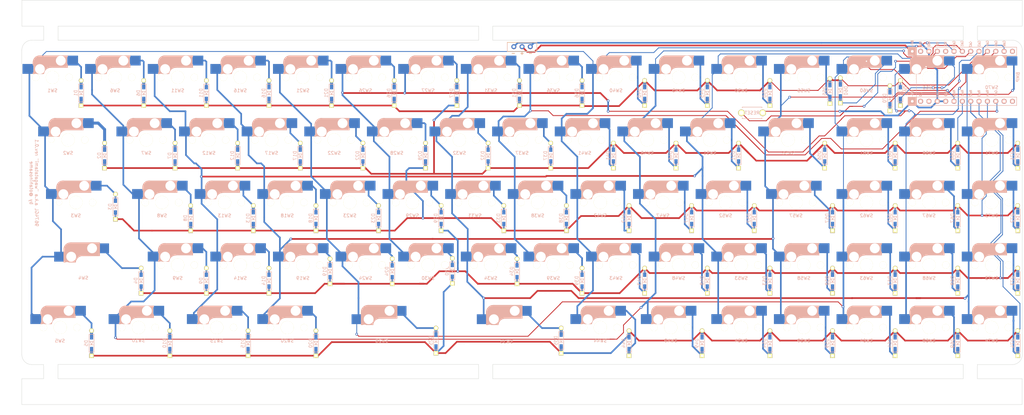
<source format=kicad_pcb>
(kicad_pcb (version 20171130) (host pcbnew "(5.1.10-1-10_14)")
  (layers (0 F.Cu signal) (31 B.Cu signal) (34 B.Paste user) (35 F.Paste user) (36 B.SilkS user) (37 F.SilkS user) (38 B.Mask user) (39 F.Mask user) (44 Edge.Cuts user))
  (net 0 "")
  (net 1 "Net-(D1-Pad2)")
  (net 2 Col0)
  (net 3 "Net-(D2-Pad2)")
  (net 4 "Net-(D3-Pad2)")
  (net 5 "Net-(D4-Pad2)")
  (net 6 "Net-(D5-Pad2)")
  (net 7 "Net-(D6-Pad2)")
  (net 8 Col1)
  (net 9 "Net-(D7-Pad2)")
  (net 10 "Net-(D8-Pad2)")
  (net 11 "Net-(D9-Pad2)")
  (net 12 "Net-(D10-Pad2)")
  (net 13 "Net-(D11-Pad2)")
  (net 14 Col2)
  (net 15 "Net-(D12-Pad2)")
  (net 16 "Net-(D13-Pad2)")
  (net 17 "Net-(D14-Pad2)")
  (net 18 "Net-(D15-Pad2)")
  (net 19 "Net-(D16-Pad2)")
  (net 20 Col3)
  (net 21 "Net-(D17-Pad2)")
  (net 22 "Net-(D18-Pad2)")
  (net 23 "Net-(D19-Pad2)")
  (net 24 "Net-(D20-Pad2)")
  (net 25 "Net-(D21-Pad2)")
  (net 26 Col4)
  (net 27 "Net-(D22-Pad2)")
  (net 28 "Net-(D23-Pad2)")
  (net 29 "Net-(D24-Pad2)")
  (net 30 "Net-(D25-Pad2)")
  (net 31 "Net-(D26-Pad2)")
  (net 32 Col5)
  (net 33 "Net-(D27-Pad2)")
  (net 34 "Net-(D28-Pad2)")
  (net 35 "Net-(D29-Pad2)")
  (net 36 "Net-(D30-Pad2)")
  (net 37 "Net-(D31-Pad2)")
  (net 38 Col6)
  (net 39 "Net-(D32-Pad2)")
  (net 40 "Net-(D33-Pad2)")
  (net 41 "Net-(D34-Pad2)")
  (net 42 "Net-(D35-Pad2)")
  (net 43 "Net-(D36-Pad2)")
  (net 44 Col7)
  (net 45 "Net-(D37-Pad2)")
  (net 46 "Net-(D38-Pad2)")
  (net 47 "Net-(D39-Pad2)")
  (net 48 "Net-(D40-Pad1)")
  (net 49 "Net-(D41-Pad1)")
  (net 50 "Net-(D42-Pad1)")
  (net 51 "Net-(D43-Pad1)")
  (net 52 "Net-(D44-Pad1)")
  (net 53 "Net-(D45-Pad1)")
  (net 54 "Net-(D46-Pad1)")
  (net 55 "Net-(D47-Pad1)")
  (net 56 "Net-(D48-Pad1)")
  (net 57 "Net-(D49-Pad1)")
  (net 58 "Net-(D50-Pad1)")
  (net 59 "Net-(D51-Pad1)")
  (net 60 "Net-(D52-Pad1)")
  (net 61 "Net-(D53-Pad1)")
  (net 62 "Net-(D54-Pad1)")
  (net 63 "Net-(D55-Pad1)")
  (net 64 "Net-(D56-Pad1)")
  (net 65 "Net-(D57-Pad1)")
  (net 66 "Net-(D58-Pad1)")
  (net 67 "Net-(D59-Pad1)")
  (net 68 "Net-(D60-Pad1)")
  (net 69 "Net-(D61-Pad1)")
  (net 70 "Net-(D62-Pad1)")
  (net 71 "Net-(D63-Pad1)")
  (net 72 "Net-(D64-Pad1)")
  (net 73 "Net-(D65-Pad1)")
  (net 74 "Net-(D66-Pad1)")
  (net 75 "Net-(D67-Pad1)")
  (net 76 "Net-(D68-Pad1)")
  (net 77 "Net-(D69-Pad1)")
  (net 78 "Net-(D70-Pad1)")
  (net 79 "Net-(D71-Pad1)")
  (net 80 "Net-(D72-Pad1)")
  (net 81 "Net-(D73-Pad1)")
  (net 82 "Net-(D74-Pad1)")
  (net 83 GND)
  (net 84 Reset)
  (net 85 Bat+)
  (net 86 "Net-(U1-Pad1)")
  (net 87 "Net-(U1-Pad2)")
  (net 88 Row0)
  (net 89 Row1)
  (net 90 Row2)
  (net 91 Row3)
  (net 92 Row4)
  (net 93 "Net-(U1-Pad11)")
  (net 94 "Net-(U1-Pad12)")
  (net 95 "Net-(U1-Pad13)")
  (net 96 VCC)
  (net 97 "Net-(U1-Pad24)")
  (module sali_Parts:Diode_TH_SMD (layer F.Cu) (at 64.29375 109.5375 90)
    (fp_text reference D10 (at 0 -1.63 90) (layer B.SilkS) (effects (font (thickness 0.125)) (justify mirror)))
    (fp_text value D hide)
    (pad 2 thru_hole circle (at 3.81 0 90) (size 1.397 1.397) (drill 0.8128) (layers *.Cu *.Mask F.SilkS) (net 12 "Net-(D10-Pad2)"))
    (pad 1 thru_hole rect (at -3.81 0 90) (size 1.397 1.397) (drill 0.8128) (layers *.Cu *.Mask F.SilkS) (net 92 Row4))
    (pad 1 smd rect (at -1.775 0 90) (size 1.3 0.95) (layers B.Cu B.Paste B.Mask) (net 92 Row4))
    (pad 2 smd rect (at 1.775 0 90) (size 1.3 0.95) (layers B.Cu B.Paste B.Mask) (net 12 "Net-(D10-Pad2)"))
  )
  (module sali_Parts:Diode_TH_SMD (layer F.Cu) (at 37.30625 33.3375 90)
    (fp_text reference D1 (at 0 -1.63 90) (layer B.SilkS) (effects (font (thickness 0.125)) (justify mirror)))
    (fp_text value D hide)
    (pad 2 thru_hole circle (at 3.81 0 90) (size 1.397 1.397) (drill 0.8128) (layers *.Cu *.Mask F.SilkS) (net 1 "Net-(D1-Pad2)"))
    (pad 1 thru_hole rect (at -3.81 0 90) (size 1.397 1.397) (drill 0.8128) (layers *.Cu *.Mask F.SilkS) (net 88 Row0))
    (pad 1 smd rect (at -1.775 0 90) (size 1.3 0.95) (layers B.Cu B.Paste B.Mask) (net 88 Row0))
    (pad 2 smd rect (at 1.775 0 90) (size 1.3 0.95) (layers B.Cu B.Paste B.Mask) (net 1 "Net-(D1-Pad2)"))
  )
  (module sali_Parts:Diode_TH_SMD (layer F.Cu) (at 322.2625 109.5375 90)
    (fp_text reference D74 (at 0 -1.63 90) (layer B.SilkS) (effects (font (thickness 0.125)) (justify mirror)))
    (fp_text value D hide)
    (pad 2 thru_hole circle (at 3.81 0 90) (size 1.397 1.397) (drill 0.8128) (layers *.Cu *.Mask F.SilkS) (net 92 Row4))
    (pad 1 thru_hole rect (at -3.81 0 90) (size 1.397 1.397) (drill 0.8128) (layers *.Cu *.Mask F.SilkS) (net 82 "Net-(D74-Pad1)"))
    (pad 1 smd rect (at -1.775 0 90) (size 1.3 0.95) (layers B.Cu B.Paste B.Mask) (net 82 "Net-(D74-Pad1)"))
    (pad 2 smd rect (at 1.775 0 90) (size 1.3 0.95) (layers B.Cu B.Paste B.Mask) (net 92 Row4))
  )
  (module sali_Parts:Diode_TH_SMD (layer F.Cu) (at 322.2625 90.4875 90)
    (fp_text reference D73 (at 0 -1.63 90) (layer B.SilkS) (effects (font (thickness 0.125)) (justify mirror)))
    (fp_text value D hide)
    (pad 2 thru_hole circle (at 3.81 0 90) (size 1.397 1.397) (drill 0.8128) (layers *.Cu *.Mask F.SilkS) (net 91 Row3))
    (pad 1 thru_hole rect (at -3.81 0 90) (size 1.397 1.397) (drill 0.8128) (layers *.Cu *.Mask F.SilkS) (net 81 "Net-(D73-Pad1)"))
    (pad 1 smd rect (at -1.775 0 90) (size 1.3 0.95) (layers B.Cu B.Paste B.Mask) (net 81 "Net-(D73-Pad1)"))
    (pad 2 smd rect (at 1.775 0 90) (size 1.3 0.95) (layers B.Cu B.Paste B.Mask) (net 91 Row3))
  )
  (module sali_Parts:Diode_TH_SMD (layer F.Cu) (at 322.2625 71.4375 90)
    (fp_text reference D72 (at 0 -1.63 90) (layer B.SilkS) (effects (font (thickness 0.125)) (justify mirror)))
    (fp_text value D hide)
    (pad 2 thru_hole circle (at 3.81 0 90) (size 1.397 1.397) (drill 0.8128) (layers *.Cu *.Mask F.SilkS) (net 90 Row2))
    (pad 1 thru_hole rect (at -3.81 0 90) (size 1.397 1.397) (drill 0.8128) (layers *.Cu *.Mask F.SilkS) (net 80 "Net-(D72-Pad1)"))
    (pad 1 smd rect (at -1.775 0 90) (size 1.3 0.95) (layers B.Cu B.Paste B.Mask) (net 80 "Net-(D72-Pad1)"))
    (pad 2 smd rect (at 1.775 0 90) (size 1.3 0.95) (layers B.Cu B.Paste B.Mask) (net 90 Row2))
  )
  (module sali_Parts:Diode_TH_SMD (layer F.Cu) (at 322.2625 52.3875 90)
    (fp_text reference D71 (at 0 -1.63 90) (layer B.SilkS) (effects (font (thickness 0.125)) (justify mirror)))
    (fp_text value D hide)
    (pad 2 thru_hole circle (at 3.81 0 90) (size 1.397 1.397) (drill 0.8128) (layers *.Cu *.Mask F.SilkS) (net 89 Row1))
    (pad 1 thru_hole rect (at -3.81 0 90) (size 1.397 1.397) (drill 0.8128) (layers *.Cu *.Mask F.SilkS) (net 79 "Net-(D71-Pad1)"))
    (pad 1 smd rect (at -1.775 0 90) (size 1.3 0.95) (layers B.Cu B.Paste B.Mask) (net 79 "Net-(D71-Pad1)"))
    (pad 2 smd rect (at 1.775 0 90) (size 1.3 0.95) (layers B.Cu B.Paste B.Mask) (net 89 Row1))
  )
  (module sali_Parts:Diode_TH_SMD (layer F.Cu) (at 283.36875 34.925 90)
    (fp_text reference D70 (at 0 -1.63 90) (layer B.SilkS) (effects (font (thickness 0.125)) (justify mirror)))
    (fp_text value D hide)
    (pad 2 thru_hole circle (at 3.81 0 90) (size 1.397 1.397) (drill 0.8128) (layers *.Cu *.Mask F.SilkS) (net 88 Row0))
    (pad 1 thru_hole rect (at -3.81 0 90) (size 1.397 1.397) (drill 0.8128) (layers *.Cu *.Mask F.SilkS) (net 78 "Net-(D70-Pad1)"))
    (pad 1 smd rect (at -1.775 0 90) (size 1.3 0.95) (layers B.Cu B.Paste B.Mask) (net 78 "Net-(D70-Pad1)"))
    (pad 2 smd rect (at 1.775 0 90) (size 1.3 0.95) (layers B.Cu B.Paste B.Mask) (net 88 Row0))
  )
  (module sali_Parts:Diode_TH_SMD (layer F.Cu) (at 304.00625 109.5375 90)
    (fp_text reference D69 (at 0 -1.63 90) (layer B.SilkS) (effects (font (thickness 0.125)) (justify mirror)))
    (fp_text value D hide)
    (pad 2 thru_hole circle (at 3.81 0 90) (size 1.397 1.397) (drill 0.8128) (layers *.Cu *.Mask F.SilkS) (net 92 Row4))
    (pad 1 thru_hole rect (at -3.81 0 90) (size 1.397 1.397) (drill 0.8128) (layers *.Cu *.Mask F.SilkS) (net 77 "Net-(D69-Pad1)"))
    (pad 1 smd rect (at -1.775 0 90) (size 1.3 0.95) (layers B.Cu B.Paste B.Mask) (net 77 "Net-(D69-Pad1)"))
    (pad 2 smd rect (at 1.775 0 90) (size 1.3 0.95) (layers B.Cu B.Paste B.Mask) (net 92 Row4))
  )
  (module sali_Parts:Diode_TH_SMD (layer F.Cu) (at 304.00625 90.4875 90)
    (fp_text reference D68 (at 0 -1.63 90) (layer B.SilkS) (effects (font (thickness 0.125)) (justify mirror)))
    (fp_text value D hide)
    (pad 2 thru_hole circle (at 3.81 0 90) (size 1.397 1.397) (drill 0.8128) (layers *.Cu *.Mask F.SilkS) (net 91 Row3))
    (pad 1 thru_hole rect (at -3.81 0 90) (size 1.397 1.397) (drill 0.8128) (layers *.Cu *.Mask F.SilkS) (net 76 "Net-(D68-Pad1)"))
    (pad 1 smd rect (at -1.775 0 90) (size 1.3 0.95) (layers B.Cu B.Paste B.Mask) (net 76 "Net-(D68-Pad1)"))
    (pad 2 smd rect (at 1.775 0 90) (size 1.3 0.95) (layers B.Cu B.Paste B.Mask) (net 91 Row3))
  )
  (module sali_Parts:Diode_TH_SMD (layer F.Cu) (at 304.00625 71.4375 90)
    (fp_text reference D67 (at 0 -1.63 90) (layer B.SilkS) (effects (font (thickness 0.125)) (justify mirror)))
    (fp_text value D hide)
    (pad 2 thru_hole circle (at 3.81 0 90) (size 1.397 1.397) (drill 0.8128) (layers *.Cu *.Mask F.SilkS) (net 90 Row2))
    (pad 1 thru_hole rect (at -3.81 0 90) (size 1.397 1.397) (drill 0.8128) (layers *.Cu *.Mask F.SilkS) (net 75 "Net-(D67-Pad1)"))
    (pad 1 smd rect (at -1.775 0 90) (size 1.3 0.95) (layers B.Cu B.Paste B.Mask) (net 75 "Net-(D67-Pad1)"))
    (pad 2 smd rect (at 1.775 0 90) (size 1.3 0.95) (layers B.Cu B.Paste B.Mask) (net 90 Row2))
  )
  (module sali_Parts:Diode_TH_SMD (layer F.Cu) (at 304.00625 52.3875 90)
    (fp_text reference D66 (at 0 -1.63 90) (layer B.SilkS) (effects (font (thickness 0.125)) (justify mirror)))
    (fp_text value D hide)
    (pad 2 thru_hole circle (at 3.81 0 90) (size 1.397 1.397) (drill 0.8128) (layers *.Cu *.Mask F.SilkS) (net 89 Row1))
    (pad 1 thru_hole rect (at -3.81 0 90) (size 1.397 1.397) (drill 0.8128) (layers *.Cu *.Mask F.SilkS) (net 74 "Net-(D66-Pad1)"))
    (pad 1 smd rect (at -1.775 0 90) (size 1.3 0.95) (layers B.Cu B.Paste B.Mask) (net 74 "Net-(D66-Pad1)"))
    (pad 2 smd rect (at 1.775 0 90) (size 1.3 0.95) (layers B.Cu B.Paste B.Mask) (net 89 Row1))
  )
  (module sali_Parts:Diode_TH_SMD (layer F.Cu) (at 286.54375 33.3375 90)
    (fp_text reference D65 (at 0.6985 1.61925 90) (layer B.SilkS) (effects (font (thickness 0.125)) (justify mirror)))
    (fp_text value D hide)
    (pad 2 thru_hole circle (at 3.81 0 90) (size 1.397 1.397) (drill 0.8128) (layers *.Cu *.Mask F.SilkS) (net 88 Row0))
    (pad 1 thru_hole rect (at -3.81 0 90) (size 1.397 1.397) (drill 0.8128) (layers *.Cu *.Mask F.SilkS) (net 73 "Net-(D65-Pad1)"))
    (pad 1 smd rect (at -1.775 0 90) (size 1.3 0.95) (layers B.Cu B.Paste B.Mask) (net 73 "Net-(D65-Pad1)"))
    (pad 2 smd rect (at 1.775 0 90) (size 1.3 0.95) (layers B.Cu B.Paste B.Mask) (net 88 Row0))
  )
  (module sali_Parts:Diode_TH_SMD (layer F.Cu) (at 284.95625 109.5375 90)
    (fp_text reference D64 (at 0 -1.63 90) (layer B.SilkS) (effects (font (thickness 0.125)) (justify mirror)))
    (fp_text value D hide)
    (pad 2 thru_hole circle (at 3.81 0 90) (size 1.397 1.397) (drill 0.8128) (layers *.Cu *.Mask F.SilkS) (net 92 Row4))
    (pad 1 thru_hole rect (at -3.81 0 90) (size 1.397 1.397) (drill 0.8128) (layers *.Cu *.Mask F.SilkS) (net 72 "Net-(D64-Pad1)"))
    (pad 1 smd rect (at -1.775 0 90) (size 1.3 0.95) (layers B.Cu B.Paste B.Mask) (net 72 "Net-(D64-Pad1)"))
    (pad 2 smd rect (at 1.775 0 90) (size 1.3 0.95) (layers B.Cu B.Paste B.Mask) (net 92 Row4))
  )
  (module sali_Parts:Diode_TH_SMD (layer F.Cu) (at 284.95625 90.4875 90)
    (fp_text reference D63 (at 0 -1.63 90) (layer B.SilkS) (effects (font (thickness 0.125)) (justify mirror)))
    (fp_text value D hide)
    (pad 2 thru_hole circle (at 3.81 0 90) (size 1.397 1.397) (drill 0.8128) (layers *.Cu *.Mask F.SilkS) (net 91 Row3))
    (pad 1 thru_hole rect (at -3.81 0 90) (size 1.397 1.397) (drill 0.8128) (layers *.Cu *.Mask F.SilkS) (net 71 "Net-(D63-Pad1)"))
    (pad 1 smd rect (at -1.775 0 90) (size 1.3 0.95) (layers B.Cu B.Paste B.Mask) (net 71 "Net-(D63-Pad1)"))
    (pad 2 smd rect (at 1.775 0 90) (size 1.3 0.95) (layers B.Cu B.Paste B.Mask) (net 91 Row3))
  )
  (module sali_Parts:Diode_TH_SMD (layer F.Cu) (at 284.95625 71.4375 90)
    (fp_text reference D62 (at 0 -1.63 90) (layer B.SilkS) (effects (font (thickness 0.125)) (justify mirror)))
    (fp_text value D hide)
    (pad 2 thru_hole circle (at 3.81 0 90) (size 1.397 1.397) (drill 0.8128) (layers *.Cu *.Mask F.SilkS) (net 90 Row2))
    (pad 1 thru_hole rect (at -3.81 0 90) (size 1.397 1.397) (drill 0.8128) (layers *.Cu *.Mask F.SilkS) (net 70 "Net-(D62-Pad1)"))
    (pad 1 smd rect (at -1.775 0 90) (size 1.3 0.95) (layers B.Cu B.Paste B.Mask) (net 70 "Net-(D62-Pad1)"))
    (pad 2 smd rect (at 1.775 0 90) (size 1.3 0.95) (layers B.Cu B.Paste B.Mask) (net 90 Row2))
  )
  (module sali_Parts:Diode_TH_SMD (layer F.Cu) (at 284.95625 52.3875 90)
    (fp_text reference D61 (at 0 -1.63 90) (layer B.SilkS) (effects (font (thickness 0.125)) (justify mirror)))
    (fp_text value D hide)
    (pad 2 thru_hole circle (at 3.81 0 90) (size 1.397 1.397) (drill 0.8128) (layers *.Cu *.Mask F.SilkS) (net 89 Row1))
    (pad 1 thru_hole rect (at -3.81 0 90) (size 1.397 1.397) (drill 0.8128) (layers *.Cu *.Mask F.SilkS) (net 69 "Net-(D61-Pad1)"))
    (pad 1 smd rect (at -1.775 0 90) (size 1.3 0.95) (layers B.Cu B.Paste B.Mask) (net 69 "Net-(D61-Pad1)"))
    (pad 2 smd rect (at 1.775 0 90) (size 1.3 0.95) (layers B.Cu B.Paste B.Mask) (net 89 Row1))
  )
  (module sali_Parts:Diode_TH_SMD (layer F.Cu) (at 268.2875 32.54375 90)
    (fp_text reference D60 (at -0.09525 1.7145 90) (layer B.SilkS) (effects (font (thickness 0.125)) (justify mirror)))
    (fp_text value D hide)
    (pad 2 thru_hole circle (at 3.81 0 90) (size 1.397 1.397) (drill 0.8128) (layers *.Cu *.Mask F.SilkS) (net 88 Row0))
    (pad 1 thru_hole rect (at -3.81 0 90) (size 1.397 1.397) (drill 0.8128) (layers *.Cu *.Mask F.SilkS) (net 68 "Net-(D60-Pad1)"))
    (pad 1 smd rect (at -1.775 0 90) (size 1.3 0.95) (layers B.Cu B.Paste B.Mask) (net 68 "Net-(D60-Pad1)"))
    (pad 2 smd rect (at 1.775 0 90) (size 1.3 0.95) (layers B.Cu B.Paste B.Mask) (net 88 Row0))
  )
  (module sali_Parts:Diode_TH_SMD (layer F.Cu) (at 265.90625 109.5375 90)
    (fp_text reference D59 (at 0 -1.63 90) (layer B.SilkS) (effects (font (thickness 0.125)) (justify mirror)))
    (fp_text value D hide)
    (pad 2 thru_hole circle (at 3.81 0 90) (size 1.397 1.397) (drill 0.8128) (layers *.Cu *.Mask F.SilkS) (net 92 Row4))
    (pad 1 thru_hole rect (at -3.81 0 90) (size 1.397 1.397) (drill 0.8128) (layers *.Cu *.Mask F.SilkS) (net 67 "Net-(D59-Pad1)"))
    (pad 1 smd rect (at -1.775 0 90) (size 1.3 0.95) (layers B.Cu B.Paste B.Mask) (net 67 "Net-(D59-Pad1)"))
    (pad 2 smd rect (at 1.775 0 90) (size 1.3 0.95) (layers B.Cu B.Paste B.Mask) (net 92 Row4))
  )
  (module sali_Parts:Diode_TH_SMD (layer F.Cu) (at 265.90625 90.4875 90)
    (fp_text reference D58 (at 0 -1.63 90) (layer B.SilkS) (effects (font (thickness 0.125)) (justify mirror)))
    (fp_text value D hide)
    (pad 2 thru_hole circle (at 3.81 0 90) (size 1.397 1.397) (drill 0.8128) (layers *.Cu *.Mask F.SilkS) (net 91 Row3))
    (pad 1 thru_hole rect (at -3.81 0 90) (size 1.397 1.397) (drill 0.8128) (layers *.Cu *.Mask F.SilkS) (net 66 "Net-(D58-Pad1)"))
    (pad 1 smd rect (at -1.775 0 90) (size 1.3 0.95) (layers B.Cu B.Paste B.Mask) (net 66 "Net-(D58-Pad1)"))
    (pad 2 smd rect (at 1.775 0 90) (size 1.3 0.95) (layers B.Cu B.Paste B.Mask) (net 91 Row3))
  )
  (module sali_Parts:Diode_TH_SMD (layer F.Cu) (at 265.90625 71.4375 90)
    (fp_text reference D57 (at 0 -1.63 90) (layer B.SilkS) (effects (font (thickness 0.125)) (justify mirror)))
    (fp_text value D hide)
    (pad 2 thru_hole circle (at 3.81 0 90) (size 1.397 1.397) (drill 0.8128) (layers *.Cu *.Mask F.SilkS) (net 90 Row2))
    (pad 1 thru_hole rect (at -3.81 0 90) (size 1.397 1.397) (drill 0.8128) (layers *.Cu *.Mask F.SilkS) (net 65 "Net-(D57-Pad1)"))
    (pad 1 smd rect (at -1.775 0 90) (size 1.3 0.95) (layers B.Cu B.Paste B.Mask) (net 65 "Net-(D57-Pad1)"))
    (pad 2 smd rect (at 1.775 0 90) (size 1.3 0.95) (layers B.Cu B.Paste B.Mask) (net 90 Row2))
  )
  (module sali_Parts:Diode_TH_SMD (layer F.Cu) (at 263.525 52.3875 90)
    (fp_text reference D56 (at 0 -1.63 90) (layer B.SilkS) (effects (font (thickness 0.125)) (justify mirror)))
    (fp_text value D hide)
    (pad 2 thru_hole circle (at 3.81 0 90) (size 1.397 1.397) (drill 0.8128) (layers *.Cu *.Mask F.SilkS) (net 89 Row1))
    (pad 1 thru_hole rect (at -3.81 0 90) (size 1.397 1.397) (drill 0.8128) (layers *.Cu *.Mask F.SilkS) (net 64 "Net-(D56-Pad1)"))
    (pad 1 smd rect (at -1.775 0 90) (size 1.3 0.95) (layers B.Cu B.Paste B.Mask) (net 64 "Net-(D56-Pad1)"))
    (pad 2 smd rect (at 1.775 0 90) (size 1.3 0.95) (layers B.Cu B.Paste B.Mask) (net 89 Row1))
  )
  (module sali_Parts:Diode_TH_SMD (layer F.Cu) (at 265.1125 32.73125 90)
    (fp_text reference D55 (at 0 -1.63 90) (layer B.SilkS) (effects (font (thickness 0.125)) (justify mirror)))
    (fp_text value D hide)
    (pad 2 thru_hole circle (at 3.81 0 90) (size 1.397 1.397) (drill 0.8128) (layers *.Cu *.Mask F.SilkS) (net 88 Row0))
    (pad 1 thru_hole rect (at -3.81 0 90) (size 1.397 1.397) (drill 0.8128) (layers *.Cu *.Mask F.SilkS) (net 63 "Net-(D55-Pad1)"))
    (pad 1 smd rect (at -1.775 0 90) (size 1.3 0.95) (layers B.Cu B.Paste B.Mask) (net 63 "Net-(D55-Pad1)"))
    (pad 2 smd rect (at 1.775 0 90) (size 1.3 0.95) (layers B.Cu B.Paste B.Mask) (net 88 Row0))
  )
  (module sali_Parts:Diode_TH_SMD (layer F.Cu) (at 246.85625 109.5375 90)
    (fp_text reference D54 (at 0 -1.63 90) (layer B.SilkS) (effects (font (thickness 0.125)) (justify mirror)))
    (fp_text value D hide)
    (pad 2 thru_hole circle (at 3.81 0 90) (size 1.397 1.397) (drill 0.8128) (layers *.Cu *.Mask F.SilkS) (net 92 Row4))
    (pad 1 thru_hole rect (at -3.81 0 90) (size 1.397 1.397) (drill 0.8128) (layers *.Cu *.Mask F.SilkS) (net 62 "Net-(D54-Pad1)"))
    (pad 1 smd rect (at -1.775 0 90) (size 1.3 0.95) (layers B.Cu B.Paste B.Mask) (net 62 "Net-(D54-Pad1)"))
    (pad 2 smd rect (at 1.775 0 90) (size 1.3 0.95) (layers B.Cu B.Paste B.Mask) (net 92 Row4))
  )
  (module sali_Parts:Diode_TH_SMD (layer F.Cu) (at 246.85625 90.4875 90)
    (fp_text reference D53 (at 0 -1.63 90) (layer B.SilkS) (effects (font (thickness 0.125)) (justify mirror)))
    (fp_text value D hide)
    (pad 2 thru_hole circle (at 3.81 0 90) (size 1.397 1.397) (drill 0.8128) (layers *.Cu *.Mask F.SilkS) (net 91 Row3))
    (pad 1 thru_hole rect (at -3.81 0 90) (size 1.397 1.397) (drill 0.8128) (layers *.Cu *.Mask F.SilkS) (net 61 "Net-(D53-Pad1)"))
    (pad 1 smd rect (at -1.775 0 90) (size 1.3 0.95) (layers B.Cu B.Paste B.Mask) (net 61 "Net-(D53-Pad1)"))
    (pad 2 smd rect (at 1.775 0 90) (size 1.3 0.95) (layers B.Cu B.Paste B.Mask) (net 91 Row3))
  )
  (module sali_Parts:Diode_TH_SMD (layer F.Cu) (at 242.09375 71.4375 90)
    (fp_text reference D52 (at 0 -1.63 90) (layer B.SilkS) (effects (font (thickness 0.125)) (justify mirror)))
    (fp_text value D hide)
    (pad 2 thru_hole circle (at 3.81 0 90) (size 1.397 1.397) (drill 0.8128) (layers *.Cu *.Mask F.SilkS) (net 90 Row2))
    (pad 1 thru_hole rect (at -3.81 0 90) (size 1.397 1.397) (drill 0.8128) (layers *.Cu *.Mask F.SilkS) (net 60 "Net-(D52-Pad1)"))
    (pad 1 smd rect (at -1.775 0 90) (size 1.3 0.95) (layers B.Cu B.Paste B.Mask) (net 60 "Net-(D52-Pad1)"))
    (pad 2 smd rect (at 1.775 0 90) (size 1.3 0.95) (layers B.Cu B.Paste B.Mask) (net 90 Row2))
  )
  (module sali_Parts:Diode_TH_SMD (layer F.Cu) (at 237.33125 52.3875 90)
    (fp_text reference D51 (at 0 -1.63 90) (layer B.SilkS) (effects (font (thickness 0.125)) (justify mirror)))
    (fp_text value D hide)
    (pad 2 thru_hole circle (at 3.81 0 90) (size 1.397 1.397) (drill 0.8128) (layers *.Cu *.Mask F.SilkS) (net 89 Row1))
    (pad 1 thru_hole rect (at -3.81 0 90) (size 1.397 1.397) (drill 0.8128) (layers *.Cu *.Mask F.SilkS) (net 59 "Net-(D51-Pad1)"))
    (pad 1 smd rect (at -1.775 0 90) (size 1.3 0.95) (layers B.Cu B.Paste B.Mask) (net 59 "Net-(D51-Pad1)"))
    (pad 2 smd rect (at 1.775 0 90) (size 1.3 0.95) (layers B.Cu B.Paste B.Mask) (net 89 Row1))
  )
  (module sali_Parts:Diode_TH_SMD (layer F.Cu) (at 246.85625 33.3375 90)
    (fp_text reference D50 (at 0 -1.63 90) (layer B.SilkS) (effects (font (thickness 0.125)) (justify mirror)))
    (fp_text value D hide)
    (pad 2 thru_hole circle (at 3.81 0 90) (size 1.397 1.397) (drill 0.8128) (layers *.Cu *.Mask F.SilkS) (net 88 Row0))
    (pad 1 thru_hole rect (at -3.81 0 90) (size 1.397 1.397) (drill 0.8128) (layers *.Cu *.Mask F.SilkS) (net 58 "Net-(D50-Pad1)"))
    (pad 1 smd rect (at -1.775 0 90) (size 1.3 0.95) (layers B.Cu B.Paste B.Mask) (net 58 "Net-(D50-Pad1)"))
    (pad 2 smd rect (at 1.775 0 90) (size 1.3 0.95) (layers B.Cu B.Paste B.Mask) (net 88 Row0))
  )
  (module sali_Parts:Diode_TH_SMD (layer F.Cu) (at 226.21875 109.5375 90)
    (fp_text reference D49 (at 0 -1.63 90) (layer B.SilkS) (effects (font (thickness 0.125)) (justify mirror)))
    (fp_text value D hide)
    (pad 2 thru_hole circle (at 3.81 0 90) (size 1.397 1.397) (drill 0.8128) (layers *.Cu *.Mask F.SilkS) (net 92 Row4))
    (pad 1 thru_hole rect (at -3.81 0 90) (size 1.397 1.397) (drill 0.8128) (layers *.Cu *.Mask F.SilkS) (net 57 "Net-(D49-Pad1)"))
    (pad 1 smd rect (at -1.775 0 90) (size 1.3 0.95) (layers B.Cu B.Paste B.Mask) (net 57 "Net-(D49-Pad1)"))
    (pad 2 smd rect (at 1.775 0 90) (size 1.3 0.95) (layers B.Cu B.Paste B.Mask) (net 92 Row4))
  )
  (module sali_Parts:Diode_TH_SMD (layer F.Cu) (at 227.80625 90.4875 90)
    (fp_text reference D48 (at 0 -1.63 90) (layer B.SilkS) (effects (font (thickness 0.125)) (justify mirror)))
    (fp_text value D hide)
    (pad 2 thru_hole circle (at 3.81 0 90) (size 1.397 1.397) (drill 0.8128) (layers *.Cu *.Mask F.SilkS) (net 91 Row3))
    (pad 1 thru_hole rect (at -3.81 0 90) (size 1.397 1.397) (drill 0.8128) (layers *.Cu *.Mask F.SilkS) (net 56 "Net-(D48-Pad1)"))
    (pad 1 smd rect (at -1.775 0 90) (size 1.3 0.95) (layers B.Cu B.Paste B.Mask) (net 56 "Net-(D48-Pad1)"))
    (pad 2 smd rect (at 1.775 0 90) (size 1.3 0.95) (layers B.Cu B.Paste B.Mask) (net 91 Row3))
  )
  (module sali_Parts:Diode_TH_SMD (layer F.Cu) (at 223.04375 71.4375 90)
    (fp_text reference D47 (at 0 -1.63 90) (layer B.SilkS) (effects (font (thickness 0.125)) (justify mirror)))
    (fp_text value D hide)
    (pad 2 thru_hole circle (at 3.81 0 90) (size 1.397 1.397) (drill 0.8128) (layers *.Cu *.Mask F.SilkS) (net 90 Row2))
    (pad 1 thru_hole rect (at -3.81 0 90) (size 1.397 1.397) (drill 0.8128) (layers *.Cu *.Mask F.SilkS) (net 55 "Net-(D47-Pad1)"))
    (pad 1 smd rect (at -1.775 0 90) (size 1.3 0.95) (layers B.Cu B.Paste B.Mask) (net 55 "Net-(D47-Pad1)"))
    (pad 2 smd rect (at 1.775 0 90) (size 1.3 0.95) (layers B.Cu B.Paste B.Mask) (net 90 Row2))
  )
  (module sali_Parts:Diode_TH_SMD (layer F.Cu) (at 218.28125 52.3875 90)
    (fp_text reference D46 (at 0 -1.63 90) (layer B.SilkS) (effects (font (thickness 0.125)) (justify mirror)))
    (fp_text value D hide)
    (pad 2 thru_hole circle (at 3.81 0 90) (size 1.397 1.397) (drill 0.8128) (layers *.Cu *.Mask F.SilkS) (net 89 Row1))
    (pad 1 thru_hole rect (at -3.81 0 90) (size 1.397 1.397) (drill 0.8128) (layers *.Cu *.Mask F.SilkS) (net 54 "Net-(D46-Pad1)"))
    (pad 1 smd rect (at -1.775 0 90) (size 1.3 0.95) (layers B.Cu B.Paste B.Mask) (net 54 "Net-(D46-Pad1)"))
    (pad 2 smd rect (at 1.775 0 90) (size 1.3 0.95) (layers B.Cu B.Paste B.Mask) (net 89 Row1))
  )
  (module sali_Parts:Diode_TH_SMD (layer F.Cu) (at 227.80625 33.3375 90)
    (fp_text reference D45 (at 0 -1.63 90) (layer B.SilkS) (effects (font (thickness 0.125)) (justify mirror)))
    (fp_text value D hide)
    (pad 2 thru_hole circle (at 3.81 0 90) (size 1.397 1.397) (drill 0.8128) (layers *.Cu *.Mask F.SilkS) (net 88 Row0))
    (pad 1 thru_hole rect (at -3.81 0 90) (size 1.397 1.397) (drill 0.8128) (layers *.Cu *.Mask F.SilkS) (net 53 "Net-(D45-Pad1)"))
    (pad 1 smd rect (at -1.775 0 90) (size 1.3 0.95) (layers B.Cu B.Paste B.Mask) (net 53 "Net-(D45-Pad1)"))
    (pad 2 smd rect (at 1.775 0 90) (size 1.3 0.95) (layers B.Cu B.Paste B.Mask) (net 88 Row0))
  )
  (module sali_Parts:Diode_TH_SMD (layer F.Cu) (at 203.99375 109.5375 90)
    (fp_text reference D44 (at 0 -1.63 90) (layer B.SilkS) (effects (font (thickness 0.125)) (justify mirror)))
    (fp_text value D hide)
    (pad 2 thru_hole circle (at 3.81 0 90) (size 1.397 1.397) (drill 0.8128) (layers *.Cu *.Mask F.SilkS) (net 92 Row4))
    (pad 1 thru_hole rect (at -3.81 0 90) (size 1.397 1.397) (drill 0.8128) (layers *.Cu *.Mask F.SilkS) (net 52 "Net-(D44-Pad1)"))
    (pad 1 smd rect (at -1.775 0 90) (size 1.3 0.95) (layers B.Cu B.Paste B.Mask) (net 52 "Net-(D44-Pad1)"))
    (pad 2 smd rect (at 1.775 0 90) (size 1.3 0.95) (layers B.Cu B.Paste B.Mask) (net 92 Row4))
  )
  (module sali_Parts:Diode_TH_SMD (layer F.Cu) (at 208.75625 90.4875 90)
    (fp_text reference D43 (at 0 -1.63 90) (layer B.SilkS) (effects (font (thickness 0.125)) (justify mirror)))
    (fp_text value D hide)
    (pad 2 thru_hole circle (at 3.81 0 90) (size 1.397 1.397) (drill 0.8128) (layers *.Cu *.Mask F.SilkS) (net 91 Row3))
    (pad 1 thru_hole rect (at -3.81 0 90) (size 1.397 1.397) (drill 0.8128) (layers *.Cu *.Mask F.SilkS) (net 51 "Net-(D43-Pad1)"))
    (pad 1 smd rect (at -1.775 0 90) (size 1.3 0.95) (layers B.Cu B.Paste B.Mask) (net 51 "Net-(D43-Pad1)"))
    (pad 2 smd rect (at 1.775 0 90) (size 1.3 0.95) (layers B.Cu B.Paste B.Mask) (net 91 Row3))
  )
  (module sali_Parts:Diode_TH_SMD (layer F.Cu) (at 203.99375 71.4375 90)
    (fp_text reference D42 (at 0 -1.63 90) (layer B.SilkS) (effects (font (thickness 0.125)) (justify mirror)))
    (fp_text value D hide)
    (pad 2 thru_hole circle (at 3.81 0 90) (size 1.397 1.397) (drill 0.8128) (layers *.Cu *.Mask F.SilkS) (net 90 Row2))
    (pad 1 thru_hole rect (at -3.81 0 90) (size 1.397 1.397) (drill 0.8128) (layers *.Cu *.Mask F.SilkS) (net 50 "Net-(D42-Pad1)"))
    (pad 1 smd rect (at -1.775 0 90) (size 1.3 0.95) (layers B.Cu B.Paste B.Mask) (net 50 "Net-(D42-Pad1)"))
    (pad 2 smd rect (at 1.775 0 90) (size 1.3 0.95) (layers B.Cu B.Paste B.Mask) (net 90 Row2))
  )
  (module sali_Parts:Diode_TH_SMD (layer F.Cu) (at 199.23125 52.3875 90)
    (fp_text reference D41 (at 0 -1.63 90) (layer B.SilkS) (effects (font (thickness 0.125)) (justify mirror)))
    (fp_text value D hide)
    (pad 2 thru_hole circle (at 3.81 0 90) (size 1.397 1.397) (drill 0.8128) (layers *.Cu *.Mask F.SilkS) (net 89 Row1))
    (pad 1 thru_hole rect (at -3.81 0 90) (size 1.397 1.397) (drill 0.8128) (layers *.Cu *.Mask F.SilkS) (net 49 "Net-(D41-Pad1)"))
    (pad 1 smd rect (at -1.775 0 90) (size 1.3 0.95) (layers B.Cu B.Paste B.Mask) (net 49 "Net-(D41-Pad1)"))
    (pad 2 smd rect (at 1.775 0 90) (size 1.3 0.95) (layers B.Cu B.Paste B.Mask) (net 89 Row1))
  )
  (module sali_Parts:Diode_TH_SMD (layer F.Cu) (at 208.75625 33.3375 90)
    (fp_text reference D40 (at 0 -1.63 90) (layer B.SilkS) (effects (font (thickness 0.125)) (justify mirror)))
    (fp_text value D hide)
    (pad 2 thru_hole circle (at 3.81 0 90) (size 1.397 1.397) (drill 0.8128) (layers *.Cu *.Mask F.SilkS) (net 88 Row0))
    (pad 1 thru_hole rect (at -3.81 0 90) (size 1.397 1.397) (drill 0.8128) (layers *.Cu *.Mask F.SilkS) (net 48 "Net-(D40-Pad1)"))
    (pad 1 smd rect (at -1.775 0 90) (size 1.3 0.95) (layers B.Cu B.Paste B.Mask) (net 48 "Net-(D40-Pad1)"))
    (pad 2 smd rect (at 1.775 0 90) (size 1.3 0.95) (layers B.Cu B.Paste B.Mask) (net 88 Row0))
  )
  (module sali_Parts:Diode_TH_SMD (layer F.Cu) (at 189.70625 90.4875 90)
    (fp_text reference D39 (at 0 -1.63 90) (layer B.SilkS) (effects (font (thickness 0.125)) (justify mirror)))
    (fp_text value D hide)
    (pad 2 thru_hole circle (at 3.81 0 90) (size 1.397 1.397) (drill 0.8128) (layers *.Cu *.Mask F.SilkS) (net 47 "Net-(D39-Pad2)"))
    (pad 1 thru_hole rect (at -3.81 0 90) (size 1.397 1.397) (drill 0.8128) (layers *.Cu *.Mask F.SilkS) (net 91 Row3))
    (pad 1 smd rect (at -1.775 0 90) (size 1.3 0.95) (layers B.Cu B.Paste B.Mask) (net 91 Row3))
    (pad 2 smd rect (at 1.775 0 90) (size 1.3 0.95) (layers B.Cu B.Paste B.Mask) (net 47 "Net-(D39-Pad2)"))
  )
  (module sali_Parts:Diode_TH_SMD (layer F.Cu) (at 184.94375 71.4375 90)
    (fp_text reference D38 (at 0 -1.63 90) (layer B.SilkS) (effects (font (thickness 0.125)) (justify mirror)))
    (fp_text value D hide)
    (pad 2 thru_hole circle (at 3.81 0 90) (size 1.397 1.397) (drill 0.8128) (layers *.Cu *.Mask F.SilkS) (net 46 "Net-(D38-Pad2)"))
    (pad 1 thru_hole rect (at -3.81 0 90) (size 1.397 1.397) (drill 0.8128) (layers *.Cu *.Mask F.SilkS) (net 90 Row2))
    (pad 1 smd rect (at -1.775 0 90) (size 1.3 0.95) (layers B.Cu B.Paste B.Mask) (net 90 Row2))
    (pad 2 smd rect (at 1.775 0 90) (size 1.3 0.95) (layers B.Cu B.Paste B.Mask) (net 46 "Net-(D38-Pad2)"))
  )
  (module sali_Parts:Diode_TH_SMD (layer F.Cu) (at 180.18125 52.3875 90)
    (fp_text reference D37 (at 0 -1.63 90) (layer B.SilkS) (effects (font (thickness 0.125)) (justify mirror)))
    (fp_text value D hide)
    (pad 2 thru_hole circle (at 3.81 0 90) (size 1.397 1.397) (drill 0.8128) (layers *.Cu *.Mask F.SilkS) (net 45 "Net-(D37-Pad2)"))
    (pad 1 thru_hole rect (at -3.81 0 90) (size 1.397 1.397) (drill 0.8128) (layers *.Cu *.Mask F.SilkS) (net 89 Row1))
    (pad 1 smd rect (at -1.775 0 90) (size 1.3 0.95) (layers B.Cu B.Paste B.Mask) (net 89 Row1))
    (pad 2 smd rect (at 1.775 0 90) (size 1.3 0.95) (layers B.Cu B.Paste B.Mask) (net 45 "Net-(D37-Pad2)"))
  )
  (module sali_Parts:Diode_TH_SMD (layer F.Cu) (at 189.70625 33.3375 90)
    (fp_text reference D36 (at 0 -1.63 90) (layer B.SilkS) (effects (font (thickness 0.125)) (justify mirror)))
    (fp_text value D hide)
    (pad 2 thru_hole circle (at 3.81 0 90) (size 1.397 1.397) (drill 0.8128) (layers *.Cu *.Mask F.SilkS) (net 43 "Net-(D36-Pad2)"))
    (pad 1 thru_hole rect (at -3.81 0 90) (size 1.397 1.397) (drill 0.8128) (layers *.Cu *.Mask F.SilkS) (net 88 Row0))
    (pad 1 smd rect (at -1.775 0 90) (size 1.3 0.95) (layers B.Cu B.Paste B.Mask) (net 88 Row0))
    (pad 2 smd rect (at 1.775 0 90) (size 1.3 0.95) (layers B.Cu B.Paste B.Mask) (net 43 "Net-(D36-Pad2)"))
  )
  (module sali_Parts:Diode_TH_SMD (layer F.Cu) (at 183.35625 108.74375 90)
    (fp_text reference D35 (at 0 -1.63 90) (layer B.SilkS) (effects (font (thickness 0.125)) (justify mirror)))
    (fp_text value D hide)
    (pad 2 thru_hole circle (at 3.81 0 90) (size 1.397 1.397) (drill 0.8128) (layers *.Cu *.Mask F.SilkS) (net 42 "Net-(D35-Pad2)"))
    (pad 1 thru_hole rect (at -3.81 0 90) (size 1.397 1.397) (drill 0.8128) (layers *.Cu *.Mask F.SilkS) (net 92 Row4))
    (pad 1 smd rect (at -1.775 0 90) (size 1.3 0.95) (layers B.Cu B.Paste B.Mask) (net 92 Row4))
    (pad 2 smd rect (at 1.775 0 90) (size 1.3 0.95) (layers B.Cu B.Paste B.Mask) (net 42 "Net-(D35-Pad2)"))
  )
  (module sali_Parts:Diode_TH_SMD (layer F.Cu) (at 169.926 87.63 90)
    (fp_text reference D34 (at 0 -1.63 90) (layer B.SilkS) (effects (font (thickness 0.125)) (justify mirror)))
    (fp_text value D hide)
    (pad 2 thru_hole circle (at 3.81 0 90) (size 1.397 1.397) (drill 0.8128) (layers *.Cu *.Mask F.SilkS) (net 41 "Net-(D34-Pad2)"))
    (pad 1 thru_hole rect (at -3.81 0 90) (size 1.397 1.397) (drill 0.8128) (layers *.Cu *.Mask F.SilkS) (net 91 Row3))
    (pad 1 smd rect (at -1.775 0 90) (size 1.3 0.95) (layers B.Cu B.Paste B.Mask) (net 91 Row3))
    (pad 2 smd rect (at 1.775 0 90) (size 1.3 0.95) (layers B.Cu B.Paste B.Mask) (net 41 "Net-(D34-Pad2)"))
  )
  (module sali_Parts:Diode_TH_SMD (layer F.Cu) (at 165.89375 71.4375 90)
    (fp_text reference D33 (at 0 -1.63 90) (layer B.SilkS) (effects (font (thickness 0.125)) (justify mirror)))
    (fp_text value D hide)
    (pad 2 thru_hole circle (at 3.81 0 90) (size 1.397 1.397) (drill 0.8128) (layers *.Cu *.Mask F.SilkS) (net 40 "Net-(D33-Pad2)"))
    (pad 1 thru_hole rect (at -3.81 0 90) (size 1.397 1.397) (drill 0.8128) (layers *.Cu *.Mask F.SilkS) (net 90 Row2))
    (pad 1 smd rect (at -1.775 0 90) (size 1.3 0.95) (layers B.Cu B.Paste B.Mask) (net 90 Row2))
    (pad 2 smd rect (at 1.775 0 90) (size 1.3 0.95) (layers B.Cu B.Paste B.Mask) (net 40 "Net-(D33-Pad2)"))
  )
  (module sali_Parts:Diode_TH_SMD (layer F.Cu) (at 161.13125 52.3875 90)
    (fp_text reference D32 (at 0 -1.63 90) (layer B.SilkS) (effects (font (thickness 0.125)) (justify mirror)))
    (fp_text value D hide)
    (pad 2 thru_hole circle (at 3.81 0 90) (size 1.397 1.397) (drill 0.8128) (layers *.Cu *.Mask F.SilkS) (net 39 "Net-(D32-Pad2)"))
    (pad 1 thru_hole rect (at -3.81 0 90) (size 1.397 1.397) (drill 0.8128) (layers *.Cu *.Mask F.SilkS) (net 89 Row1))
    (pad 1 smd rect (at -1.775 0 90) (size 1.3 0.95) (layers B.Cu B.Paste B.Mask) (net 89 Row1))
    (pad 2 smd rect (at 1.775 0 90) (size 1.3 0.95) (layers B.Cu B.Paste B.Mask) (net 39 "Net-(D32-Pad2)"))
  )
  (module sali_Parts:Diode_TH_SMD (layer F.Cu) (at 170.65625 33.3375 90)
    (fp_text reference D31 (at 0 -1.63 90) (layer B.SilkS) (effects (font (thickness 0.125)) (justify mirror)))
    (fp_text value D hide)
    (pad 2 thru_hole circle (at 3.81 0 90) (size 1.397 1.397) (drill 0.8128) (layers *.Cu *.Mask F.SilkS) (net 37 "Net-(D31-Pad2)"))
    (pad 1 thru_hole rect (at -3.81 0 90) (size 1.397 1.397) (drill 0.8128) (layers *.Cu *.Mask F.SilkS) (net 88 Row0))
    (pad 1 smd rect (at -1.775 0 90) (size 1.3 0.95) (layers B.Cu B.Paste B.Mask) (net 88 Row0))
    (pad 2 smd rect (at 1.775 0 90) (size 1.3 0.95) (layers B.Cu B.Paste B.Mask) (net 37 "Net-(D31-Pad2)"))
  )
  (module sali_Parts:Diode_TH_SMD (layer F.Cu) (at 150.241 87.503 90)
    (fp_text reference D30 (at 0 -1.63 90) (layer B.SilkS) (effects (font (thickness 0.125)) (justify mirror)))
    (fp_text value D hide)
    (pad 2 thru_hole circle (at 3.81 0 90) (size 1.397 1.397) (drill 0.8128) (layers *.Cu *.Mask F.SilkS) (net 36 "Net-(D30-Pad2)"))
    (pad 1 thru_hole rect (at -3.81 0 90) (size 1.397 1.397) (drill 0.8128) (layers *.Cu *.Mask F.SilkS) (net 92 Row4))
    (pad 1 smd rect (at -1.775 0 90) (size 1.3 0.95) (layers B.Cu B.Paste B.Mask) (net 92 Row4))
    (pad 2 smd rect (at 1.775 0 90) (size 1.3 0.95) (layers B.Cu B.Paste B.Mask) (net 36 "Net-(D30-Pad2)"))
  )
  (module sali_Parts:Diode_TH_SMD (layer F.Cu) (at 146.84375 71.4375 90)
    (fp_text reference D29 (at 0 -1.63 90) (layer B.SilkS) (effects (font (thickness 0.125)) (justify mirror)))
    (fp_text value D hide)
    (pad 2 thru_hole circle (at 3.81 0 90) (size 1.397 1.397) (drill 0.8128) (layers *.Cu *.Mask F.SilkS) (net 35 "Net-(D29-Pad2)"))
    (pad 1 thru_hole rect (at -3.81 0 90) (size 1.397 1.397) (drill 0.8128) (layers *.Cu *.Mask F.SilkS) (net 91 Row3))
    (pad 1 smd rect (at -1.775 0 90) (size 1.3 0.95) (layers B.Cu B.Paste B.Mask) (net 91 Row3))
    (pad 2 smd rect (at 1.775 0 90) (size 1.3 0.95) (layers B.Cu B.Paste B.Mask) (net 35 "Net-(D29-Pad2)"))
  )
  (module sali_Parts:Diode_TH_SMD (layer F.Cu) (at 142.08125 52.3875 90)
    (fp_text reference D28 (at 0 -1.63 90) (layer B.SilkS) (effects (font (thickness 0.125)) (justify mirror)))
    (fp_text value D hide)
    (pad 2 thru_hole circle (at 3.81 0 90) (size 1.397 1.397) (drill 0.8128) (layers *.Cu *.Mask F.SilkS) (net 34 "Net-(D28-Pad2)"))
    (pad 1 thru_hole rect (at -3.81 0 90) (size 1.397 1.397) (drill 0.8128) (layers *.Cu *.Mask F.SilkS) (net 90 Row2))
    (pad 1 smd rect (at -1.775 0 90) (size 1.3 0.95) (layers B.Cu B.Paste B.Mask) (net 90 Row2))
    (pad 2 smd rect (at 1.775 0 90) (size 1.3 0.95) (layers B.Cu B.Paste B.Mask) (net 34 "Net-(D28-Pad2)"))
  )
  (module sali_Parts:Diode_TH_SMD (layer F.Cu) (at 151.60625 33.3375 90)
    (fp_text reference D27 (at 0 -1.63 90) (layer B.SilkS) (effects (font (thickness 0.125)) (justify mirror)))
    (fp_text value D hide)
    (pad 2 thru_hole circle (at 3.81 0 90) (size 1.397 1.397) (drill 0.8128) (layers *.Cu *.Mask F.SilkS) (net 33 "Net-(D27-Pad2)"))
    (pad 1 thru_hole rect (at -3.81 0 90) (size 1.397 1.397) (drill 0.8128) (layers *.Cu *.Mask F.SilkS) (net 89 Row1))
    (pad 1 smd rect (at -1.775 0 90) (size 1.3 0.95) (layers B.Cu B.Paste B.Mask) (net 89 Row1))
    (pad 2 smd rect (at 1.775 0 90) (size 1.3 0.95) (layers B.Cu B.Paste B.Mask) (net 33 "Net-(D27-Pad2)"))
  )
  (module sali_Parts:Diode_TH_SMD (layer F.Cu) (at 132.55625 33.3375 90)
    (fp_text reference D26 (at 0 -1.63 90) (layer B.SilkS) (effects (font (thickness 0.125)) (justify mirror)))
    (fp_text value D hide)
    (pad 2 thru_hole circle (at 3.81 0 90) (size 1.397 1.397) (drill 0.8128) (layers *.Cu *.Mask F.SilkS) (net 31 "Net-(D26-Pad2)"))
    (pad 1 thru_hole rect (at -3.81 0 90) (size 1.397 1.397) (drill 0.8128) (layers *.Cu *.Mask F.SilkS) (net 88 Row0))
    (pad 1 smd rect (at -1.775 0 90) (size 1.3 0.95) (layers B.Cu B.Paste B.Mask) (net 88 Row0))
    (pad 2 smd rect (at 1.775 0 90) (size 1.3 0.95) (layers B.Cu B.Paste B.Mask) (net 31 "Net-(D26-Pad2)"))
  )
  (module sali_Parts:Diode_TH_SMD (layer F.Cu) (at 145.25625 108.74375 90)
    (fp_text reference D25 (at 0 -1.63 90) (layer B.SilkS) (effects (font (thickness 0.125)) (justify mirror)))
    (fp_text value D hide)
    (pad 2 thru_hole circle (at 3.81 0 90) (size 1.397 1.397) (drill 0.8128) (layers *.Cu *.Mask F.SilkS) (net 30 "Net-(D25-Pad2)"))
    (pad 1 thru_hole rect (at -3.81 0 90) (size 1.397 1.397) (drill 0.8128) (layers *.Cu *.Mask F.SilkS) (net 92 Row4))
    (pad 1 smd rect (at -1.775 0 90) (size 1.3 0.95) (layers B.Cu B.Paste B.Mask) (net 92 Row4))
    (pad 2 smd rect (at 1.775 0 90) (size 1.3 0.95) (layers B.Cu B.Paste B.Mask) (net 30 "Net-(D25-Pad2)"))
  )
  (module sali_Parts:Diode_TH_SMD (layer F.Cu) (at 131.953 87.63 90)
    (fp_text reference D24 (at 0 -1.63 90) (layer B.SilkS) (effects (font (thickness 0.125)) (justify mirror)))
    (fp_text value D hide)
    (pad 2 thru_hole circle (at 3.81 0 90) (size 1.397 1.397) (drill 0.8128) (layers *.Cu *.Mask F.SilkS) (net 29 "Net-(D24-Pad2)"))
    (pad 1 thru_hole rect (at -3.81 0 90) (size 1.397 1.397) (drill 0.8128) (layers *.Cu *.Mask F.SilkS) (net 91 Row3))
    (pad 1 smd rect (at -1.775 0 90) (size 1.3 0.95) (layers B.Cu B.Paste B.Mask) (net 91 Row3))
    (pad 2 smd rect (at 1.775 0 90) (size 1.3 0.95) (layers B.Cu B.Paste B.Mask) (net 29 "Net-(D24-Pad2)"))
  )
  (module sali_Parts:Diode_TH_SMD (layer F.Cu) (at 127.79375 71.4375 90)
    (fp_text reference D23 (at 0 -1.63 90) (layer B.SilkS) (effects (font (thickness 0.125)) (justify mirror)))
    (fp_text value D hide)
    (pad 2 thru_hole circle (at 3.81 0 90) (size 1.397 1.397) (drill 0.8128) (layers *.Cu *.Mask F.SilkS) (net 28 "Net-(D23-Pad2)"))
    (pad 1 thru_hole rect (at -3.81 0 90) (size 1.397 1.397) (drill 0.8128) (layers *.Cu *.Mask F.SilkS) (net 90 Row2))
    (pad 1 smd rect (at -1.775 0 90) (size 1.3 0.95) (layers B.Cu B.Paste B.Mask) (net 90 Row2))
    (pad 2 smd rect (at 1.775 0 90) (size 1.3 0.95) (layers B.Cu B.Paste B.Mask) (net 28 "Net-(D23-Pad2)"))
  )
  (module sali_Parts:Diode_TH_SMD (layer F.Cu) (at 123.03125 52.3875 90)
    (fp_text reference D22 (at 0 -1.63 90) (layer B.SilkS) (effects (font (thickness 0.125)) (justify mirror)))
    (fp_text value D hide)
    (pad 2 thru_hole circle (at 3.81 0 90) (size 1.397 1.397) (drill 0.8128) (layers *.Cu *.Mask F.SilkS) (net 27 "Net-(D22-Pad2)"))
    (pad 1 thru_hole rect (at -3.81 0 90) (size 1.397 1.397) (drill 0.8128) (layers *.Cu *.Mask F.SilkS) (net 89 Row1))
    (pad 1 smd rect (at -1.775 0 90) (size 1.3 0.95) (layers B.Cu B.Paste B.Mask) (net 89 Row1))
    (pad 2 smd rect (at 1.775 0 90) (size 1.3 0.95) (layers B.Cu B.Paste B.Mask) (net 27 "Net-(D22-Pad2)"))
  )
  (module sali_Parts:Diode_TH_SMD (layer F.Cu) (at 113.50625 33.3375 90)
    (fp_text reference D21 (at 0 -1.63 90) (layer B.SilkS) (effects (font (thickness 0.125)) (justify mirror)))
    (fp_text value D hide)
    (pad 2 thru_hole circle (at 3.81 0 90) (size 1.397 1.397) (drill 0.8128) (layers *.Cu *.Mask F.SilkS) (net 25 "Net-(D21-Pad2)"))
    (pad 1 thru_hole rect (at -3.81 0 90) (size 1.397 1.397) (drill 0.8128) (layers *.Cu *.Mask F.SilkS) (net 88 Row0))
    (pad 1 smd rect (at -1.775 0 90) (size 1.3 0.95) (layers B.Cu B.Paste B.Mask) (net 88 Row0))
    (pad 2 smd rect (at 1.775 0 90) (size 1.3 0.95) (layers B.Cu B.Paste B.Mask) (net 25 "Net-(D21-Pad2)"))
  )
  (module sali_Parts:Diode_TH_SMD (layer F.Cu) (at 108.74375 109.5375 90)
    (fp_text reference D20 (at 0 -1.63 90) (layer B.SilkS) (effects (font (thickness 0.125)) (justify mirror)))
    (fp_text value D hide)
    (pad 2 thru_hole circle (at 3.81 0 90) (size 1.397 1.397) (drill 0.8128) (layers *.Cu *.Mask F.SilkS) (net 24 "Net-(D20-Pad2)"))
    (pad 1 thru_hole rect (at -3.81 0 90) (size 1.397 1.397) (drill 0.8128) (layers *.Cu *.Mask F.SilkS) (net 92 Row4))
    (pad 1 smd rect (at -1.775 0 90) (size 1.3 0.95) (layers B.Cu B.Paste B.Mask) (net 92 Row4))
    (pad 2 smd rect (at 1.775 0 90) (size 1.3 0.95) (layers B.Cu B.Paste B.Mask) (net 24 "Net-(D20-Pad2)"))
  )
  (module sali_Parts:Diode_TH_SMD (layer F.Cu) (at 113.03 87.63 90)
    (fp_text reference D19 (at 0 -1.63 90) (layer B.SilkS) (effects (font (thickness 0.125)) (justify mirror)))
    (fp_text value D hide)
    (pad 2 thru_hole circle (at 3.81 0 90) (size 1.397 1.397) (drill 0.8128) (layers *.Cu *.Mask F.SilkS) (net 23 "Net-(D19-Pad2)"))
    (pad 1 thru_hole rect (at -3.81 0 90) (size 1.397 1.397) (drill 0.8128) (layers *.Cu *.Mask F.SilkS) (net 91 Row3))
    (pad 1 smd rect (at -1.775 0 90) (size 1.3 0.95) (layers B.Cu B.Paste B.Mask) (net 91 Row3))
    (pad 2 smd rect (at 1.775 0 90) (size 1.3 0.95) (layers B.Cu B.Paste B.Mask) (net 23 "Net-(D19-Pad2)"))
  )
  (module sali_Parts:Diode_TH_SMD (layer F.Cu) (at 108.74375 71.4375 90)
    (fp_text reference D18 (at 0 -1.63 90) (layer B.SilkS) (effects (font (thickness 0.125)) (justify mirror)))
    (fp_text value D hide)
    (pad 2 thru_hole circle (at 3.81 0 90) (size 1.397 1.397) (drill 0.8128) (layers *.Cu *.Mask F.SilkS) (net 22 "Net-(D18-Pad2)"))
    (pad 1 thru_hole rect (at -3.81 0 90) (size 1.397 1.397) (drill 0.8128) (layers *.Cu *.Mask F.SilkS) (net 90 Row2))
    (pad 1 smd rect (at -1.775 0 90) (size 1.3 0.95) (layers B.Cu B.Paste B.Mask) (net 90 Row2))
    (pad 2 smd rect (at 1.775 0 90) (size 1.3 0.95) (layers B.Cu B.Paste B.Mask) (net 22 "Net-(D18-Pad2)"))
  )
  (module sali_Parts:Diode_TH_SMD (layer F.Cu) (at 103.98125 52.3875 90)
    (fp_text reference D17 (at 0 -1.63 90) (layer B.SilkS) (effects (font (thickness 0.125)) (justify mirror)))
    (fp_text value D hide)
    (pad 2 thru_hole circle (at 3.81 0 90) (size 1.397 1.397) (drill 0.8128) (layers *.Cu *.Mask F.SilkS) (net 21 "Net-(D17-Pad2)"))
    (pad 1 thru_hole rect (at -3.81 0 90) (size 1.397 1.397) (drill 0.8128) (layers *.Cu *.Mask F.SilkS) (net 89 Row1))
    (pad 1 smd rect (at -1.775 0 90) (size 1.3 0.95) (layers B.Cu B.Paste B.Mask) (net 89 Row1))
    (pad 2 smd rect (at 1.775 0 90) (size 1.3 0.95) (layers B.Cu B.Paste B.Mask) (net 21 "Net-(D17-Pad2)"))
  )
  (module sali_Parts:Diode_TH_SMD (layer F.Cu) (at 94.45625 33.3375 90)
    (fp_text reference D16 (at 0 -1.63 90) (layer B.SilkS) (effects (font (thickness 0.125)) (justify mirror)))
    (fp_text value D hide)
    (pad 2 thru_hole circle (at 3.81 0 90) (size 1.397 1.397) (drill 0.8128) (layers *.Cu *.Mask F.SilkS) (net 19 "Net-(D16-Pad2)"))
    (pad 1 thru_hole rect (at -3.81 0 90) (size 1.397 1.397) (drill 0.8128) (layers *.Cu *.Mask F.SilkS) (net 88 Row0))
    (pad 1 smd rect (at -1.775 0 90) (size 1.3 0.95) (layers B.Cu B.Paste B.Mask) (net 88 Row0))
    (pad 2 smd rect (at 1.775 0 90) (size 1.3 0.95) (layers B.Cu B.Paste B.Mask) (net 19 "Net-(D16-Pad2)"))
  )
  (module sali_Parts:Diode_TH_SMD (layer F.Cu) (at 88.10625 109.5375 90)
    (fp_text reference D15 (at 0 -1.63 90) (layer B.SilkS) (effects (font (thickness 0.125)) (justify mirror)))
    (fp_text value D hide)
    (pad 2 thru_hole circle (at 3.81 0 90) (size 1.397 1.397) (drill 0.8128) (layers *.Cu *.Mask F.SilkS) (net 18 "Net-(D15-Pad2)"))
    (pad 1 thru_hole rect (at -3.81 0 90) (size 1.397 1.397) (drill 0.8128) (layers *.Cu *.Mask F.SilkS) (net 92 Row4))
    (pad 1 smd rect (at -1.775 0 90) (size 1.3 0.95) (layers B.Cu B.Paste B.Mask) (net 92 Row4))
    (pad 2 smd rect (at 1.775 0 90) (size 1.3 0.95) (layers B.Cu B.Paste B.Mask) (net 18 "Net-(D15-Pad2)"))
  )
  (module sali_Parts:Diode_TH_SMD (layer F.Cu) (at 94.45625 90.4875 90)
    (fp_text reference D14 (at 0 -1.63 90) (layer B.SilkS) (effects (font (thickness 0.125)) (justify mirror)))
    (fp_text value D hide)
    (pad 2 thru_hole circle (at 3.81 0 90) (size 1.397 1.397) (drill 0.8128) (layers *.Cu *.Mask F.SilkS) (net 17 "Net-(D14-Pad2)"))
    (pad 1 thru_hole rect (at -3.81 0 90) (size 1.397 1.397) (drill 0.8128) (layers *.Cu *.Mask F.SilkS) (net 91 Row3))
    (pad 1 smd rect (at -1.775 0 90) (size 1.3 0.95) (layers B.Cu B.Paste B.Mask) (net 91 Row3))
    (pad 2 smd rect (at 1.775 0 90) (size 1.3 0.95) (layers B.Cu B.Paste B.Mask) (net 17 "Net-(D14-Pad2)"))
  )
  (module sali_Parts:Diode_TH_SMD (layer F.Cu) (at 89.69375 71.4375 90)
    (fp_text reference D13 (at 0 -1.63 90) (layer B.SilkS) (effects (font (thickness 0.125)) (justify mirror)))
    (fp_text value D hide)
    (pad 2 thru_hole circle (at 3.81 0 90) (size 1.397 1.397) (drill 0.8128) (layers *.Cu *.Mask F.SilkS) (net 16 "Net-(D13-Pad2)"))
    (pad 1 thru_hole rect (at -3.81 0 90) (size 1.397 1.397) (drill 0.8128) (layers *.Cu *.Mask F.SilkS) (net 90 Row2))
    (pad 1 smd rect (at -1.775 0 90) (size 1.3 0.95) (layers B.Cu B.Paste B.Mask) (net 90 Row2))
    (pad 2 smd rect (at 1.775 0 90) (size 1.3 0.95) (layers B.Cu B.Paste B.Mask) (net 16 "Net-(D13-Pad2)"))
  )
  (module sali_Parts:Diode_TH_SMD (layer F.Cu) (at 84.93125 52.3875 90)
    (fp_text reference D12 (at 0 -1.63 90) (layer B.SilkS) (effects (font (thickness 0.125)) (justify mirror)))
    (fp_text value D hide)
    (pad 2 thru_hole circle (at 3.81 0 90) (size 1.397 1.397) (drill 0.8128) (layers *.Cu *.Mask F.SilkS) (net 15 "Net-(D12-Pad2)"))
    (pad 1 thru_hole rect (at -3.81 0 90) (size 1.397 1.397) (drill 0.8128) (layers *.Cu *.Mask F.SilkS) (net 89 Row1))
    (pad 1 smd rect (at -1.775 0 90) (size 1.3 0.95) (layers B.Cu B.Paste B.Mask) (net 89 Row1))
    (pad 2 smd rect (at 1.775 0 90) (size 1.3 0.95) (layers B.Cu B.Paste B.Mask) (net 15 "Net-(D12-Pad2)"))
  )
  (module sali_Parts:Diode_TH_SMD (layer F.Cu) (at 75.40625 33.3375 90)
    (fp_text reference D11 (at 0 -1.63 90) (layer B.SilkS) (effects (font (thickness 0.125)) (justify mirror)))
    (fp_text value D hide)
    (pad 2 thru_hole circle (at 3.81 0 90) (size 1.397 1.397) (drill 0.8128) (layers *.Cu *.Mask F.SilkS) (net 13 "Net-(D11-Pad2)"))
    (pad 1 thru_hole rect (at -3.81 0 90) (size 1.397 1.397) (drill 0.8128) (layers *.Cu *.Mask F.SilkS) (net 88 Row0))
    (pad 1 smd rect (at -1.775 0 90) (size 1.3 0.95) (layers B.Cu B.Paste B.Mask) (net 88 Row0))
    (pad 2 smd rect (at 1.775 0 90) (size 1.3 0.95) (layers B.Cu B.Paste B.Mask) (net 13 "Net-(D11-Pad2)"))
  )
  (module sali_Parts:Diode_TH_SMD (layer F.Cu) (at 75.40625 90.4875 90)
    (fp_text reference D9 (at 0 -1.63 90) (layer B.SilkS) (effects (font (thickness 0.125)) (justify mirror)))
    (fp_text value D hide)
    (pad 2 thru_hole circle (at 3.81 0 90) (size 1.397 1.397) (drill 0.8128) (layers *.Cu *.Mask F.SilkS) (net 11 "Net-(D9-Pad2)"))
    (pad 1 thru_hole rect (at -3.81 0 90) (size 1.397 1.397) (drill 0.8128) (layers *.Cu *.Mask F.SilkS) (net 91 Row3))
    (pad 1 smd rect (at -1.775 0 90) (size 1.3 0.95) (layers B.Cu B.Paste B.Mask) (net 91 Row3))
    (pad 2 smd rect (at 1.775 0 90) (size 1.3 0.95) (layers B.Cu B.Paste B.Mask) (net 11 "Net-(D9-Pad2)"))
  )
  (module sali_Parts:Diode_TH_SMD (layer F.Cu) (at 70.64375 71.4375 90)
    (fp_text reference D8 (at 0 -1.63 90) (layer B.SilkS) (effects (font (thickness 0.125)) (justify mirror)))
    (fp_text value D hide)
    (pad 2 thru_hole circle (at 3.81 0 90) (size 1.397 1.397) (drill 0.8128) (layers *.Cu *.Mask F.SilkS) (net 10 "Net-(D8-Pad2)"))
    (pad 1 thru_hole rect (at -3.81 0 90) (size 1.397 1.397) (drill 0.8128) (layers *.Cu *.Mask F.SilkS) (net 90 Row2))
    (pad 1 smd rect (at -1.775 0 90) (size 1.3 0.95) (layers B.Cu B.Paste B.Mask) (net 90 Row2))
    (pad 2 smd rect (at 1.775 0 90) (size 1.3 0.95) (layers B.Cu B.Paste B.Mask) (net 10 "Net-(D8-Pad2)"))
  )
  (module sali_Parts:Diode_TH_SMD (layer F.Cu) (at 65.88125 52.3875 90)
    (fp_text reference D7 (at 0 -1.63 90) (layer B.SilkS) (effects (font (thickness 0.125)) (justify mirror)))
    (fp_text value D hide)
    (pad 2 thru_hole circle (at 3.81 0 90) (size 1.397 1.397) (drill 0.8128) (layers *.Cu *.Mask F.SilkS) (net 9 "Net-(D7-Pad2)"))
    (pad 1 thru_hole rect (at -3.81 0 90) (size 1.397 1.397) (drill 0.8128) (layers *.Cu *.Mask F.SilkS) (net 89 Row1))
    (pad 1 smd rect (at -1.775 0 90) (size 1.3 0.95) (layers B.Cu B.Paste B.Mask) (net 89 Row1))
    (pad 2 smd rect (at 1.775 0 90) (size 1.3 0.95) (layers B.Cu B.Paste B.Mask) (net 9 "Net-(D7-Pad2)"))
  )
  (module sali_Parts:Diode_TH_SMD (layer F.Cu) (at 56.35625 33.3375 90)
    (fp_text reference D6 (at 0 -1.63 90) (layer B.SilkS) (effects (font (thickness 0.125)) (justify mirror)))
    (fp_text value D hide)
    (pad 2 thru_hole circle (at 3.81 0 90) (size 1.397 1.397) (drill 0.8128) (layers *.Cu *.Mask F.SilkS) (net 7 "Net-(D6-Pad2)"))
    (pad 1 thru_hole rect (at -3.81 0 90) (size 1.397 1.397) (drill 0.8128) (layers *.Cu *.Mask F.SilkS) (net 88 Row0))
    (pad 1 smd rect (at -1.775 0 90) (size 1.3 0.95) (layers B.Cu B.Paste B.Mask) (net 88 Row0))
    (pad 2 smd rect (at 1.775 0 90) (size 1.3 0.95) (layers B.Cu B.Paste B.Mask) (net 7 "Net-(D6-Pad2)"))
  )
  (module sali_Parts:Diode_TH_SMD (layer F.Cu) (at 40.48125 109.5375 90)
    (fp_text reference D5 (at 0 -1.63 90) (layer B.SilkS) (effects (font (thickness 0.125)) (justify mirror)))
    (fp_text value D hide)
    (pad 2 thru_hole circle (at 3.81 0 90) (size 1.397 1.397) (drill 0.8128) (layers *.Cu *.Mask F.SilkS) (net 6 "Net-(D5-Pad2)"))
    (pad 1 thru_hole rect (at -3.81 0 90) (size 1.397 1.397) (drill 0.8128) (layers *.Cu *.Mask F.SilkS) (net 92 Row4))
    (pad 1 smd rect (at -1.775 0 90) (size 1.3 0.95) (layers B.Cu B.Paste B.Mask) (net 92 Row4))
    (pad 2 smd rect (at 1.775 0 90) (size 1.3 0.95) (layers B.Cu B.Paste B.Mask) (net 6 "Net-(D5-Pad2)"))
  )
  (module sali_Parts:Diode_TH_SMD (layer F.Cu) (at 55.5625 90.4875 90)
    (fp_text reference D4 (at 0 -1.63 90) (layer B.SilkS) (effects (font (thickness 0.125)) (justify mirror)))
    (fp_text value D hide)
    (pad 2 thru_hole circle (at 3.81 0 90) (size 1.397 1.397) (drill 0.8128) (layers *.Cu *.Mask F.SilkS) (net 5 "Net-(D4-Pad2)"))
    (pad 1 thru_hole rect (at -3.81 0 90) (size 1.397 1.397) (drill 0.8128) (layers *.Cu *.Mask F.SilkS) (net 91 Row3))
    (pad 1 smd rect (at -1.775 0 90) (size 1.3 0.95) (layers B.Cu B.Paste B.Mask) (net 91 Row3))
    (pad 2 smd rect (at 1.775 0 90) (size 1.3 0.95) (layers B.Cu B.Paste B.Mask) (net 5 "Net-(D4-Pad2)"))
  )
  (module sali_Parts:Diode_TH_SMD (layer F.Cu) (at 47.752 67.945 90)
    (fp_text reference D3 (at 0 -1.63 90) (layer B.SilkS) (effects (font (thickness 0.125)) (justify mirror)))
    (fp_text value D hide)
    (pad 2 thru_hole circle (at 3.81 0 90) (size 1.397 1.397) (drill 0.8128) (layers *.Cu *.Mask F.SilkS) (net 4 "Net-(D3-Pad2)"))
    (pad 1 thru_hole rect (at -3.81 0 90) (size 1.397 1.397) (drill 0.8128) (layers *.Cu *.Mask F.SilkS) (net 90 Row2))
    (pad 1 smd rect (at -1.775 0 90) (size 1.3 0.95) (layers B.Cu B.Paste B.Mask) (net 90 Row2))
    (pad 2 smd rect (at 1.775 0 90) (size 1.3 0.95) (layers B.Cu B.Paste B.Mask) (net 4 "Net-(D3-Pad2)"))
  )
  (module sali_Parts:Diode_TH_SMD (layer F.Cu) (at 44.45 52.3875 90)
    (fp_text reference D2 (at 0 -1.63 90) (layer B.SilkS) (effects (font (thickness 0.125)) (justify mirror)))
    (fp_text value D hide)
    (pad 2 thru_hole circle (at 3.81 0 90) (size 1.397 1.397) (drill 0.8128) (layers *.Cu *.Mask F.SilkS) (net 3 "Net-(D2-Pad2)"))
    (pad 1 thru_hole rect (at -3.81 0 90) (size 1.397 1.397) (drill 0.8128) (layers *.Cu *.Mask F.SilkS) (net 89 Row1))
    (pad 1 smd rect (at -1.775 0 90) (size 1.3 0.95) (layers B.Cu B.Paste B.Mask) (net 89 Row1))
    (pad 2 smd rect (at 1.775 0 90) (size 1.3 0.95) (layers B.Cu B.Paste B.Mask) (net 3 "Net-(D2-Pad2)"))
  )
  (module sali_Hole:Mouse_Bite_Hole (layer F.Cu) (at 307.7845 115.7605)
    (fp_text reference Ref**)
    (fp_text value Val**)
    (pad "" np_thru_hole circle (at 1.9 0) (size 0.5 0.5) (drill 0.5) (layers *.Cu *.Mask))
    (pad "" np_thru_hole circle (at -1.85 0) (size 0.5 0.5) (drill 0.5) (layers *.Cu *.Mask))
    (pad "" np_thru_hole circle (at -1.1 0) (size 0.5 0.5) (drill 0.5) (layers *.Cu *.Mask))
    (pad "" np_thru_hole circle (at 1.15 0) (size 0.5 0.5) (drill 0.5) (layers *.Cu *.Mask))
    (pad "" np_thru_hole circle (at 0.4 0) (size 0.5 0.5) (drill 0.5) (layers *.Cu *.Mask))
    (pad "" np_thru_hole circle (at -0.35 0) (size 0.5 0.5) (drill 0.5) (layers *.Cu *.Mask))
  )
  (module sali_Hole:Mouse_Bite_Hole (layer F.Cu) (at 160.3375 115.824)
    (fp_text reference Ref**)
    (fp_text value Val**)
    (pad "" np_thru_hole circle (at 1.9 0) (size 0.5 0.5) (drill 0.5) (layers *.Cu *.Mask))
    (pad "" np_thru_hole circle (at -1.85 0) (size 0.5 0.5) (drill 0.5) (layers *.Cu *.Mask))
    (pad "" np_thru_hole circle (at -1.1 0) (size 0.5 0.5) (drill 0.5) (layers *.Cu *.Mask))
    (pad "" np_thru_hole circle (at 1.15 0) (size 0.5 0.5) (drill 0.5) (layers *.Cu *.Mask))
    (pad "" np_thru_hole circle (at 0.4 0) (size 0.5 0.5) (drill 0.5) (layers *.Cu *.Mask))
    (pad "" np_thru_hole circle (at -0.35 0) (size 0.5 0.5) (drill 0.5) (layers *.Cu *.Mask))
  )
  (module sali_Hole:Mouse_Bite_Hole (layer F.Cu) (at 28.0416 115.7732)
    (fp_text reference Ref**)
    (fp_text value Val**)
    (pad "" np_thru_hole circle (at 1.9 0) (size 0.5 0.5) (drill 0.5) (layers *.Cu *.Mask))
    (pad "" np_thru_hole circle (at -1.85 0) (size 0.5 0.5) (drill 0.5) (layers *.Cu *.Mask))
    (pad "" np_thru_hole circle (at -1.1 0) (size 0.5 0.5) (drill 0.5) (layers *.Cu *.Mask))
    (pad "" np_thru_hole circle (at 1.15 0) (size 0.5 0.5) (drill 0.5) (layers *.Cu *.Mask))
    (pad "" np_thru_hole circle (at 0.4 0) (size 0.5 0.5) (drill 0.5) (layers *.Cu *.Mask))
    (pad "" np_thru_hole circle (at -0.35 0) (size 0.5 0.5) (drill 0.5) (layers *.Cu *.Mask))
  )
  (module sali_Hole:Mouse_Bite_Hole (layer F.Cu) (at 160.394 17.526)
    (fp_text reference Ref**)
    (fp_text value Val**)
    (pad "" np_thru_hole circle (at -0.35 0) (size 0.5 0.5) (drill 0.5) (layers *.Cu *.Mask))
    (pad "" np_thru_hole circle (at 0.4 0) (size 0.5 0.5) (drill 0.5) (layers *.Cu *.Mask))
    (pad "" np_thru_hole circle (at 1.15 0) (size 0.5 0.5) (drill 0.5) (layers *.Cu *.Mask))
    (pad "" np_thru_hole circle (at -1.1 0) (size 0.5 0.5) (drill 0.5) (layers *.Cu *.Mask))
    (pad "" np_thru_hole circle (at -1.85 0) (size 0.5 0.5) (drill 0.5) (layers *.Cu *.Mask))
    (pad "" np_thru_hole circle (at 1.9 0) (size 0.5 0.5) (drill 0.5) (layers *.Cu *.Mask))
  )
  (module sali_Hole:Mouse_Bite_Hole (layer F.Cu) (at 307.848 17.526)
    (fp_text reference Ref**)
    (fp_text value Val**)
    (pad "" np_thru_hole circle (at -0.35 0) (size 0.5 0.5) (drill 0.5) (layers *.Cu *.Mask))
    (pad "" np_thru_hole circle (at 0.4 0) (size 0.5 0.5) (drill 0.5) (layers *.Cu *.Mask))
    (pad "" np_thru_hole circle (at 1.15 0) (size 0.5 0.5) (drill 0.5) (layers *.Cu *.Mask))
    (pad "" np_thru_hole circle (at -1.1 0) (size 0.5 0.5) (drill 0.5) (layers *.Cu *.Mask))
    (pad "" np_thru_hole circle (at -1.85 0) (size 0.5 0.5) (drill 0.5) (layers *.Cu *.Mask))
    (pad "" np_thru_hole circle (at 1.9 0) (size 0.5 0.5) (drill 0.5) (layers *.Cu *.Mask))
  )
  (module sali_Hole:Mouse_Bite_Hole (layer F.Cu) (at 28.0755 17.4625)
    (fp_text reference Ref**)
    (fp_text value Val**)
    (pad "" np_thru_hole circle (at 1.9 0) (size 0.5 0.5) (drill 0.5) (layers *.Cu *.Mask))
    (pad "" np_thru_hole circle (at -1.85 0) (size 0.5 0.5) (drill 0.5) (layers *.Cu *.Mask))
    (pad "" np_thru_hole circle (at -1.1 0) (size 0.5 0.5) (drill 0.5) (layers *.Cu *.Mask))
    (pad "" np_thru_hole circle (at 1.15 0) (size 0.5 0.5) (drill 0.5) (layers *.Cu *.Mask))
    (pad "" np_thru_hole circle (at 0.4 0) (size 0.5 0.5) (drill 0.5) (layers *.Cu *.Mask))
    (pad "" np_thru_hole circle (at -0.35 0) (size 0.5 0.5) (drill 0.5) (layers *.Cu *.Mask))
  )
  (module sali_SW_Foot:CherryMX_Hotswap_1.0u (layer F.Cu) (at 161.925 85.725)
    (fp_text reference SW34 (at 0 4) (layer B.SilkS) (effects (justify mirror)))
    (fp_text value SW_PUSH hide)
    (pad 2 smd rect (at 5.7 -5.12 180) (size 3.3 3) (drill (offset -0.45 0)) (layers B.Cu B.Paste B.Mask) (net 41 "Net-(D34-Pad2)"))
    (pad "" np_thru_hole circle (at -5.08 0) (size 2.2 2.2) (drill 2.2) (layers *.Cu *.Mask F.SilkS))
    (pad "" np_thru_hole circle (at 5.08 0) (size 2.2 2.2) (drill 2.2) (layers *.Cu *.Mask F.SilkS))
    (pad "" np_thru_hole circle (at 0 0 90) (size 4 4) (drill 4) (layers *.Cu *.Mask F.SilkS))
    (pad "" np_thru_hole circle (at 2.54 -5.08 180) (size 3 3) (drill 3) (layers *.Cu *.Mask))
    (pad "" np_thru_hole circle (at -3.81 -2.54 180) (size 3 3) (drill 3) (layers *.Cu *.Mask))
    (pad 1 smd rect (at -7 -2.58 180) (size 3.3 3) (drill (offset 0.45 0)) (layers B.Cu B.Paste B.Mask) (net 38 Col6))
  )
  (module sali_SW_Foot:CherryMX_Hotswap_1.25u (layer F.Cu) (at 54.76875 104.775)
    (fp_text reference SW10 (at 0 3.937) (layer B.SilkS) (effects (justify mirror)))
    (fp_text value SW_PUSH hide)
    (pad 2 smd rect (at 5.7 -5.12 180) (size 3.3 3) (drill (offset -0.45 0)) (layers B.Cu B.Paste B.Mask) (net 12 "Net-(D10-Pad2)"))
    (pad "" np_thru_hole circle (at -5.08 0) (size 2.2 2.2) (drill 2.2) (layers *.Cu *.Mask F.SilkS))
    (pad "" np_thru_hole circle (at 5.08 0) (size 2.2 2.2) (drill 2.2) (layers *.Cu *.Mask F.SilkS))
    (pad "" np_thru_hole circle (at 0 0 90) (size 4 4) (drill 4) (layers *.Cu *.Mask F.SilkS))
    (pad "" np_thru_hole circle (at 2.54 -5.08 180) (size 3 3) (drill 3) (layers *.Cu *.Mask))
    (pad "" np_thru_hole circle (at -3.81 -2.54 180) (size 3 3) (drill 3) (layers *.Cu *.Mask))
    (pad 1 smd rect (at -7 -2.58 180) (size 3.3 3) (drill (offset 0.45 0)) (layers B.Cu B.Paste B.Mask) (net 8 Col1))
  )
  (module sali_SW_Foot:CherryMX_Hotswap_1.75u (layer F.Cu) (at 35.71875 66.675)
    (fp_text reference SW3 (at 0 4) (layer B.SilkS) (effects (justify mirror)))
    (fp_text value SW_PUSH hide)
    (pad 1 smd rect (at -7 -2.58 180) (size 3.3 3) (drill (offset 0.45 0)) (layers B.Cu B.Paste B.Mask) (net 2 Col0))
    (pad "" np_thru_hole circle (at -3.81 -2.54 180) (size 3 3) (drill 3) (layers *.Cu *.Mask))
    (pad "" np_thru_hole circle (at 2.54 -5.08 180) (size 3 3) (drill 3) (layers *.Cu *.Mask))
    (pad "" np_thru_hole circle (at 0 0 90) (size 4 4) (drill 4) (layers *.Cu *.Mask F.SilkS))
    (pad "" np_thru_hole circle (at 5.08 0) (size 2.2 2.2) (drill 2.2) (layers *.Cu *.Mask F.SilkS))
    (pad "" np_thru_hole circle (at -5.08 0) (size 1.8 1.8) (drill 1.8) (layers *.Cu *.Mask F.SilkS))
    (pad 2 smd rect (at 5.7 -5.12 180) (size 3.3 3) (drill (offset -0.45 0)) (layers B.Cu B.Paste B.Mask) (net 4 "Net-(D3-Pad2)"))
  )
  (module sali_SW_Foot:CherryMX_Hotswap_1.0u (layer F.Cu) (at 295.275 47.625)
    (fp_text reference SW66 (at 0 4) (layer B.SilkS) (effects (justify mirror)))
    (fp_text value SW_PUSH hide)
    (pad 2 smd rect (at 5.7 -5.12 180) (size 3.3 3) (drill (offset -0.45 0)) (layers B.Cu B.Paste B.Mask) (net 74 "Net-(D66-Pad1)"))
    (pad "" np_thru_hole circle (at -5.08 0) (size 2.2 2.2) (drill 2.2) (layers *.Cu *.Mask F.SilkS))
    (pad "" np_thru_hole circle (at 5.08 0) (size 2.2 2.2) (drill 2.2) (layers *.Cu *.Mask F.SilkS))
    (pad "" np_thru_hole circle (at 0 0 90) (size 4 4) (drill 4) (layers *.Cu *.Mask F.SilkS))
    (pad "" np_thru_hole circle (at 2.54 -5.08 180) (size 3 3) (drill 3) (layers *.Cu *.Mask))
    (pad "" np_thru_hole circle (at -3.81 -2.54 180) (size 3 3) (drill 3) (layers *.Cu *.Mask))
    (pad 1 smd rect (at -7 -2.58 180) (size 3.3 3) (drill (offset 0.45 0)) (layers B.Cu B.Paste B.Mask) (net 32 Col5))
  )
  (module sali_SW_Foot:CherryMX_Hotswap_2u_Rev (layer F.Cu) (at 38.1 85.725 180)
    (fp_text reference SW4 (at 0.127 -3.937) (layer B.SilkS) (effects (justify mirror)))
    (fp_text value SW_PUSH hide)
    (pad 2 smd rect (at -5.6 5.08 180) (size 3.3 3) (drill (offset -0.45 0)) (layers B.Cu B.Paste B.Mask) (net 5 "Net-(D4-Pad2)"))
    (pad "" np_thru_hole circle (at 3.81 2.54 180) (size 3 3) (drill 3) (layers *.Cu *.Mask))
    (pad "" np_thru_hole circle (at 5.08 0) (size 1.8 1.8) (drill 1.8) (layers *.Cu *.Mask))
    (pad "" np_thru_hole circle (at -5.08 0) (size 1.8 1.8) (drill 1.8) (layers *.Cu *.Mask))
    (pad "" np_thru_hole circle (at 0 0 90) (size 4 4) (drill 4) (layers *.Cu *.Mask))
    (pad "" np_thru_hole circle (at -2.54 5.08 180) (size 3 3) (drill 3) (layers *.Cu *.Mask))
    (pad 1 smd rect (at 6.9 2.54 180) (size 3.3 3) (drill (offset 0.45 0)) (layers B.Cu B.Paste B.Mask) (net 2 Col0))
    (pad "" np_thru_hole circle (at -11.938 -6.985) (size 3.048 3.048) (drill 3.048) (layers *.Cu *.Mask))
    (pad "" np_thru_hole circle (at 11.938 -6.985) (size 3.048 3.048) (drill 3.048) (layers *.Cu *.Mask))
    (pad "" np_thru_hole circle (at 11.938 8.255) (size 3.9878 3.9878) (drill 3.9878) (layers *.Cu *.Mask))
    (pad "" np_thru_hole circle (at -11.938 8.255) (size 3.9878 3.9878) (drill 3.9878) (layers *.Cu *.Mask))
  )
  (module sali_SW_Foot:CherryMX_Hotswap_2u_Rev (layer F.Cu) (at 166.6875 104.775 180)
    (fp_text reference SW35 (at -0.0635 -4.318) (layer B.SilkS) (effects (justify mirror)))
    (fp_text value SW_PUSH hide)
    (pad 2 smd rect (at -5.6 5.08 180) (size 3.3 3) (drill (offset -0.45 0)) (layers B.Cu B.Paste B.Mask) (net 42 "Net-(D35-Pad2)"))
    (pad "" np_thru_hole circle (at 3.81 2.54 180) (size 3 3) (drill 3) (layers *.Cu *.Mask))
    (pad "" np_thru_hole circle (at 5.08 0) (size 1.8 1.8) (drill 1.8) (layers *.Cu *.Mask))
    (pad "" np_thru_hole circle (at -5.08 0) (size 1.8 1.8) (drill 1.8) (layers *.Cu *.Mask))
    (pad "" np_thru_hole circle (at 0 0 90) (size 4 4) (drill 4) (layers *.Cu *.Mask))
    (pad "" np_thru_hole circle (at -2.54 5.08 180) (size 3 3) (drill 3) (layers *.Cu *.Mask))
    (pad 1 smd rect (at 6.9 2.54 180) (size 3.3 3) (drill (offset 0.45 0)) (layers B.Cu B.Paste B.Mask) (net 38 Col6))
    (pad "" np_thru_hole circle (at -11.938 -6.985) (size 3.048 3.048) (drill 3.048) (layers *.Cu *.Mask))
    (pad "" np_thru_hole circle (at 11.938 -6.985) (size 3.048 3.048) (drill 3.048) (layers *.Cu *.Mask))
    (pad "" np_thru_hole circle (at 11.938 8.255) (size 3.9878 3.9878) (drill 3.9878) (layers *.Cu *.Mask))
    (pad "" np_thru_hole circle (at -11.938 8.255) (size 3.9878 3.9878) (drill 3.9878) (layers *.Cu *.Mask))
  )
  (module sali_SW_Foot:CherryMX_Hotswap_2u_Rev (layer F.Cu) (at 128.5875 104.775 180)
    (fp_text reference SW25 (at -0.1905 -4.064) (layer B.SilkS) (effects (justify mirror)))
    (fp_text value SW_PUSH hide)
    (pad 2 smd rect (at -5.6 5.08 180) (size 3.3 3) (drill (offset -0.45 0)) (layers B.Cu B.Paste B.Mask) (net 30 "Net-(D25-Pad2)"))
    (pad "" np_thru_hole circle (at 3.81 2.54 180) (size 3 3) (drill 3) (layers *.Cu *.Mask))
    (pad "" np_thru_hole circle (at 5.08 0) (size 1.8 1.8) (drill 1.8) (layers *.Cu *.Mask))
    (pad "" np_thru_hole circle (at -5.08 0) (size 1.8 1.8) (drill 1.8) (layers *.Cu *.Mask))
    (pad "" np_thru_hole circle (at 0 0 90) (size 4 4) (drill 4) (layers *.Cu *.Mask))
    (pad "" np_thru_hole circle (at -2.54 5.08 180) (size 3 3) (drill 3) (layers *.Cu *.Mask))
    (pad 1 smd rect (at 6.9 2.54 180) (size 3.3 3) (drill (offset 0.45 0)) (layers B.Cu B.Paste B.Mask) (net 26 Col4))
    (pad "" np_thru_hole circle (at -11.938 -6.985) (size 3.048 3.048) (drill 3.048) (layers *.Cu *.Mask))
    (pad "" np_thru_hole circle (at 11.938 -6.985) (size 3.048 3.048) (drill 3.048) (layers *.Cu *.Mask))
    (pad "" np_thru_hole circle (at 11.938 8.255) (size 3.9878 3.9878) (drill 3.9878) (layers *.Cu *.Mask))
    (pad "" np_thru_hole circle (at -11.938 8.255) (size 3.9878 3.9878) (drill 3.9878) (layers *.Cu *.Mask))
  )
  (module sali_SW_Foot:CherryMX_Hotswap_1.0u_Small1 (layer F.Cu) (at 295.275 28.575)
    (fp_text reference SW65 (at 0 3.048) (layer B.SilkS) (effects (justify mirror)))
    (fp_text value SW_PUSH hide)
    (pad 1 smd rect (at -7 -2.58 180) (size 3.3 3) (drill (offset 0.45 0)) (layers B.Cu B.Paste B.Mask) (net 32 Col5))
    (pad "" np_thru_hole circle (at -3.81 -2.54 180) (size 3 3) (drill 3) (layers *.Cu *.Mask))
    (pad "" np_thru_hole circle (at 2.54 -5.08 180) (size 3 3) (drill 3) (layers *.Cu *.Mask))
    (pad "" np_thru_hole circle (at 0 0 90) (size 4 4) (drill 4) (layers *.Cu *.Mask F.SilkS))
    (pad "" np_thru_hole circle (at 5.08 0) (size 2.2 2.2) (drill 2.2) (layers *.Cu *.Mask F.SilkS))
    (pad "" np_thru_hole circle (at -5.08 0) (size 2.2 2.2) (drill 2.2) (layers *.Cu *.Mask F.SilkS))
    (pad 2 smd rect (at 5.7 -5.12 180) (size 3.3 2.8) (drill (offset -0.45 -0.1)) (layers B.Cu B.Paste B.Mask) (net 73 "Net-(D65-Pad1)"))
  )
  (module sali_SW_Foot:CherryMX_Hotswap_1.0u_Small1 (layer F.Cu) (at 314.325 28.575)
    (fp_text reference SW70 (at 0 3.048) (layer B.SilkS) (effects (justify mirror)))
    (fp_text value SW_PUSH hide)
    (pad 1 smd rect (at -7 -2.58 180) (size 3.3 3) (drill (offset 0.45 0)) (layers B.Cu B.Paste B.Mask) (net 38 Col6))
    (pad "" np_thru_hole circle (at -3.81 -2.54 180) (size 3 3) (drill 3) (layers *.Cu *.Mask))
    (pad "" np_thru_hole circle (at 2.54 -5.08 180) (size 3 3) (drill 3) (layers *.Cu *.Mask))
    (pad "" np_thru_hole circle (at 0 0 90) (size 4 4) (drill 4) (layers *.Cu *.Mask F.SilkS))
    (pad "" np_thru_hole circle (at 5.08 0) (size 2.2 2.2) (drill 2.2) (layers *.Cu *.Mask F.SilkS))
    (pad "" np_thru_hole circle (at -5.08 0) (size 2.2 2.2) (drill 2.2) (layers *.Cu *.Mask F.SilkS))
    (pad 2 smd rect (at 5.7 -5.12 180) (size 3.3 2.8) (drill (offset -0.45 -0.1)) (layers B.Cu B.Paste B.Mask) (net 78 "Net-(D70-Pad1)"))
  )
  (module sali_Parts:Battery_XH2.5_GL_PCB (layer F.Cu) (at 171.45 19.177)
    (fp_text reference J1)
    (fp_text value Conn_01x02 hide)
    (fp_text user + (at 0 2.032) (layer B.SilkS) (effects (font (thickness 0.2)) (justify mirror)))
    (fp_text user - (at -2.667 2.032) (layer B.SilkS) (effects (font (thickness 0.2)) (justify mirror)))
    (fp_text user - (at 2.54 2.032) (layer B.SilkS) (effects (font (thickness 0.2)) (justify mirror)))
    (fp_text user + (at 0 2.032) (layer F.SilkS) (effects (font (thickness 0.2))))
    (fp_text user - (at -2.667 2.032) (layer F.SilkS) (effects (font (thickness 0.2))))
    (fp_text user - (at 2.54 2.032) (layer F.SilkS) (effects (font (thickness 0.2))))
    (pad 2 thru_hole oval (at 2.5 0.05) (size 1.5 1.5) (drill oval 0.8) (layers *.Cu *.Mask) (net 83 GND) (clearance 0.15))
    (pad 1 thru_hole oval (at 0 0.05) (size 1.5 1.5) (drill oval 0.8) (layers *.Cu *.Mask) (net 85 Bat+) (clearance 0.15))
    (pad 2 thru_hole oval (at -2.5 0.05) (size 1.5 1.5) (drill oval 0.8) (layers *.Cu *.Mask) (net 83 GND) (clearance 0.15))
  )
  (module sali_SW_Foot:CherryMX_Hotswap_1.0u (layer F.Cu) (at 314.325 85.725)
    (fp_text reference SW73 (at 0 4) (layer B.SilkS) (effects (justify mirror)))
    (fp_text value SW_PUSH hide)
    (pad 2 smd rect (at 5.7 -5.12 180) (size 3.3 3) (drill (offset -0.45 0)) (layers B.Cu B.Paste B.Mask) (net 81 "Net-(D73-Pad1)"))
    (pad "" np_thru_hole circle (at -5.08 0) (size 2.2 2.2) (drill 2.2) (layers *.Cu *.Mask F.SilkS))
    (pad "" np_thru_hole circle (at 5.08 0) (size 2.2 2.2) (drill 2.2) (layers *.Cu *.Mask F.SilkS))
    (pad "" np_thru_hole circle (at 0 0 90) (size 4 4) (drill 4) (layers *.Cu *.Mask F.SilkS))
    (pad "" np_thru_hole circle (at 2.54 -5.08 180) (size 3 3) (drill 3) (layers *.Cu *.Mask))
    (pad "" np_thru_hole circle (at -3.81 -2.54 180) (size 3 3) (drill 3) (layers *.Cu *.Mask))
    (pad 1 smd rect (at -7 -2.58 180) (size 3.3 3) (drill (offset 0.45 0)) (layers B.Cu B.Paste B.Mask) (net 38 Col6))
  )
  (module sali_SW_Foot:CherryMX_Hotswap_1.0u (layer F.Cu) (at 276.225 28.575)
    (fp_text reference SW60 (at 0 4) (layer B.SilkS) (effects (justify mirror)))
    (fp_text value SW_PUSH hide)
    (pad 2 smd rect (at 5.7 -5.12 180) (size 3.3 3) (drill (offset -0.45 0)) (layers B.Cu B.Paste B.Mask) (net 68 "Net-(D60-Pad1)"))
    (pad "" np_thru_hole circle (at -5.08 0) (size 2.2 2.2) (drill 2.2) (layers *.Cu *.Mask F.SilkS))
    (pad "" np_thru_hole circle (at 5.08 0) (size 2.2 2.2) (drill 2.2) (layers *.Cu *.Mask F.SilkS))
    (pad "" np_thru_hole circle (at 0 0 90) (size 4 4) (drill 4) (layers *.Cu *.Mask F.SilkS))
    (pad "" np_thru_hole circle (at 2.54 -5.08 180) (size 3 3) (drill 3) (layers *.Cu *.Mask))
    (pad "" np_thru_hole circle (at -3.81 -2.54 180) (size 3 3) (drill 3) (layers *.Cu *.Mask))
    (pad 1 smd rect (at -7 -2.58 180) (size 3.3 3) (drill (offset 0.45 0)) (layers B.Cu B.Paste B.Mask) (net 26 Col4))
  )
  (module sali_Parts:Micon_BMP_GL (layer B.Cu) (at 307.18125 28.2011 270)
    (fp_text reference U1 hide)
    (fp_text value BLEMicroPro hide)
    (fp_text user BMP (at 0.2469 -15.14475 270) (layer B.SilkS) (effects (justify mirror)))
    (fp_text user BAT- (at 5.3 17.018 270) (layer B.SilkS) (effects (font (size 0.75 0.5) (thickness 0.125)) (justify mirror)))
    (fp_text user BAT+ (at -9.9155 17.018 270) (layer B.SilkS) (effects (font (size 0.75 0.5) (thickness 0.125)) (justify mirror)))
    (fp_text user aaa (at -0.5 17.25 270) (layer B.SilkS) (effects (justify mirror)))
    (fp_text user RAW (at -9.8155 14.478 270) (layer B.SilkS) (effects (font (size 0.75 0.5) (thickness 0.125)) (justify mirror)))
    (fp_text user LED (at 5.5 14.478 270) (layer B.SilkS) (effects (font (size 0.75 0.5) (thickness 0.125)) (justify mirror)))
    (fp_text user GND (at -9.8155 11.938 270) (layer B.SilkS) (effects (font (size 0.75 0.5) (thickness 0.125)) (justify mirror)))
    (fp_text user RST (at -9.8155 9.3345 270) (layer B.SilkS) (effects (font (size 0.75 0.5) (thickness 0.125)) (justify mirror)))
    (fp_text user GND (at 5.4245 9.3345 270) (layer B.SilkS) (effects (font (size 0.75 0.5) (thickness 0.125)) (justify mirror)))
    (fp_text user VCC (at -9.8155 6.858 270) (layer B.SilkS) (effects (font (size 0.75 0.5) (thickness 0.125)) (justify mirror)))
    (fp_text user GND (at 5.361 6.7945 270) (layer B.SilkS) (effects (font (size 0.75 0.5) (thickness 0.125)) (justify mirror)))
    (fp_text user Col3 (at -9.9 -3.35 270) (layer B.SilkS) (effects (font (size 0.75 0.5) (thickness 0.125)) (justify mirror)))
    (fp_text user Row2 (at 5.2 -0.8 270) (layer B.SilkS) (effects (font (size 0.75 0.5) (thickness 0.125)) (justify mirror)))
    (fp_text user Col2 (at -9.7353 -0.70485 270) (layer B.SilkS) (effects (font (size 0.75 0.5) (thickness 0.125)) (justify mirror)))
    (fp_text user Row1 (at 5.161 1.778 270) (layer B.SilkS) (effects (font (size 0.75 0.5) (thickness 0.125)) (justify mirror)))
    (fp_text user Col1 (at -9.9131 1.87325 270) (layer B.SilkS) (effects (font (size 0.75 0.5) (thickness 0.125)) (justify mirror)))
    (fp_text user Row0 (at 5.161 4.318 270) (layer B.SilkS) (effects (font (size 0.75 0.5) (thickness 0.125)) (justify mirror)))
    (fp_text user Col0 (at -9.9 4.3 270) (layer B.SilkS) (effects (font (size 0.75 0.5) (thickness 0.125)) (justify mirror)))
    (fp_text user Col6 (at -9.95 -10.95 270) (layer B.SilkS) (effects (font (size 0.75 0.5) (thickness 0.125)) (justify mirror)))
    (fp_text user Col7 (at 5.2 -8.4455 270) (layer B.SilkS) (effects (font (size 0.75 0.5) (thickness 0.125)) (justify mirror)))
    (fp_text user Col5 (at -9.95 -8.4455 270) (layer B.SilkS) (effects (font (size 0.75 0.5) (thickness 0.125)) (justify mirror)))
    (fp_text user Row4 (at 5.2 -5.85 270) (layer B.SilkS) (effects (font (size 0.75 0.5) (thickness 0.125)) (justify mirror)))
    (fp_text user Col4 (at -9.95 -5.85 270) (layer B.SilkS) (effects (font (size 0.75 0.5) (thickness 0.125)) (justify mirror)))
    (fp_text user Row3 (at 5.25 -3.302 270) (layer B.SilkS) (effects (font (size 0.75 0.5) (thickness 0.125)) (justify mirror)))
    (pad 25 thru_hole circle (at -7.5636 17.018 270) (size 1.524 1.524) (drill 0.8128) (layers *.Cu *.Mask B.SilkS) (net 85 Bat+))
    (pad 26 thru_hole circle (at 7.6564 17.018 270) (size 1.524 1.524) (drill 0.8128) (layers *.Cu *.Mask B.SilkS) (net 83 GND))
    (pad 1 thru_hole circle (at 7.6564 14.478 270) (size 1.524 1.524) (drill 0.8128) (layers *.Cu *.Mask B.SilkS) (net 86 "Net-(U1-Pad1)"))
    (pad 2 thru_hole circle (at 7.6564 11.938 270) (size 1.524 1.524) (drill 0.8128) (layers *.Cu *.Mask B.SilkS) (net 87 "Net-(U1-Pad2)"))
    (pad 3 thru_hole circle (at 7.6564 9.398 270) (size 1.524 1.524) (drill 0.8128) (layers *.Cu *.Mask B.SilkS) (net 83 GND))
    (pad 4 thru_hole circle (at 7.6564 6.858 270) (size 1.524 1.524) (drill 0.8128) (layers *.Cu *.Mask B.SilkS) (net 83 GND))
    (pad 5 thru_hole circle (at 7.6564 4.318 270) (size 1.524 1.524) (drill 0.8128) (layers *.Cu *.Mask B.SilkS) (net 88 Row0))
    (pad 6 thru_hole circle (at 7.6564 1.778 270) (size 1.524 1.524) (drill 0.8128) (layers *.Cu *.Mask B.SilkS) (net 89 Row1))
    (pad 7 thru_hole circle (at 7.6564 -0.762 270) (size 1.524 1.524) (drill 0.8128) (layers *.Cu *.Mask B.SilkS) (net 90 Row2))
    (pad 8 thru_hole circle (at 7.6564 -3.302 270) (size 1.524 1.524) (drill 0.8128) (layers *.Cu *.Mask B.SilkS) (net 91 Row3))
    (pad 9 thru_hole circle (at 7.6564 -5.842 270) (size 1.524 1.524) (drill 0.8128) (layers *.Cu *.Mask B.SilkS) (net 92 Row4))
    (pad 10 thru_hole circle (at 7.6564 -8.382 270) (size 1.524 1.524) (drill 0.8128) (layers *.Cu *.Mask B.SilkS) (net 44 Col7))
    (pad 11 thru_hole circle (at 7.6564 -10.922 270) (size 1.524 1.524) (drill 0.8128) (layers *.Cu *.Mask B.SilkS) (net 93 "Net-(U1-Pad11)"))
    (pad 12 thru_hole circle (at 7.6564 -13.462 270) (size 1.524 1.524) (drill 0.8128) (layers *.Cu *.Mask B.SilkS) (net 94 "Net-(U1-Pad12)"))
    (pad 13 thru_hole circle (at -7.5636 -13.462 270) (size 1.524 1.524) (drill 0.8128) (layers *.Cu *.Mask B.SilkS) (net 95 "Net-(U1-Pad13)"))
    (pad 14 thru_hole circle (at -7.5636 -10.922 270) (size 1.524 1.524) (drill 0.8128) (layers *.Cu *.Mask B.SilkS) (net 38 Col6))
    (pad 15 thru_hole circle (at -7.5636 -8.382 270) (size 1.524 1.524) (drill 0.8128) (layers *.Cu *.Mask B.SilkS) (net 32 Col5))
    (pad 16 thru_hole circle (at -7.5636 -5.842 270) (size 1.524 1.524) (drill 0.8128) (layers *.Cu *.Mask B.SilkS) (net 26 Col4))
    (pad 17 thru_hole circle (at -7.5636 -3.302 270) (size 1.524 1.524) (drill 0.8128) (layers *.Cu *.Mask B.SilkS) (net 20 Col3))
    (pad 18 thru_hole circle (at -7.5636 -0.762 270) (size 1.524 1.524) (drill 0.8128) (layers *.Cu *.Mask B.SilkS) (net 14 Col2))
    (pad 19 thru_hole circle (at -7.5636 1.778 270) (size 1.524 1.524) (drill 0.8128) (layers *.Cu *.Mask B.SilkS) (net 8 Col1))
    (pad 20 thru_hole circle (at -7.5636 4.318 270) (size 1.524 1.524) (drill 0.8128) (layers *.Cu *.Mask B.SilkS) (net 2 Col0))
    (pad 21 thru_hole circle (at -7.5636 6.858 270) (size 1.524 1.524) (drill 0.8128) (layers *.Cu *.Mask B.SilkS) (net 96 VCC))
    (pad 22 thru_hole circle (at -7.5636 9.398 270) (size 1.524 1.524) (drill 0.8128) (layers *.Cu *.Mask B.SilkS) (net 84 Reset))
    (pad 23 thru_hole circle (at -7.5636 11.938 270) (size 1.524 1.524) (drill 0.8128) (layers *.Cu *.Mask B.SilkS) (net 83 GND))
    (pad 24 thru_hole circle (at -7.5636 14.478 270) (size 1.524 1.524) (drill 0.8128) (layers *.Cu *.Mask B.SilkS) (net 97 "Net-(U1-Pad24)"))
  )
  (module sali_SW_Foot:CherryMX_Hotswap_1.25u (layer F.Cu) (at 78.58125 104.775)
    (fp_text reference SW15 (at 0 4) (layer B.SilkS) (effects (justify mirror)))
    (fp_text value SW_PUSH hide)
    (pad 2 smd rect (at 5.7 -5.12 180) (size 3.3 3) (drill (offset -0.45 0)) (layers B.Cu B.Paste B.Mask) (net 18 "Net-(D15-Pad2)"))
    (pad "" np_thru_hole circle (at -5.08 0) (size 2.2 2.2) (drill 2.2) (layers *.Cu *.Mask F.SilkS))
    (pad "" np_thru_hole circle (at 5.08 0) (size 2.2 2.2) (drill 2.2) (layers *.Cu *.Mask F.SilkS))
    (pad "" np_thru_hole circle (at 0 0 90) (size 4 4) (drill 4) (layers *.Cu *.Mask F.SilkS))
    (pad "" np_thru_hole circle (at 2.54 -5.08 180) (size 3 3) (drill 3) (layers *.Cu *.Mask))
    (pad "" np_thru_hole circle (at -3.81 -2.54 180) (size 3 3) (drill 3) (layers *.Cu *.Mask))
    (pad 1 smd rect (at -7 -2.58 180) (size 3.3 3) (drill (offset 0.45 0)) (layers B.Cu B.Paste B.Mask) (net 14 Col2))
  )
  (module sali_Parts:ResetSW (layer F.Cu) (at 241.427 39.37 180)
    (fp_text reference SW80 hide)
    (fp_text value SW_PUSH)
    (fp_text user RESET (at 0 0) (layer B.SilkS) (effects (justify mirror)))
    (pad 2 thru_hole circle (at -3.25 0 180) (size 2 2) (drill 1.3) (layers *.Cu *.Mask F.SilkS) (net 83 GND))
    (pad 1 thru_hole circle (at 3.25 0 180) (size 2 2) (drill 1.3) (layers *.Cu *.Mask F.SilkS) (net 84 Reset))
  )
  (module sali_SW_Foot:CherryMX_Hotswap_1.0u (layer F.Cu) (at 314.325 104.775)
    (fp_text reference SW74 (at 0 4) (layer B.SilkS) (effects (justify mirror)))
    (fp_text value SW_PUSH hide)
    (pad 2 smd rect (at 5.7 -5.12 180) (size 3.3 3) (drill (offset -0.45 0)) (layers B.Cu B.Paste B.Mask) (net 82 "Net-(D74-Pad1)"))
    (pad "" np_thru_hole circle (at -5.08 0) (size 2.2 2.2) (drill 2.2) (layers *.Cu *.Mask F.SilkS))
    (pad "" np_thru_hole circle (at 5.08 0) (size 2.2 2.2) (drill 2.2) (layers *.Cu *.Mask F.SilkS))
    (pad "" np_thru_hole circle (at 0 0 90) (size 4 4) (drill 4) (layers *.Cu *.Mask F.SilkS))
    (pad "" np_thru_hole circle (at 2.54 -5.08 180) (size 3 3) (drill 3) (layers *.Cu *.Mask))
    (pad "" np_thru_hole circle (at -3.81 -2.54 180) (size 3 3) (drill 3) (layers *.Cu *.Mask))
    (pad 1 smd rect (at -7 -2.58 180) (size 3.3 3) (drill (offset 0.45 0)) (layers B.Cu B.Paste B.Mask) (net 38 Col6))
  )
  (module sali_SW_Foot:CherryMX_Hotswap_1.0u (layer F.Cu) (at 314.325 66.675)
    (fp_text reference SW72 (at 0 4) (layer B.SilkS) (effects (justify mirror)))
    (fp_text value SW_PUSH hide)
    (pad 2 smd rect (at 5.7 -5.12 180) (size 3.3 3) (drill (offset -0.45 0)) (layers B.Cu B.Paste B.Mask) (net 80 "Net-(D72-Pad1)"))
    (pad "" np_thru_hole circle (at -5.08 0) (size 2.2 2.2) (drill 2.2) (layers *.Cu *.Mask F.SilkS))
    (pad "" np_thru_hole circle (at 5.08 0) (size 2.2 2.2) (drill 2.2) (layers *.Cu *.Mask F.SilkS))
    (pad "" np_thru_hole circle (at 0 0 90) (size 4 4) (drill 4) (layers *.Cu *.Mask F.SilkS))
    (pad "" np_thru_hole circle (at 2.54 -5.08 180) (size 3 3) (drill 3) (layers *.Cu *.Mask))
    (pad "" np_thru_hole circle (at -3.81 -2.54 180) (size 3 3) (drill 3) (layers *.Cu *.Mask))
    (pad 1 smd rect (at -7 -2.58 180) (size 3.3 3) (drill (offset 0.45 0)) (layers B.Cu B.Paste B.Mask) (net 38 Col6))
  )
  (module sali_SW_Foot:CherryMX_Hotswap_1.0u (layer F.Cu) (at 314.325 47.625)
    (fp_text reference SW71 (at 0 4) (layer B.SilkS) (effects (justify mirror)))
    (fp_text value SW_PUSH hide)
    (pad 2 smd rect (at 5.7 -5.12 180) (size 3.3 3) (drill (offset -0.45 0)) (layers B.Cu B.Paste B.Mask) (net 79 "Net-(D71-Pad1)"))
    (pad "" np_thru_hole circle (at -5.08 0) (size 2.2 2.2) (drill 2.2) (layers *.Cu *.Mask F.SilkS))
    (pad "" np_thru_hole circle (at 5.08 0) (size 2.2 2.2) (drill 2.2) (layers *.Cu *.Mask F.SilkS))
    (pad "" np_thru_hole circle (at 0 0 90) (size 4 4) (drill 4) (layers *.Cu *.Mask F.SilkS))
    (pad "" np_thru_hole circle (at 2.54 -5.08 180) (size 3 3) (drill 3) (layers *.Cu *.Mask))
    (pad "" np_thru_hole circle (at -3.81 -2.54 180) (size 3 3) (drill 3) (layers *.Cu *.Mask))
    (pad 1 smd rect (at -7 -2.58 180) (size 3.3 3) (drill (offset 0.45 0)) (layers B.Cu B.Paste B.Mask) (net 38 Col6))
  )
  (module sali_SW_Foot:CherryMX_Hotswap_1.0u (layer F.Cu) (at 295.275 104.775)
    (fp_text reference SW69 (at 0 4) (layer B.SilkS) (effects (justify mirror)))
    (fp_text value SW_PUSH hide)
    (pad 2 smd rect (at 5.7 -5.12 180) (size 3.3 3) (drill (offset -0.45 0)) (layers B.Cu B.Paste B.Mask) (net 77 "Net-(D69-Pad1)"))
    (pad "" np_thru_hole circle (at -5.08 0) (size 2.2 2.2) (drill 2.2) (layers *.Cu *.Mask F.SilkS))
    (pad "" np_thru_hole circle (at 5.08 0) (size 2.2 2.2) (drill 2.2) (layers *.Cu *.Mask F.SilkS))
    (pad "" np_thru_hole circle (at 0 0 90) (size 4 4) (drill 4) (layers *.Cu *.Mask F.SilkS))
    (pad "" np_thru_hole circle (at 2.54 -5.08 180) (size 3 3) (drill 3) (layers *.Cu *.Mask))
    (pad "" np_thru_hole circle (at -3.81 -2.54 180) (size 3 3) (drill 3) (layers *.Cu *.Mask))
    (pad 1 smd rect (at -7 -2.58 180) (size 3.3 3) (drill (offset 0.45 0)) (layers B.Cu B.Paste B.Mask) (net 32 Col5))
  )
  (module sali_SW_Foot:CherryMX_Hotswap_1.0u (layer F.Cu) (at 295.275 85.725)
    (fp_text reference SW68 (at 0 4) (layer B.SilkS) (effects (justify mirror)))
    (fp_text value SW_PUSH hide)
    (pad 2 smd rect (at 5.7 -5.12 180) (size 3.3 3) (drill (offset -0.45 0)) (layers B.Cu B.Paste B.Mask) (net 76 "Net-(D68-Pad1)"))
    (pad "" np_thru_hole circle (at -5.08 0) (size 2.2 2.2) (drill 2.2) (layers *.Cu *.Mask F.SilkS))
    (pad "" np_thru_hole circle (at 5.08 0) (size 2.2 2.2) (drill 2.2) (layers *.Cu *.Mask F.SilkS))
    (pad "" np_thru_hole circle (at 0 0 90) (size 4 4) (drill 4) (layers *.Cu *.Mask F.SilkS))
    (pad "" np_thru_hole circle (at 2.54 -5.08 180) (size 3 3) (drill 3) (layers *.Cu *.Mask))
    (pad "" np_thru_hole circle (at -3.81 -2.54 180) (size 3 3) (drill 3) (layers *.Cu *.Mask))
    (pad 1 smd rect (at -7 -2.58 180) (size 3.3 3) (drill (offset 0.45 0)) (layers B.Cu B.Paste B.Mask) (net 32 Col5))
  )
  (module sali_SW_Foot:CherryMX_Hotswap_1.0u (layer F.Cu) (at 295.275 66.675)
    (fp_text reference SW67 (at 0 4) (layer B.SilkS) (effects (justify mirror)))
    (fp_text value SW_PUSH hide)
    (pad 2 smd rect (at 5.7 -5.12 180) (size 3.3 3) (drill (offset -0.45 0)) (layers B.Cu B.Paste B.Mask) (net 75 "Net-(D67-Pad1)"))
    (pad "" np_thru_hole circle (at -5.08 0) (size 2.2 2.2) (drill 2.2) (layers *.Cu *.Mask F.SilkS))
    (pad "" np_thru_hole circle (at 5.08 0) (size 2.2 2.2) (drill 2.2) (layers *.Cu *.Mask F.SilkS))
    (pad "" np_thru_hole circle (at 0 0 90) (size 4 4) (drill 4) (layers *.Cu *.Mask F.SilkS))
    (pad "" np_thru_hole circle (at 2.54 -5.08 180) (size 3 3) (drill 3) (layers *.Cu *.Mask))
    (pad "" np_thru_hole circle (at -3.81 -2.54 180) (size 3 3) (drill 3) (layers *.Cu *.Mask))
    (pad 1 smd rect (at -7 -2.58 180) (size 3.3 3) (drill (offset 0.45 0)) (layers B.Cu B.Paste B.Mask) (net 32 Col5))
  )
  (module sali_SW_Foot:CherryMX_Hotswap_1.0u (layer F.Cu) (at 276.225 104.775)
    (fp_text reference SW64 (at 0 4) (layer B.SilkS) (effects (justify mirror)))
    (fp_text value SW_PUSH hide)
    (pad 2 smd rect (at 5.7 -5.12 180) (size 3.3 3) (drill (offset -0.45 0)) (layers B.Cu B.Paste B.Mask) (net 72 "Net-(D64-Pad1)"))
    (pad "" np_thru_hole circle (at -5.08 0) (size 2.2 2.2) (drill 2.2) (layers *.Cu *.Mask F.SilkS))
    (pad "" np_thru_hole circle (at 5.08 0) (size 2.2 2.2) (drill 2.2) (layers *.Cu *.Mask F.SilkS))
    (pad "" np_thru_hole circle (at 0 0 90) (size 4 4) (drill 4) (layers *.Cu *.Mask F.SilkS))
    (pad "" np_thru_hole circle (at 2.54 -5.08 180) (size 3 3) (drill 3) (layers *.Cu *.Mask))
    (pad "" np_thru_hole circle (at -3.81 -2.54 180) (size 3 3) (drill 3) (layers *.Cu *.Mask))
    (pad 1 smd rect (at -7 -2.58 180) (size 3.3 3) (drill (offset 0.45 0)) (layers B.Cu B.Paste B.Mask) (net 26 Col4))
  )
  (module sali_SW_Foot:CherryMX_Hotswap_1.0u (layer F.Cu) (at 276.225 85.725)
    (fp_text reference SW63 (at 0 4) (layer B.SilkS) (effects (justify mirror)))
    (fp_text value SW_PUSH hide)
    (pad 2 smd rect (at 5.7 -5.12 180) (size 3.3 3) (drill (offset -0.45 0)) (layers B.Cu B.Paste B.Mask) (net 71 "Net-(D63-Pad1)"))
    (pad "" np_thru_hole circle (at -5.08 0) (size 2.2 2.2) (drill 2.2) (layers *.Cu *.Mask F.SilkS))
    (pad "" np_thru_hole circle (at 5.08 0) (size 2.2 2.2) (drill 2.2) (layers *.Cu *.Mask F.SilkS))
    (pad "" np_thru_hole circle (at 0 0 90) (size 4 4) (drill 4) (layers *.Cu *.Mask F.SilkS))
    (pad "" np_thru_hole circle (at 2.54 -5.08 180) (size 3 3) (drill 3) (layers *.Cu *.Mask))
    (pad "" np_thru_hole circle (at -3.81 -2.54 180) (size 3 3) (drill 3) (layers *.Cu *.Mask))
    (pad 1 smd rect (at -7 -2.58 180) (size 3.3 3) (drill (offset 0.45 0)) (layers B.Cu B.Paste B.Mask) (net 26 Col4))
  )
  (module sali_SW_Foot:CherryMX_Hotswap_1.0u (layer F.Cu) (at 276.225 66.675)
    (fp_text reference SW62 (at 0 4) (layer B.SilkS) (effects (justify mirror)))
    (fp_text value SW_PUSH hide)
    (pad 2 smd rect (at 5.7 -5.12 180) (size 3.3 3) (drill (offset -0.45 0)) (layers B.Cu B.Paste B.Mask) (net 70 "Net-(D62-Pad1)"))
    (pad "" np_thru_hole circle (at -5.08 0) (size 2.2 2.2) (drill 2.2) (layers *.Cu *.Mask F.SilkS))
    (pad "" np_thru_hole circle (at 5.08 0) (size 2.2 2.2) (drill 2.2) (layers *.Cu *.Mask F.SilkS))
    (pad "" np_thru_hole circle (at 0 0 90) (size 4 4) (drill 4) (layers *.Cu *.Mask F.SilkS))
    (pad "" np_thru_hole circle (at 2.54 -5.08 180) (size 3 3) (drill 3) (layers *.Cu *.Mask))
    (pad "" np_thru_hole circle (at -3.81 -2.54 180) (size 3 3) (drill 3) (layers *.Cu *.Mask))
    (pad 1 smd rect (at -7 -2.58 180) (size 3.3 3) (drill (offset 0.45 0)) (layers B.Cu B.Paste B.Mask) (net 26 Col4))
  )
  (module sali_SW_Foot:CherryMX_Hotswap_1.0u (layer F.Cu) (at 276.225 47.625)
    (fp_text reference SW61 (at 0 4) (layer B.SilkS) (effects (justify mirror)))
    (fp_text value SW_PUSH hide)
    (pad 2 smd rect (at 5.7 -5.12 180) (size 3.3 3) (drill (offset -0.45 0)) (layers B.Cu B.Paste B.Mask) (net 69 "Net-(D61-Pad1)"))
    (pad "" np_thru_hole circle (at -5.08 0) (size 2.2 2.2) (drill 2.2) (layers *.Cu *.Mask F.SilkS))
    (pad "" np_thru_hole circle (at 5.08 0) (size 2.2 2.2) (drill 2.2) (layers *.Cu *.Mask F.SilkS))
    (pad "" np_thru_hole circle (at 0 0 90) (size 4 4) (drill 4) (layers *.Cu *.Mask F.SilkS))
    (pad "" np_thru_hole circle (at 2.54 -5.08 180) (size 3 3) (drill 3) (layers *.Cu *.Mask))
    (pad "" np_thru_hole circle (at -3.81 -2.54 180) (size 3 3) (drill 3) (layers *.Cu *.Mask))
    (pad 1 smd rect (at -7 -2.58 180) (size 3.3 3) (drill (offset 0.45 0)) (layers B.Cu B.Paste B.Mask) (net 26 Col4))
  )
  (module sali_SW_Foot:CherryMX_Hotswap_1.0u (layer F.Cu) (at 257.175 104.775)
    (fp_text reference SW59 (at 0 4) (layer B.SilkS) (effects (justify mirror)))
    (fp_text value SW_PUSH hide)
    (pad 2 smd rect (at 5.7 -5.12 180) (size 3.3 3) (drill (offset -0.45 0)) (layers B.Cu B.Paste B.Mask) (net 67 "Net-(D59-Pad1)"))
    (pad "" np_thru_hole circle (at -5.08 0) (size 2.2 2.2) (drill 2.2) (layers *.Cu *.Mask F.SilkS))
    (pad "" np_thru_hole circle (at 5.08 0) (size 2.2 2.2) (drill 2.2) (layers *.Cu *.Mask F.SilkS))
    (pad "" np_thru_hole circle (at 0 0 90) (size 4 4) (drill 4) (layers *.Cu *.Mask F.SilkS))
    (pad "" np_thru_hole circle (at 2.54 -5.08 180) (size 3 3) (drill 3) (layers *.Cu *.Mask))
    (pad "" np_thru_hole circle (at -3.81 -2.54 180) (size 3 3) (drill 3) (layers *.Cu *.Mask))
    (pad 1 smd rect (at -7 -2.58 180) (size 3.3 3) (drill (offset 0.45 0)) (layers B.Cu B.Paste B.Mask) (net 20 Col3))
  )
  (module sali_SW_Foot:CherryMX_Hotswap_1.0u (layer F.Cu) (at 257.175 85.725)
    (fp_text reference SW58 (at 0 4) (layer B.SilkS) (effects (justify mirror)))
    (fp_text value SW_PUSH hide)
    (pad 2 smd rect (at 5.7 -5.12 180) (size 3.3 3) (drill (offset -0.45 0)) (layers B.Cu B.Paste B.Mask) (net 66 "Net-(D58-Pad1)"))
    (pad "" np_thru_hole circle (at -5.08 0) (size 2.2 2.2) (drill 2.2) (layers *.Cu *.Mask F.SilkS))
    (pad "" np_thru_hole circle (at 5.08 0) (size 2.2 2.2) (drill 2.2) (layers *.Cu *.Mask F.SilkS))
    (pad "" np_thru_hole circle (at 0 0 90) (size 4 4) (drill 4) (layers *.Cu *.Mask F.SilkS))
    (pad "" np_thru_hole circle (at 2.54 -5.08 180) (size 3 3) (drill 3) (layers *.Cu *.Mask))
    (pad "" np_thru_hole circle (at -3.81 -2.54 180) (size 3 3) (drill 3) (layers *.Cu *.Mask))
    (pad 1 smd rect (at -7 -2.58 180) (size 3.3 3) (drill (offset 0.45 0)) (layers B.Cu B.Paste B.Mask) (net 20 Col3))
  )
  (module sali_SW_Foot:CherryMX_Hotswap_1.25u (layer F.Cu) (at 254.79375 66.675)
    (fp_text reference SW57 (at 0 4) (layer B.SilkS) (effects (justify mirror)))
    (fp_text value SW_PUSH hide)
    (pad 2 smd rect (at 5.7 -5.12 180) (size 3.3 3) (drill (offset -0.45 0)) (layers B.Cu B.Paste B.Mask) (net 65 "Net-(D57-Pad1)"))
    (pad "" np_thru_hole circle (at -5.08 0) (size 2.2 2.2) (drill 2.2) (layers *.Cu *.Mask F.SilkS))
    (pad "" np_thru_hole circle (at 5.08 0) (size 2.2 2.2) (drill 2.2) (layers *.Cu *.Mask F.SilkS))
    (pad "" np_thru_hole circle (at 0 0 90) (size 4 4) (drill 4) (layers *.Cu *.Mask F.SilkS))
    (pad "" np_thru_hole circle (at 2.54 -5.08 180) (size 3 3) (drill 3) (layers *.Cu *.Mask))
    (pad "" np_thru_hole circle (at -3.81 -2.54 180) (size 3 3) (drill 3) (layers *.Cu *.Mask))
    (pad 1 smd rect (at -7 -2.58 180) (size 3.3 3) (drill (offset 0.45 0)) (layers B.Cu B.Paste B.Mask) (net 20 Col3))
  )
  (module sali_SW_Foot:CherryMX_Hotswap_1.5u (layer F.Cu) (at 252.4125 47.625)
    (fp_text reference SW56 (at 0 4) (layer B.SilkS) (effects (justify mirror)))
    (fp_text value SW_PUSH hide)
    (pad 1 smd rect (at -7 -2.58 180) (size 3.3 3) (drill (offset 0.45 0)) (layers B.Cu B.Paste B.Mask) (net 20 Col3))
    (pad "" np_thru_hole circle (at -3.81 -2.54 180) (size 3 3) (drill 3) (layers *.Cu *.Mask))
    (pad "" np_thru_hole circle (at 2.54 -5.08 180) (size 3 3) (drill 3) (layers *.Cu *.Mask))
    (pad "" np_thru_hole circle (at 0 0 90) (size 4 4) (drill 4) (layers *.Cu *.Mask F.SilkS))
    (pad "" np_thru_hole circle (at 5.08 0) (size 2.2 2.2) (drill 2.2) (layers *.Cu *.Mask F.SilkS))
    (pad "" np_thru_hole circle (at -5.08 0) (size 1.8 1.8) (drill 1.8) (layers *.Cu *.Mask F.SilkS))
    (pad 2 smd rect (at 5.7 -5.12 180) (size 3.3 3) (drill (offset -0.45 0)) (layers B.Cu B.Paste B.Mask) (net 64 "Net-(D56-Pad1)"))
  )
  (module sali_SW_Foot:CherryMX_Hotswap_1.0u (layer F.Cu) (at 257.175 28.575)
    (fp_text reference SW55 (at 0 4) (layer B.SilkS) (effects (justify mirror)))
    (fp_text value SW_PUSH hide)
    (pad 2 smd rect (at 5.7 -5.12 180) (size 3.3 3) (drill (offset -0.45 0)) (layers B.Cu B.Paste B.Mask) (net 63 "Net-(D55-Pad1)"))
    (pad "" np_thru_hole circle (at -5.08 0) (size 2.2 2.2) (drill 2.2) (layers *.Cu *.Mask F.SilkS))
    (pad "" np_thru_hole circle (at 5.08 0) (size 2.2 2.2) (drill 2.2) (layers *.Cu *.Mask F.SilkS))
    (pad "" np_thru_hole circle (at 0 0 90) (size 4 4) (drill 4) (layers *.Cu *.Mask F.SilkS))
    (pad "" np_thru_hole circle (at 2.54 -5.08 180) (size 3 3) (drill 3) (layers *.Cu *.Mask))
    (pad "" np_thru_hole circle (at -3.81 -2.54 180) (size 3 3) (drill 3) (layers *.Cu *.Mask))
    (pad 1 smd rect (at -7 -2.58 180) (size 3.3 3) (drill (offset 0.45 0)) (layers B.Cu B.Paste B.Mask) (net 20 Col3))
  )
  (module sali_SW_Foot:CherryMX_Hotswap_1.0u (layer F.Cu) (at 238.125 104.775)
    (fp_text reference SW54 (at 0 4) (layer B.SilkS) (effects (justify mirror)))
    (fp_text value SW_PUSH hide)
    (pad 2 smd rect (at 5.7 -5.12 180) (size 3.3 3) (drill (offset -0.45 0)) (layers B.Cu B.Paste B.Mask) (net 62 "Net-(D54-Pad1)"))
    (pad "" np_thru_hole circle (at -5.08 0) (size 2.2 2.2) (drill 2.2) (layers *.Cu *.Mask F.SilkS))
    (pad "" np_thru_hole circle (at 5.08 0) (size 2.2 2.2) (drill 2.2) (layers *.Cu *.Mask F.SilkS))
    (pad "" np_thru_hole circle (at 0 0 90) (size 4 4) (drill 4) (layers *.Cu *.Mask F.SilkS))
    (pad "" np_thru_hole circle (at 2.54 -5.08 180) (size 3 3) (drill 3) (layers *.Cu *.Mask))
    (pad "" np_thru_hole circle (at -3.81 -2.54 180) (size 3 3) (drill 3) (layers *.Cu *.Mask))
    (pad 1 smd rect (at -7 -2.58 180) (size 3.3 3) (drill (offset 0.45 0)) (layers B.Cu B.Paste B.Mask) (net 14 Col2))
  )
  (module sali_SW_Foot:CherryMX_Hotswap_1.0u (layer F.Cu) (at 238.125 85.725)
    (fp_text reference SW53 (at 0 4) (layer B.SilkS) (effects (justify mirror)))
    (fp_text value SW_PUSH hide)
    (pad 2 smd rect (at 5.7 -5.12 180) (size 3.3 3) (drill (offset -0.45 0)) (layers B.Cu B.Paste B.Mask) (net 61 "Net-(D53-Pad1)"))
    (pad "" np_thru_hole circle (at -5.08 0) (size 2.2 2.2) (drill 2.2) (layers *.Cu *.Mask F.SilkS))
    (pad "" np_thru_hole circle (at 5.08 0) (size 2.2 2.2) (drill 2.2) (layers *.Cu *.Mask F.SilkS))
    (pad "" np_thru_hole circle (at 0 0 90) (size 4 4) (drill 4) (layers *.Cu *.Mask F.SilkS))
    (pad "" np_thru_hole circle (at 2.54 -5.08 180) (size 3 3) (drill 3) (layers *.Cu *.Mask))
    (pad "" np_thru_hole circle (at -3.81 -2.54 180) (size 3 3) (drill 3) (layers *.Cu *.Mask))
    (pad 1 smd rect (at -7 -2.58 180) (size 3.3 3) (drill (offset 0.45 0)) (layers B.Cu B.Paste B.Mask) (net 14 Col2))
  )
  (module sali_SW_Foot:CherryMX_Hotswap_1.0u (layer F.Cu) (at 233.3625 66.675)
    (fp_text reference SW52 (at 0 4) (layer B.SilkS) (effects (justify mirror)))
    (fp_text value SW_PUSH hide)
    (pad 2 smd rect (at 5.7 -5.12 180) (size 3.3 3) (drill (offset -0.45 0)) (layers B.Cu B.Paste B.Mask) (net 60 "Net-(D52-Pad1)"))
    (pad "" np_thru_hole circle (at -5.08 0) (size 2.2 2.2) (drill 2.2) (layers *.Cu *.Mask F.SilkS))
    (pad "" np_thru_hole circle (at 5.08 0) (size 2.2 2.2) (drill 2.2) (layers *.Cu *.Mask F.SilkS))
    (pad "" np_thru_hole circle (at 0 0 90) (size 4 4) (drill 4) (layers *.Cu *.Mask F.SilkS))
    (pad "" np_thru_hole circle (at 2.54 -5.08 180) (size 3 3) (drill 3) (layers *.Cu *.Mask))
    (pad "" np_thru_hole circle (at -3.81 -2.54 180) (size 3 3) (drill 3) (layers *.Cu *.Mask))
    (pad 1 smd rect (at -7 -2.58 180) (size 3.3 3) (drill (offset 0.45 0)) (layers B.Cu B.Paste B.Mask) (net 14 Col2))
  )
  (module sali_SW_Foot:CherryMX_Hotswap_1.0u (layer F.Cu) (at 228.6 47.625)
    (fp_text reference SW51 (at 0 4) (layer B.SilkS) (effects (justify mirror)))
    (fp_text value SW_PUSH hide)
    (pad 2 smd rect (at 5.7 -5.12 180) (size 3.3 3) (drill (offset -0.45 0)) (layers B.Cu B.Paste B.Mask) (net 59 "Net-(D51-Pad1)"))
    (pad "" np_thru_hole circle (at -5.08 0) (size 2.2 2.2) (drill 2.2) (layers *.Cu *.Mask F.SilkS))
    (pad "" np_thru_hole circle (at 5.08 0) (size 2.2 2.2) (drill 2.2) (layers *.Cu *.Mask F.SilkS))
    (pad "" np_thru_hole circle (at 0 0 90) (size 4 4) (drill 4) (layers *.Cu *.Mask F.SilkS))
    (pad "" np_thru_hole circle (at 2.54 -5.08 180) (size 3 3) (drill 3) (layers *.Cu *.Mask))
    (pad "" np_thru_hole circle (at -3.81 -2.54 180) (size 3 3) (drill 3) (layers *.Cu *.Mask))
    (pad 1 smd rect (at -7 -2.58 180) (size 3.3 3) (drill (offset 0.45 0)) (layers B.Cu B.Paste B.Mask) (net 14 Col2))
  )
  (module sali_SW_Foot:CherryMX_Hotswap_1.0u (layer F.Cu) (at 238.125 28.575)
    (fp_text reference SW50 (at 0 4) (layer B.SilkS) (effects (justify mirror)))
    (fp_text value SW_PUSH hide)
    (pad 2 smd rect (at 5.7 -5.12 180) (size 3.3 3) (drill (offset -0.45 0)) (layers B.Cu B.Paste B.Mask) (net 58 "Net-(D50-Pad1)"))
    (pad "" np_thru_hole circle (at -5.08 0) (size 2.2 2.2) (drill 2.2) (layers *.Cu *.Mask F.SilkS))
    (pad "" np_thru_hole circle (at 5.08 0) (size 2.2 2.2) (drill 2.2) (layers *.Cu *.Mask F.SilkS))
    (pad "" np_thru_hole circle (at 0 0 90) (size 4 4) (drill 4) (layers *.Cu *.Mask F.SilkS))
    (pad "" np_thru_hole circle (at 2.54 -5.08 180) (size 3 3) (drill 3) (layers *.Cu *.Mask))
    (pad "" np_thru_hole circle (at -3.81 -2.54 180) (size 3 3) (drill 3) (layers *.Cu *.Mask))
    (pad 1 smd rect (at -7 -2.58 180) (size 3.3 3) (drill (offset 0.45 0)) (layers B.Cu B.Paste B.Mask) (net 14 Col2))
  )
  (module sali_SW_Foot:CherryMX_Hotswap_1.25u (layer F.Cu) (at 216.69375 104.775)
    (fp_text reference SW49 (at 0 4) (layer B.SilkS) (effects (justify mirror)))
    (fp_text value SW_PUSH hide)
    (pad 2 smd rect (at 5.7 -5.12 180) (size 3.3 3) (drill (offset -0.45 0)) (layers B.Cu B.Paste B.Mask) (net 57 "Net-(D49-Pad1)"))
    (pad "" np_thru_hole circle (at -5.08 0) (size 2.2 2.2) (drill 2.2) (layers *.Cu *.Mask F.SilkS))
    (pad "" np_thru_hole circle (at 5.08 0) (size 2.2 2.2) (drill 2.2) (layers *.Cu *.Mask F.SilkS))
    (pad "" np_thru_hole circle (at 0 0 90) (size 4 4) (drill 4) (layers *.Cu *.Mask F.SilkS))
    (pad "" np_thru_hole circle (at 2.54 -5.08 180) (size 3 3) (drill 3) (layers *.Cu *.Mask))
    (pad "" np_thru_hole circle (at -3.81 -2.54 180) (size 3 3) (drill 3) (layers *.Cu *.Mask))
    (pad 1 smd rect (at -7 -2.58 180) (size 3.3 3) (drill (offset 0.45 0)) (layers B.Cu B.Paste B.Mask) (net 8 Col1))
  )
  (module sali_SW_Foot:CherryMX_Hotswap_1.0u (layer F.Cu) (at 219.075 85.725)
    (fp_text reference SW48 (at 0 4) (layer B.SilkS) (effects (justify mirror)))
    (fp_text value SW_PUSH hide)
    (pad 2 smd rect (at 5.7 -5.12 180) (size 3.3 3) (drill (offset -0.45 0)) (layers B.Cu B.Paste B.Mask) (net 56 "Net-(D48-Pad1)"))
    (pad "" np_thru_hole circle (at -5.08 0) (size 2.2 2.2) (drill 2.2) (layers *.Cu *.Mask F.SilkS))
    (pad "" np_thru_hole circle (at 5.08 0) (size 2.2 2.2) (drill 2.2) (layers *.Cu *.Mask F.SilkS))
    (pad "" np_thru_hole circle (at 0 0 90) (size 4 4) (drill 4) (layers *.Cu *.Mask F.SilkS))
    (pad "" np_thru_hole circle (at 2.54 -5.08 180) (size 3 3) (drill 3) (layers *.Cu *.Mask))
    (pad "" np_thru_hole circle (at -3.81 -2.54 180) (size 3 3) (drill 3) (layers *.Cu *.Mask))
    (pad 1 smd rect (at -7 -2.58 180) (size 3.3 3) (drill (offset 0.45 0)) (layers B.Cu B.Paste B.Mask) (net 8 Col1))
  )
  (module sali_SW_Foot:CherryMX_Hotswap_1.0u (layer F.Cu) (at 214.3125 66.675)
    (fp_text reference SW47 (at 0 4) (layer B.SilkS) (effects (justify mirror)))
    (fp_text value SW_PUSH hide)
    (pad 2 smd rect (at 5.7 -5.12 180) (size 3.3 3) (drill (offset -0.45 0)) (layers B.Cu B.Paste B.Mask) (net 55 "Net-(D47-Pad1)"))
    (pad "" np_thru_hole circle (at -5.08 0) (size 2.2 2.2) (drill 2.2) (layers *.Cu *.Mask F.SilkS))
    (pad "" np_thru_hole circle (at 5.08 0) (size 2.2 2.2) (drill 2.2) (layers *.Cu *.Mask F.SilkS))
    (pad "" np_thru_hole circle (at 0 0 90) (size 4 4) (drill 4) (layers *.Cu *.Mask F.SilkS))
    (pad "" np_thru_hole circle (at 2.54 -5.08 180) (size 3 3) (drill 3) (layers *.Cu *.Mask))
    (pad "" np_thru_hole circle (at -3.81 -2.54 180) (size 3 3) (drill 3) (layers *.Cu *.Mask))
    (pad 1 smd rect (at -7 -2.58 180) (size 3.3 3) (drill (offset 0.45 0)) (layers B.Cu B.Paste B.Mask) (net 8 Col1))
  )
  (module sali_SW_Foot:CherryMX_Hotswap_1.0u (layer F.Cu) (at 209.55 47.625)
    (fp_text reference SW46 (at 0 4) (layer B.SilkS) (effects (justify mirror)))
    (fp_text value SW_PUSH hide)
    (pad 2 smd rect (at 5.7 -5.12 180) (size 3.3 3) (drill (offset -0.45 0)) (layers B.Cu B.Paste B.Mask) (net 54 "Net-(D46-Pad1)"))
    (pad "" np_thru_hole circle (at -5.08 0) (size 2.2 2.2) (drill 2.2) (layers *.Cu *.Mask F.SilkS))
    (pad "" np_thru_hole circle (at 5.08 0) (size 2.2 2.2) (drill 2.2) (layers *.Cu *.Mask F.SilkS))
    (pad "" np_thru_hole circle (at 0 0 90) (size 4 4) (drill 4) (layers *.Cu *.Mask F.SilkS))
    (pad "" np_thru_hole circle (at 2.54 -5.08 180) (size 3 3) (drill 3) (layers *.Cu *.Mask))
    (pad "" np_thru_hole circle (at -3.81 -2.54 180) (size 3 3) (drill 3) (layers *.Cu *.Mask))
    (pad 1 smd rect (at -7 -2.58 180) (size 3.3 3) (drill (offset 0.45 0)) (layers B.Cu B.Paste B.Mask) (net 8 Col1))
  )
  (module sali_SW_Foot:CherryMX_Hotswap_1.0u (layer F.Cu) (at 219.075 28.575)
    (fp_text reference SW45 (at 0 4) (layer B.SilkS) (effects (justify mirror)))
    (fp_text value SW_PUSH hide)
    (pad 2 smd rect (at 5.7 -5.12 180) (size 3.3 3) (drill (offset -0.45 0)) (layers B.Cu B.Paste B.Mask) (net 53 "Net-(D45-Pad1)"))
    (pad "" np_thru_hole circle (at -5.08 0) (size 2.2 2.2) (drill 2.2) (layers *.Cu *.Mask F.SilkS))
    (pad "" np_thru_hole circle (at 5.08 0) (size 2.2 2.2) (drill 2.2) (layers *.Cu *.Mask F.SilkS))
    (pad "" np_thru_hole circle (at 0 0 90) (size 4 4) (drill 4) (layers *.Cu *.Mask F.SilkS))
    (pad "" np_thru_hole circle (at 2.54 -5.08 180) (size 3 3) (drill 3) (layers *.Cu *.Mask))
    (pad "" np_thru_hole circle (at -3.81 -2.54 180) (size 3 3) (drill 3) (layers *.Cu *.Mask))
    (pad 1 smd rect (at -7 -2.58 180) (size 3.3 3) (drill (offset 0.45 0)) (layers B.Cu B.Paste B.Mask) (net 8 Col1))
  )
  (module sali_SW_Foot:CherryMX_Hotswap_1.0u (layer F.Cu) (at 195.2625 104.775)
    (fp_text reference SW44 (at 0 4) (layer B.SilkS) (effects (justify mirror)))
    (fp_text value SW_PUSH hide)
    (pad 2 smd rect (at 5.7 -5.12 180) (size 3.3 3) (drill (offset -0.45 0)) (layers B.Cu B.Paste B.Mask) (net 52 "Net-(D44-Pad1)"))
    (pad "" np_thru_hole circle (at -5.08 0) (size 2.2 2.2) (drill 2.2) (layers *.Cu *.Mask F.SilkS))
    (pad "" np_thru_hole circle (at 5.08 0) (size 2.2 2.2) (drill 2.2) (layers *.Cu *.Mask F.SilkS))
    (pad "" np_thru_hole circle (at 0 0 90) (size 4 4) (drill 4) (layers *.Cu *.Mask F.SilkS))
    (pad "" np_thru_hole circle (at 2.54 -5.08 180) (size 3 3) (drill 3) (layers *.Cu *.Mask))
    (pad "" np_thru_hole circle (at -3.81 -2.54 180) (size 3 3) (drill 3) (layers *.Cu *.Mask))
    (pad 1 smd rect (at -7 -2.58 180) (size 3.3 3) (drill (offset 0.45 0)) (layers B.Cu B.Paste B.Mask) (net 2 Col0))
  )
  (module sali_SW_Foot:CherryMX_Hotswap_1.0u (layer F.Cu) (at 200.025 85.725)
    (fp_text reference SW43 (at 0 4) (layer B.SilkS) (effects (justify mirror)))
    (fp_text value SW_PUSH hide)
    (pad 2 smd rect (at 5.7 -5.12 180) (size 3.3 3) (drill (offset -0.45 0)) (layers B.Cu B.Paste B.Mask) (net 51 "Net-(D43-Pad1)"))
    (pad "" np_thru_hole circle (at -5.08 0) (size 2.2 2.2) (drill 2.2) (layers *.Cu *.Mask F.SilkS))
    (pad "" np_thru_hole circle (at 5.08 0) (size 2.2 2.2) (drill 2.2) (layers *.Cu *.Mask F.SilkS))
    (pad "" np_thru_hole circle (at 0 0 90) (size 4 4) (drill 4) (layers *.Cu *.Mask F.SilkS))
    (pad "" np_thru_hole circle (at 2.54 -5.08 180) (size 3 3) (drill 3) (layers *.Cu *.Mask))
    (pad "" np_thru_hole circle (at -3.81 -2.54 180) (size 3 3) (drill 3) (layers *.Cu *.Mask))
    (pad 1 smd rect (at -7 -2.58 180) (size 3.3 3) (drill (offset 0.45 0)) (layers B.Cu B.Paste B.Mask) (net 2 Col0))
  )
  (module sali_SW_Foot:CherryMX_Hotswap_1.0u (layer F.Cu) (at 195.2625 66.675)
    (fp_text reference SW42 (at 0 4) (layer B.SilkS) (effects (justify mirror)))
    (fp_text value SW_PUSH hide)
    (pad 2 smd rect (at 5.7 -5.12 180) (size 3.3 3) (drill (offset -0.45 0)) (layers B.Cu B.Paste B.Mask) (net 50 "Net-(D42-Pad1)"))
    (pad "" np_thru_hole circle (at -5.08 0) (size 2.2 2.2) (drill 2.2) (layers *.Cu *.Mask F.SilkS))
    (pad "" np_thru_hole circle (at 5.08 0) (size 2.2 2.2) (drill 2.2) (layers *.Cu *.Mask F.SilkS))
    (pad "" np_thru_hole circle (at 0 0 90) (size 4 4) (drill 4) (layers *.Cu *.Mask F.SilkS))
    (pad "" np_thru_hole circle (at 2.54 -5.08 180) (size 3 3) (drill 3) (layers *.Cu *.Mask))
    (pad "" np_thru_hole circle (at -3.81 -2.54 180) (size 3 3) (drill 3) (layers *.Cu *.Mask))
    (pad 1 smd rect (at -7 -2.58 180) (size 3.3 3) (drill (offset 0.45 0)) (layers B.Cu B.Paste B.Mask) (net 2 Col0))
  )
  (module sali_SW_Foot:CherryMX_Hotswap_1.0u (layer F.Cu) (at 190.5 47.625)
    (fp_text reference SW41 (at 0 4) (layer B.SilkS) (effects (justify mirror)))
    (fp_text value SW_PUSH hide)
    (pad 2 smd rect (at 5.7 -5.12 180) (size 3.3 3) (drill (offset -0.45 0)) (layers B.Cu B.Paste B.Mask) (net 49 "Net-(D41-Pad1)"))
    (pad "" np_thru_hole circle (at -5.08 0) (size 2.2 2.2) (drill 2.2) (layers *.Cu *.Mask F.SilkS))
    (pad "" np_thru_hole circle (at 5.08 0) (size 2.2 2.2) (drill 2.2) (layers *.Cu *.Mask F.SilkS))
    (pad "" np_thru_hole circle (at 0 0 90) (size 4 4) (drill 4) (layers *.Cu *.Mask F.SilkS))
    (pad "" np_thru_hole circle (at 2.54 -5.08 180) (size 3 3) (drill 3) (layers *.Cu *.Mask))
    (pad "" np_thru_hole circle (at -3.81 -2.54 180) (size 3 3) (drill 3) (layers *.Cu *.Mask))
    (pad 1 smd rect (at -7 -2.58 180) (size 3.3 3) (drill (offset 0.45 0)) (layers B.Cu B.Paste B.Mask) (net 2 Col0))
  )
  (module sali_SW_Foot:CherryMX_Hotswap_1.0u (layer F.Cu) (at 200.025 28.575)
    (fp_text reference SW40 (at 0 4) (layer B.SilkS) (effects (justify mirror)))
    (fp_text value SW_PUSH hide)
    (pad 2 smd rect (at 5.7 -5.12 180) (size 3.3 3) (drill (offset -0.45 0)) (layers B.Cu B.Paste B.Mask) (net 48 "Net-(D40-Pad1)"))
    (pad "" np_thru_hole circle (at -5.08 0) (size 2.2 2.2) (drill 2.2) (layers *.Cu *.Mask F.SilkS))
    (pad "" np_thru_hole circle (at 5.08 0) (size 2.2 2.2) (drill 2.2) (layers *.Cu *.Mask F.SilkS))
    (pad "" np_thru_hole circle (at 0 0 90) (size 4 4) (drill 4) (layers *.Cu *.Mask F.SilkS))
    (pad "" np_thru_hole circle (at 2.54 -5.08 180) (size 3 3) (drill 3) (layers *.Cu *.Mask))
    (pad "" np_thru_hole circle (at -3.81 -2.54 180) (size 3 3) (drill 3) (layers *.Cu *.Mask))
    (pad 1 smd rect (at -7 -2.58 180) (size 3.3 3) (drill (offset 0.45 0)) (layers B.Cu B.Paste B.Mask) (net 2 Col0))
  )
  (module sali_SW_Foot:CherryMX_Hotswap_1.0u (layer F.Cu) (at 180.975 85.725)
    (fp_text reference SW39 (at 0 4) (layer B.SilkS) (effects (justify mirror)))
    (fp_text value SW_PUSH hide)
    (pad 2 smd rect (at 5.7 -5.12 180) (size 3.3 3) (drill (offset -0.45 0)) (layers B.Cu B.Paste B.Mask) (net 47 "Net-(D39-Pad2)"))
    (pad "" np_thru_hole circle (at -5.08 0) (size 2.2 2.2) (drill 2.2) (layers *.Cu *.Mask F.SilkS))
    (pad "" np_thru_hole circle (at 5.08 0) (size 2.2 2.2) (drill 2.2) (layers *.Cu *.Mask F.SilkS))
    (pad "" np_thru_hole circle (at 0 0 90) (size 4 4) (drill 4) (layers *.Cu *.Mask F.SilkS))
    (pad "" np_thru_hole circle (at 2.54 -5.08 180) (size 3 3) (drill 3) (layers *.Cu *.Mask))
    (pad "" np_thru_hole circle (at -3.81 -2.54 180) (size 3 3) (drill 3) (layers *.Cu *.Mask))
    (pad 1 smd rect (at -7 -2.58 180) (size 3.3 3) (drill (offset 0.45 0)) (layers B.Cu B.Paste B.Mask) (net 44 Col7))
  )
  (module sali_SW_Foot:CherryMX_Hotswap_1.0u (layer F.Cu) (at 176.2125 66.675)
    (fp_text reference SW38 (at 0 4) (layer B.SilkS) (effects (justify mirror)))
    (fp_text value SW_PUSH hide)
    (pad 2 smd rect (at 5.7 -5.12 180) (size 3.3 3) (drill (offset -0.45 0)) (layers B.Cu B.Paste B.Mask) (net 46 "Net-(D38-Pad2)"))
    (pad "" np_thru_hole circle (at -5.08 0) (size 2.2 2.2) (drill 2.2) (layers *.Cu *.Mask F.SilkS))
    (pad "" np_thru_hole circle (at 5.08 0) (size 2.2 2.2) (drill 2.2) (layers *.Cu *.Mask F.SilkS))
    (pad "" np_thru_hole circle (at 0 0 90) (size 4 4) (drill 4) (layers *.Cu *.Mask F.SilkS))
    (pad "" np_thru_hole circle (at 2.54 -5.08 180) (size 3 3) (drill 3) (layers *.Cu *.Mask))
    (pad "" np_thru_hole circle (at -3.81 -2.54 180) (size 3 3) (drill 3) (layers *.Cu *.Mask))
    (pad 1 smd rect (at -7 -2.58 180) (size 3.3 3) (drill (offset 0.45 0)) (layers B.Cu B.Paste B.Mask) (net 44 Col7))
  )
  (module sali_SW_Foot:CherryMX_Hotswap_1.0u (layer F.Cu) (at 171.45 47.625)
    (fp_text reference SW37 (at 0 4) (layer B.SilkS) (effects (justify mirror)))
    (fp_text value SW_PUSH hide)
    (pad 2 smd rect (at 5.7 -5.12 180) (size 3.3 3) (drill (offset -0.45 0)) (layers B.Cu B.Paste B.Mask) (net 45 "Net-(D37-Pad2)"))
    (pad "" np_thru_hole circle (at -5.08 0) (size 2.2 2.2) (drill 2.2) (layers *.Cu *.Mask F.SilkS))
    (pad "" np_thru_hole circle (at 5.08 0) (size 2.2 2.2) (drill 2.2) (layers *.Cu *.Mask F.SilkS))
    (pad "" np_thru_hole circle (at 0 0 90) (size 4 4) (drill 4) (layers *.Cu *.Mask F.SilkS))
    (pad "" np_thru_hole circle (at 2.54 -5.08 180) (size 3 3) (drill 3) (layers *.Cu *.Mask))
    (pad "" np_thru_hole circle (at -3.81 -2.54 180) (size 3 3) (drill 3) (layers *.Cu *.Mask))
    (pad 1 smd rect (at -7 -2.58 180) (size 3.3 3) (drill (offset 0.45 0)) (layers B.Cu B.Paste B.Mask) (net 44 Col7))
  )
  (module sali_SW_Foot:CherryMX_Hotswap_1.0u (layer F.Cu) (at 180.975 28.575)
    (fp_text reference SW36 (at 0 4) (layer B.SilkS) (effects (justify mirror)))
    (fp_text value SW_PUSH hide)
    (pad 2 smd rect (at 5.7 -5.12 180) (size 3.3 3) (drill (offset -0.45 0)) (layers B.Cu B.Paste B.Mask) (net 43 "Net-(D36-Pad2)"))
    (pad "" np_thru_hole circle (at -5.08 0) (size 2.2 2.2) (drill 2.2) (layers *.Cu *.Mask F.SilkS))
    (pad "" np_thru_hole circle (at 5.08 0) (size 2.2 2.2) (drill 2.2) (layers *.Cu *.Mask F.SilkS))
    (pad "" np_thru_hole circle (at 0 0 90) (size 4 4) (drill 4) (layers *.Cu *.Mask F.SilkS))
    (pad "" np_thru_hole circle (at 2.54 -5.08 180) (size 3 3) (drill 3) (layers *.Cu *.Mask))
    (pad "" np_thru_hole circle (at -3.81 -2.54 180) (size 3 3) (drill 3) (layers *.Cu *.Mask))
    (pad 1 smd rect (at -7 -2.58 180) (size 3.3 3) (drill (offset 0.45 0)) (layers B.Cu B.Paste B.Mask) (net 44 Col7))
  )
  (module sali_SW_Foot:CherryMX_Hotswap_1.0u (layer F.Cu) (at 157.1625 66.675)
    (fp_text reference SW33 (at 0 4) (layer B.SilkS) (effects (justify mirror)))
    (fp_text value SW_PUSH hide)
    (pad 2 smd rect (at 5.7 -5.12 180) (size 3.3 3) (drill (offset -0.45 0)) (layers B.Cu B.Paste B.Mask) (net 40 "Net-(D33-Pad2)"))
    (pad "" np_thru_hole circle (at -5.08 0) (size 2.2 2.2) (drill 2.2) (layers *.Cu *.Mask F.SilkS))
    (pad "" np_thru_hole circle (at 5.08 0) (size 2.2 2.2) (drill 2.2) (layers *.Cu *.Mask F.SilkS))
    (pad "" np_thru_hole circle (at 0 0 90) (size 4 4) (drill 4) (layers *.Cu *.Mask F.SilkS))
    (pad "" np_thru_hole circle (at 2.54 -5.08 180) (size 3 3) (drill 3) (layers *.Cu *.Mask))
    (pad "" np_thru_hole circle (at -3.81 -2.54 180) (size 3 3) (drill 3) (layers *.Cu *.Mask))
    (pad 1 smd rect (at -7 -2.58 180) (size 3.3 3) (drill (offset 0.45 0)) (layers B.Cu B.Paste B.Mask) (net 38 Col6))
  )
  (module sali_SW_Foot:CherryMX_Hotswap_1.0u (layer F.Cu) (at 152.4 47.625)
    (fp_text reference SW32 (at 0 4) (layer B.SilkS) (effects (justify mirror)))
    (fp_text value SW_PUSH hide)
    (pad 2 smd rect (at 5.7 -5.12 180) (size 3.3 3) (drill (offset -0.45 0)) (layers B.Cu B.Paste B.Mask) (net 39 "Net-(D32-Pad2)"))
    (pad "" np_thru_hole circle (at -5.08 0) (size 2.2 2.2) (drill 2.2) (layers *.Cu *.Mask F.SilkS))
    (pad "" np_thru_hole circle (at 5.08 0) (size 2.2 2.2) (drill 2.2) (layers *.Cu *.Mask F.SilkS))
    (pad "" np_thru_hole circle (at 0 0 90) (size 4 4) (drill 4) (layers *.Cu *.Mask F.SilkS))
    (pad "" np_thru_hole circle (at 2.54 -5.08 180) (size 3 3) (drill 3) (layers *.Cu *.Mask))
    (pad "" np_thru_hole circle (at -3.81 -2.54 180) (size 3 3) (drill 3) (layers *.Cu *.Mask))
    (pad 1 smd rect (at -7 -2.58 180) (size 3.3 3) (drill (offset 0.45 0)) (layers B.Cu B.Paste B.Mask) (net 38 Col6))
  )
  (module sali_SW_Foot:CherryMX_Hotswap_1.0u (layer F.Cu) (at 161.925 28.575)
    (fp_text reference SW31 (at 0 4) (layer B.SilkS) (effects (justify mirror)))
    (fp_text value SW_PUSH hide)
    (pad 2 smd rect (at 5.7 -5.12 180) (size 3.3 3) (drill (offset -0.45 0)) (layers B.Cu B.Paste B.Mask) (net 37 "Net-(D31-Pad2)"))
    (pad "" np_thru_hole circle (at -5.08 0) (size 2.2 2.2) (drill 2.2) (layers *.Cu *.Mask F.SilkS))
    (pad "" np_thru_hole circle (at 5.08 0) (size 2.2 2.2) (drill 2.2) (layers *.Cu *.Mask F.SilkS))
    (pad "" np_thru_hole circle (at 0 0 90) (size 4 4) (drill 4) (layers *.Cu *.Mask F.SilkS))
    (pad "" np_thru_hole circle (at 2.54 -5.08 180) (size 3 3) (drill 3) (layers *.Cu *.Mask))
    (pad "" np_thru_hole circle (at -3.81 -2.54 180) (size 3 3) (drill 3) (layers *.Cu *.Mask))
    (pad 1 smd rect (at -7 -2.58 180) (size 3.3 3) (drill (offset 0.45 0)) (layers B.Cu B.Paste B.Mask) (net 38 Col6))
  )
  (module sali_SW_Foot:CherryMX_Hotswap_1.0u (layer F.Cu) (at 142.875 85.725)
    (fp_text reference SW30 (at 0 4) (layer B.SilkS) (effects (justify mirror)))
    (fp_text value SW_PUSH hide)
    (pad 2 smd rect (at 5.7 -5.12 180) (size 3.3 3) (drill (offset -0.45 0)) (layers B.Cu B.Paste B.Mask) (net 36 "Net-(D30-Pad2)"))
    (pad "" np_thru_hole circle (at -5.08 0) (size 2.2 2.2) (drill 2.2) (layers *.Cu *.Mask F.SilkS))
    (pad "" np_thru_hole circle (at 5.08 0) (size 2.2 2.2) (drill 2.2) (layers *.Cu *.Mask F.SilkS))
    (pad "" np_thru_hole circle (at 0 0 90) (size 4 4) (drill 4) (layers *.Cu *.Mask F.SilkS))
    (pad "" np_thru_hole circle (at 2.54 -5.08 180) (size 3 3) (drill 3) (layers *.Cu *.Mask))
    (pad "" np_thru_hole circle (at -3.81 -2.54 180) (size 3 3) (drill 3) (layers *.Cu *.Mask))
    (pad 1 smd rect (at -7 -2.58 180) (size 3.3 3) (drill (offset 0.45 0)) (layers B.Cu B.Paste B.Mask) (net 32 Col5))
  )
  (module sali_SW_Foot:CherryMX_Hotswap_1.0u (layer F.Cu) (at 138.1125 66.675)
    (fp_text reference SW29 (at 0 4) (layer B.SilkS) (effects (justify mirror)))
    (fp_text value SW_PUSH hide)
    (pad 2 smd rect (at 5.7 -5.12 180) (size 3.3 3) (drill (offset -0.45 0)) (layers B.Cu B.Paste B.Mask) (net 35 "Net-(D29-Pad2)"))
    (pad "" np_thru_hole circle (at -5.08 0) (size 2.2 2.2) (drill 2.2) (layers *.Cu *.Mask F.SilkS))
    (pad "" np_thru_hole circle (at 5.08 0) (size 2.2 2.2) (drill 2.2) (layers *.Cu *.Mask F.SilkS))
    (pad "" np_thru_hole circle (at 0 0 90) (size 4 4) (drill 4) (layers *.Cu *.Mask F.SilkS))
    (pad "" np_thru_hole circle (at 2.54 -5.08 180) (size 3 3) (drill 3) (layers *.Cu *.Mask))
    (pad "" np_thru_hole circle (at -3.81 -2.54 180) (size 3 3) (drill 3) (layers *.Cu *.Mask))
    (pad 1 smd rect (at -7 -2.58 180) (size 3.3 3) (drill (offset 0.45 0)) (layers B.Cu B.Paste B.Mask) (net 32 Col5))
  )
  (module sali_SW_Foot:CherryMX_Hotswap_1.0u (layer F.Cu) (at 133.35 47.625)
    (fp_text reference SW28 (at 0 4) (layer B.SilkS) (effects (justify mirror)))
    (fp_text value SW_PUSH hide)
    (pad 2 smd rect (at 5.7 -5.12 180) (size 3.3 3) (drill (offset -0.45 0)) (layers B.Cu B.Paste B.Mask) (net 34 "Net-(D28-Pad2)"))
    (pad "" np_thru_hole circle (at -5.08 0) (size 2.2 2.2) (drill 2.2) (layers *.Cu *.Mask F.SilkS))
    (pad "" np_thru_hole circle (at 5.08 0) (size 2.2 2.2) (drill 2.2) (layers *.Cu *.Mask F.SilkS))
    (pad "" np_thru_hole circle (at 0 0 90) (size 4 4) (drill 4) (layers *.Cu *.Mask F.SilkS))
    (pad "" np_thru_hole circle (at 2.54 -5.08 180) (size 3 3) (drill 3) (layers *.Cu *.Mask))
    (pad "" np_thru_hole circle (at -3.81 -2.54 180) (size 3 3) (drill 3) (layers *.Cu *.Mask))
    (pad 1 smd rect (at -7 -2.58 180) (size 3.3 3) (drill (offset 0.45 0)) (layers B.Cu B.Paste B.Mask) (net 32 Col5))
  )
  (module sali_SW_Foot:CherryMX_Hotswap_1.0u (layer F.Cu) (at 142.875 28.575)
    (fp_text reference SW27 (at 0 4) (layer B.SilkS) (effects (justify mirror)))
    (fp_text value SW_PUSH hide)
    (pad 2 smd rect (at 5.7 -5.12 180) (size 3.3 3) (drill (offset -0.45 0)) (layers B.Cu B.Paste B.Mask) (net 33 "Net-(D27-Pad2)"))
    (pad "" np_thru_hole circle (at -5.08 0) (size 2.2 2.2) (drill 2.2) (layers *.Cu *.Mask F.SilkS))
    (pad "" np_thru_hole circle (at 5.08 0) (size 2.2 2.2) (drill 2.2) (layers *.Cu *.Mask F.SilkS))
    (pad "" np_thru_hole circle (at 0 0 90) (size 4 4) (drill 4) (layers *.Cu *.Mask F.SilkS))
    (pad "" np_thru_hole circle (at 2.54 -5.08 180) (size 3 3) (drill 3) (layers *.Cu *.Mask))
    (pad "" np_thru_hole circle (at -3.81 -2.54 180) (size 3 3) (drill 3) (layers *.Cu *.Mask))
    (pad 1 smd rect (at -7 -2.58 180) (size 3.3 3) (drill (offset 0.45 0)) (layers B.Cu B.Paste B.Mask) (net 32 Col5))
  )
  (module sali_SW_Foot:CherryMX_Hotswap_1.0u (layer F.Cu) (at 123.825 28.575)
    (fp_text reference SW26 (at 0 4) (layer B.SilkS) (effects (justify mirror)))
    (fp_text value SW_PUSH hide)
    (pad 2 smd rect (at 5.7 -5.12 180) (size 3.3 3) (drill (offset -0.45 0)) (layers B.Cu B.Paste B.Mask) (net 31 "Net-(D26-Pad2)"))
    (pad "" np_thru_hole circle (at -5.08 0) (size 2.2 2.2) (drill 2.2) (layers *.Cu *.Mask F.SilkS))
    (pad "" np_thru_hole circle (at 5.08 0) (size 2.2 2.2) (drill 2.2) (layers *.Cu *.Mask F.SilkS))
    (pad "" np_thru_hole circle (at 0 0 90) (size 4 4) (drill 4) (layers *.Cu *.Mask F.SilkS))
    (pad "" np_thru_hole circle (at 2.54 -5.08 180) (size 3 3) (drill 3) (layers *.Cu *.Mask))
    (pad "" np_thru_hole circle (at -3.81 -2.54 180) (size 3 3) (drill 3) (layers *.Cu *.Mask))
    (pad 1 smd rect (at -7 -2.58 180) (size 3.3 3) (drill (offset 0.45 0)) (layers B.Cu B.Paste B.Mask) (net 32 Col5))
  )
  (module sali_SW_Foot:CherryMX_Hotswap_1.0u (layer F.Cu) (at 123.825 85.725)
    (fp_text reference SW24 (at 0 4) (layer B.SilkS) (effects (justify mirror)))
    (fp_text value SW_PUSH hide)
    (pad 2 smd rect (at 5.7 -5.12 180) (size 3.3 3) (drill (offset -0.45 0)) (layers B.Cu B.Paste B.Mask) (net 29 "Net-(D24-Pad2)"))
    (pad "" np_thru_hole circle (at -5.08 0) (size 2.2 2.2) (drill 2.2) (layers *.Cu *.Mask F.SilkS))
    (pad "" np_thru_hole circle (at 5.08 0) (size 2.2 2.2) (drill 2.2) (layers *.Cu *.Mask F.SilkS))
    (pad "" np_thru_hole circle (at 0 0 90) (size 4 4) (drill 4) (layers *.Cu *.Mask F.SilkS))
    (pad "" np_thru_hole circle (at 2.54 -5.08 180) (size 3 3) (drill 3) (layers *.Cu *.Mask))
    (pad "" np_thru_hole circle (at -3.81 -2.54 180) (size 3 3) (drill 3) (layers *.Cu *.Mask))
    (pad 1 smd rect (at -7 -2.58 180) (size 3.3 3) (drill (offset 0.45 0)) (layers B.Cu B.Paste B.Mask) (net 26 Col4))
  )
  (module sali_SW_Foot:CherryMX_Hotswap_1.0u (layer F.Cu) (at 119.0625 66.675)
    (fp_text reference SW23 (at 0 4) (layer B.SilkS) (effects (justify mirror)))
    (fp_text value SW_PUSH hide)
    (pad 2 smd rect (at 5.7 -5.12 180) (size 3.3 3) (drill (offset -0.45 0)) (layers B.Cu B.Paste B.Mask) (net 28 "Net-(D23-Pad2)"))
    (pad "" np_thru_hole circle (at -5.08 0) (size 2.2 2.2) (drill 2.2) (layers *.Cu *.Mask F.SilkS))
    (pad "" np_thru_hole circle (at 5.08 0) (size 2.2 2.2) (drill 2.2) (layers *.Cu *.Mask F.SilkS))
    (pad "" np_thru_hole circle (at 0 0 90) (size 4 4) (drill 4) (layers *.Cu *.Mask F.SilkS))
    (pad "" np_thru_hole circle (at 2.54 -5.08 180) (size 3 3) (drill 3) (layers *.Cu *.Mask))
    (pad "" np_thru_hole circle (at -3.81 -2.54 180) (size 3 3) (drill 3) (layers *.Cu *.Mask))
    (pad 1 smd rect (at -7 -2.58 180) (size 3.3 3) (drill (offset 0.45 0)) (layers B.Cu B.Paste B.Mask) (net 26 Col4))
  )
  (module sali_SW_Foot:CherryMX_Hotswap_1.0u (layer F.Cu) (at 114.3 47.625)
    (fp_text reference SW22 (at 0 4) (layer B.SilkS) (effects (justify mirror)))
    (fp_text value SW_PUSH hide)
    (pad 2 smd rect (at 5.7 -5.12 180) (size 3.3 3) (drill (offset -0.45 0)) (layers B.Cu B.Paste B.Mask) (net 27 "Net-(D22-Pad2)"))
    (pad "" np_thru_hole circle (at -5.08 0) (size 2.2 2.2) (drill 2.2) (layers *.Cu *.Mask F.SilkS))
    (pad "" np_thru_hole circle (at 5.08 0) (size 2.2 2.2) (drill 2.2) (layers *.Cu *.Mask F.SilkS))
    (pad "" np_thru_hole circle (at 0 0 90) (size 4 4) (drill 4) (layers *.Cu *.Mask F.SilkS))
    (pad "" np_thru_hole circle (at 2.54 -5.08 180) (size 3 3) (drill 3) (layers *.Cu *.Mask))
    (pad "" np_thru_hole circle (at -3.81 -2.54 180) (size 3 3) (drill 3) (layers *.Cu *.Mask))
    (pad 1 smd rect (at -7 -2.58 180) (size 3.3 3) (drill (offset 0.45 0)) (layers B.Cu B.Paste B.Mask) (net 26 Col4))
  )
  (module sali_SW_Foot:CherryMX_Hotswap_1.0u (layer F.Cu) (at 104.775 28.575)
    (fp_text reference SW21 (at 0 4) (layer B.SilkS) (effects (justify mirror)))
    (fp_text value SW_PUSH hide)
    (pad 2 smd rect (at 5.7 -5.12 180) (size 3.3 3) (drill (offset -0.45 0)) (layers B.Cu B.Paste B.Mask) (net 25 "Net-(D21-Pad2)"))
    (pad "" np_thru_hole circle (at -5.08 0) (size 2.2 2.2) (drill 2.2) (layers *.Cu *.Mask F.SilkS))
    (pad "" np_thru_hole circle (at 5.08 0) (size 2.2 2.2) (drill 2.2) (layers *.Cu *.Mask F.SilkS))
    (pad "" np_thru_hole circle (at 0 0 90) (size 4 4) (drill 4) (layers *.Cu *.Mask F.SilkS))
    (pad "" np_thru_hole circle (at 2.54 -5.08 180) (size 3 3) (drill 3) (layers *.Cu *.Mask))
    (pad "" np_thru_hole circle (at -3.81 -2.54 180) (size 3 3) (drill 3) (layers *.Cu *.Mask))
    (pad 1 smd rect (at -7 -2.58 180) (size 3.3 3) (drill (offset 0.45 0)) (layers B.Cu B.Paste B.Mask) (net 26 Col4))
  )
  (module sali_SW_Foot:CherryMX_Hotswap_1.0u (layer F.Cu) (at 100.0125 104.775)
    (fp_text reference SW20 (at 0 4) (layer B.SilkS) (effects (justify mirror)))
    (fp_text value SW_PUSH hide)
    (pad 2 smd rect (at 5.7 -5.12 180) (size 3.3 3) (drill (offset -0.45 0)) (layers B.Cu B.Paste B.Mask) (net 24 "Net-(D20-Pad2)"))
    (pad "" np_thru_hole circle (at -5.08 0) (size 2.2 2.2) (drill 2.2) (layers *.Cu *.Mask F.SilkS))
    (pad "" np_thru_hole circle (at 5.08 0) (size 2.2 2.2) (drill 2.2) (layers *.Cu *.Mask F.SilkS))
    (pad "" np_thru_hole circle (at 0 0 90) (size 4 4) (drill 4) (layers *.Cu *.Mask F.SilkS))
    (pad "" np_thru_hole circle (at 2.54 -5.08 180) (size 3 3) (drill 3) (layers *.Cu *.Mask))
    (pad "" np_thru_hole circle (at -3.81 -2.54 180) (size 3 3) (drill 3) (layers *.Cu *.Mask))
    (pad 1 smd rect (at -7 -2.58 180) (size 3.3 3) (drill (offset 0.45 0)) (layers B.Cu B.Paste B.Mask) (net 20 Col3))
  )
  (module sali_SW_Foot:CherryMX_Hotswap_1.0u (layer F.Cu) (at 104.775 85.725)
    (fp_text reference SW19 (at 0 4) (layer B.SilkS) (effects (justify mirror)))
    (fp_text value SW_PUSH hide)
    (pad 2 smd rect (at 5.7 -5.12 180) (size 3.3 3) (drill (offset -0.45 0)) (layers B.Cu B.Paste B.Mask) (net 23 "Net-(D19-Pad2)"))
    (pad "" np_thru_hole circle (at -5.08 0) (size 2.2 2.2) (drill 2.2) (layers *.Cu *.Mask F.SilkS))
    (pad "" np_thru_hole circle (at 5.08 0) (size 2.2 2.2) (drill 2.2) (layers *.Cu *.Mask F.SilkS))
    (pad "" np_thru_hole circle (at 0 0 90) (size 4 4) (drill 4) (layers *.Cu *.Mask F.SilkS))
    (pad "" np_thru_hole circle (at 2.54 -5.08 180) (size 3 3) (drill 3) (layers *.Cu *.Mask))
    (pad "" np_thru_hole circle (at -3.81 -2.54 180) (size 3 3) (drill 3) (layers *.Cu *.Mask))
    (pad 1 smd rect (at -7 -2.58 180) (size 3.3 3) (drill (offset 0.45 0)) (layers B.Cu B.Paste B.Mask) (net 20 Col3))
  )
  (module sali_SW_Foot:CherryMX_Hotswap_1.0u (layer F.Cu) (at 100.0125 66.675)
    (fp_text reference SW18 (at 0 4) (layer B.SilkS) (effects (justify mirror)))
    (fp_text value SW_PUSH hide)
    (pad 2 smd rect (at 5.7 -5.12 180) (size 3.3 3) (drill (offset -0.45 0)) (layers B.Cu B.Paste B.Mask) (net 22 "Net-(D18-Pad2)"))
    (pad "" np_thru_hole circle (at -5.08 0) (size 2.2 2.2) (drill 2.2) (layers *.Cu *.Mask F.SilkS))
    (pad "" np_thru_hole circle (at 5.08 0) (size 2.2 2.2) (drill 2.2) (layers *.Cu *.Mask F.SilkS))
    (pad "" np_thru_hole circle (at 0 0 90) (size 4 4) (drill 4) (layers *.Cu *.Mask F.SilkS))
    (pad "" np_thru_hole circle (at 2.54 -5.08 180) (size 3 3) (drill 3) (layers *.Cu *.Mask))
    (pad "" np_thru_hole circle (at -3.81 -2.54 180) (size 3 3) (drill 3) (layers *.Cu *.Mask))
    (pad 1 smd rect (at -7 -2.58 180) (size 3.3 3) (drill (offset 0.45 0)) (layers B.Cu B.Paste B.Mask) (net 20 Col3))
  )
  (module sali_SW_Foot:CherryMX_Hotswap_1.0u (layer F.Cu) (at 95.25 47.625)
    (fp_text reference SW17 (at 0 4) (layer B.SilkS) (effects (justify mirror)))
    (fp_text value SW_PUSH hide)
    (pad 2 smd rect (at 5.7 -5.12 180) (size 3.3 3) (drill (offset -0.45 0)) (layers B.Cu B.Paste B.Mask) (net 21 "Net-(D17-Pad2)"))
    (pad "" np_thru_hole circle (at -5.08 0) (size 2.2 2.2) (drill 2.2) (layers *.Cu *.Mask F.SilkS))
    (pad "" np_thru_hole circle (at 5.08 0) (size 2.2 2.2) (drill 2.2) (layers *.Cu *.Mask F.SilkS))
    (pad "" np_thru_hole circle (at 0 0 90) (size 4 4) (drill 4) (layers *.Cu *.Mask F.SilkS))
    (pad "" np_thru_hole circle (at 2.54 -5.08 180) (size 3 3) (drill 3) (layers *.Cu *.Mask))
    (pad "" np_thru_hole circle (at -3.81 -2.54 180) (size 3 3) (drill 3) (layers *.Cu *.Mask))
    (pad 1 smd rect (at -7 -2.58 180) (size 3.3 3) (drill (offset 0.45 0)) (layers B.Cu B.Paste B.Mask) (net 20 Col3))
  )
  (module sali_SW_Foot:CherryMX_Hotswap_1.0u (layer F.Cu) (at 85.725 28.575)
    (fp_text reference SW16 (at 0 4) (layer B.SilkS) (effects (justify mirror)))
    (fp_text value SW_PUSH hide)
    (pad 2 smd rect (at 5.7 -5.12 180) (size 3.3 3) (drill (offset -0.45 0)) (layers B.Cu B.Paste B.Mask) (net 19 "Net-(D16-Pad2)"))
    (pad "" np_thru_hole circle (at -5.08 0) (size 2.2 2.2) (drill 2.2) (layers *.Cu *.Mask F.SilkS))
    (pad "" np_thru_hole circle (at 5.08 0) (size 2.2 2.2) (drill 2.2) (layers *.Cu *.Mask F.SilkS))
    (pad "" np_thru_hole circle (at 0 0 90) (size 4 4) (drill 4) (layers *.Cu *.Mask F.SilkS))
    (pad "" np_thru_hole circle (at 2.54 -5.08 180) (size 3 3) (drill 3) (layers *.Cu *.Mask))
    (pad "" np_thru_hole circle (at -3.81 -2.54 180) (size 3 3) (drill 3) (layers *.Cu *.Mask))
    (pad 1 smd rect (at -7 -2.58 180) (size 3.3 3) (drill (offset 0.45 0)) (layers B.Cu B.Paste B.Mask) (net 20 Col3))
  )
  (module sali_SW_Foot:CherryMX_Hotswap_1.0u (layer F.Cu) (at 85.725 85.725)
    (fp_text reference SW14 (at 0 4) (layer B.SilkS) (effects (justify mirror)))
    (fp_text value SW_PUSH hide)
    (pad 2 smd rect (at 5.7 -5.12 180) (size 3.3 3) (drill (offset -0.45 0)) (layers B.Cu B.Paste B.Mask) (net 17 "Net-(D14-Pad2)"))
    (pad "" np_thru_hole circle (at -5.08 0) (size 2.2 2.2) (drill 2.2) (layers *.Cu *.Mask F.SilkS))
    (pad "" np_thru_hole circle (at 5.08 0) (size 2.2 2.2) (drill 2.2) (layers *.Cu *.Mask F.SilkS))
    (pad "" np_thru_hole circle (at 0 0 90) (size 4 4) (drill 4) (layers *.Cu *.Mask F.SilkS))
    (pad "" np_thru_hole circle (at 2.54 -5.08 180) (size 3 3) (drill 3) (layers *.Cu *.Mask))
    (pad "" np_thru_hole circle (at -3.81 -2.54 180) (size 3 3) (drill 3) (layers *.Cu *.Mask))
    (pad 1 smd rect (at -7 -2.58 180) (size 3.3 3) (drill (offset 0.45 0)) (layers B.Cu B.Paste B.Mask) (net 14 Col2))
  )
  (module sali_SW_Foot:CherryMX_Hotswap_1.0u (layer F.Cu) (at 80.9625 66.675)
    (fp_text reference SW13 (at 0 4) (layer B.SilkS) (effects (justify mirror)))
    (fp_text value SW_PUSH hide)
    (pad 2 smd rect (at 5.7 -5.12 180) (size 3.3 3) (drill (offset -0.45 0)) (layers B.Cu B.Paste B.Mask) (net 16 "Net-(D13-Pad2)"))
    (pad "" np_thru_hole circle (at -5.08 0) (size 2.2 2.2) (drill 2.2) (layers *.Cu *.Mask F.SilkS))
    (pad "" np_thru_hole circle (at 5.08 0) (size 2.2 2.2) (drill 2.2) (layers *.Cu *.Mask F.SilkS))
    (pad "" np_thru_hole circle (at 0 0 90) (size 4 4) (drill 4) (layers *.Cu *.Mask F.SilkS))
    (pad "" np_thru_hole circle (at 2.54 -5.08 180) (size 3 3) (drill 3) (layers *.Cu *.Mask))
    (pad "" np_thru_hole circle (at -3.81 -2.54 180) (size 3 3) (drill 3) (layers *.Cu *.Mask))
    (pad 1 smd rect (at -7 -2.58 180) (size 3.3 3) (drill (offset 0.45 0)) (layers B.Cu B.Paste B.Mask) (net 14 Col2))
  )
  (module sali_SW_Foot:CherryMX_Hotswap_1.0u (layer F.Cu) (at 76.2 47.625)
    (fp_text reference SW12 (at 0 4) (layer B.SilkS) (effects (justify mirror)))
    (fp_text value SW_PUSH hide)
    (pad 2 smd rect (at 5.7 -5.12 180) (size 3.3 3) (drill (offset -0.45 0)) (layers B.Cu B.Paste B.Mask) (net 15 "Net-(D12-Pad2)"))
    (pad "" np_thru_hole circle (at -5.08 0) (size 2.2 2.2) (drill 2.2) (layers *.Cu *.Mask F.SilkS))
    (pad "" np_thru_hole circle (at 5.08 0) (size 2.2 2.2) (drill 2.2) (layers *.Cu *.Mask F.SilkS))
    (pad "" np_thru_hole circle (at 0 0 90) (size 4 4) (drill 4) (layers *.Cu *.Mask F.SilkS))
    (pad "" np_thru_hole circle (at 2.54 -5.08 180) (size 3 3) (drill 3) (layers *.Cu *.Mask))
    (pad "" np_thru_hole circle (at -3.81 -2.54 180) (size 3 3) (drill 3) (layers *.Cu *.Mask))
    (pad 1 smd rect (at -7 -2.58 180) (size 3.3 3) (drill (offset 0.45 0)) (layers B.Cu B.Paste B.Mask) (net 14 Col2))
  )
  (module sali_SW_Foot:CherryMX_Hotswap_1.0u (layer F.Cu) (at 66.675 28.575)
    (fp_text reference SW11 (at 0 4) (layer B.SilkS) (effects (justify mirror)))
    (fp_text value SW_PUSH hide)
    (pad 2 smd rect (at 5.7 -5.12 180) (size 3.3 3) (drill (offset -0.45 0)) (layers B.Cu B.Paste B.Mask) (net 13 "Net-(D11-Pad2)"))
    (pad "" np_thru_hole circle (at -5.08 0) (size 2.2 2.2) (drill 2.2) (layers *.Cu *.Mask F.SilkS))
    (pad "" np_thru_hole circle (at 5.08 0) (size 2.2 2.2) (drill 2.2) (layers *.Cu *.Mask F.SilkS))
    (pad "" np_thru_hole circle (at 0 0 90) (size 4 4) (drill 4) (layers *.Cu *.Mask F.SilkS))
    (pad "" np_thru_hole circle (at 2.54 -5.08 180) (size 3 3) (drill 3) (layers *.Cu *.Mask))
    (pad "" np_thru_hole circle (at -3.81 -2.54 180) (size 3 3) (drill 3) (layers *.Cu *.Mask))
    (pad 1 smd rect (at -7 -2.58 180) (size 3.3 3) (drill (offset 0.45 0)) (layers B.Cu B.Paste B.Mask) (net 14 Col2))
  )
  (module sali_SW_Foot:CherryMX_Hotswap_1.0u (layer F.Cu) (at 66.675 85.725)
    (fp_text reference SW9 (at 0 4) (layer B.SilkS) (effects (justify mirror)))
    (fp_text value SW_PUSH hide)
    (pad 2 smd rect (at 5.7 -5.12 180) (size 3.3 3) (drill (offset -0.45 0)) (layers B.Cu B.Paste B.Mask) (net 11 "Net-(D9-Pad2)"))
    (pad "" np_thru_hole circle (at -5.08 0) (size 2.2 2.2) (drill 2.2) (layers *.Cu *.Mask F.SilkS))
    (pad "" np_thru_hole circle (at 5.08 0) (size 2.2 2.2) (drill 2.2) (layers *.Cu *.Mask F.SilkS))
    (pad "" np_thru_hole circle (at 0 0 90) (size 4 4) (drill 4) (layers *.Cu *.Mask F.SilkS))
    (pad "" np_thru_hole circle (at 2.54 -5.08 180) (size 3 3) (drill 3) (layers *.Cu *.Mask))
    (pad "" np_thru_hole circle (at -3.81 -2.54 180) (size 3 3) (drill 3) (layers *.Cu *.Mask))
    (pad 1 smd rect (at -7 -2.58 180) (size 3.3 3) (drill (offset 0.45 0)) (layers B.Cu B.Paste B.Mask) (net 8 Col1))
  )
  (module sali_SW_Foot:CherryMX_Hotswap_1.0u (layer F.Cu) (at 61.9125 66.675)
    (fp_text reference SW8 (at 0 4) (layer B.SilkS) (effects (justify mirror)))
    (fp_text value SW_PUSH hide)
    (pad 2 smd rect (at 5.7 -5.12 180) (size 3.3 3) (drill (offset -0.45 0)) (layers B.Cu B.Paste B.Mask) (net 10 "Net-(D8-Pad2)"))
    (pad "" np_thru_hole circle (at -5.08 0) (size 2.2 2.2) (drill 2.2) (layers *.Cu *.Mask F.SilkS))
    (pad "" np_thru_hole circle (at 5.08 0) (size 2.2 2.2) (drill 2.2) (layers *.Cu *.Mask F.SilkS))
    (pad "" np_thru_hole circle (at 0 0 90) (size 4 4) (drill 4) (layers *.Cu *.Mask F.SilkS))
    (pad "" np_thru_hole circle (at 2.54 -5.08 180) (size 3 3) (drill 3) (layers *.Cu *.Mask))
    (pad "" np_thru_hole circle (at -3.81 -2.54 180) (size 3 3) (drill 3) (layers *.Cu *.Mask))
    (pad 1 smd rect (at -7 -2.58 180) (size 3.3 3) (drill (offset 0.45 0)) (layers B.Cu B.Paste B.Mask) (net 8 Col1))
  )
  (module sali_SW_Foot:CherryMX_Hotswap_1.0u (layer F.Cu) (at 57.15 47.625)
    (fp_text reference SW7 (at 0 4) (layer B.SilkS) (effects (justify mirror)))
    (fp_text value SW_PUSH hide)
    (pad 2 smd rect (at 5.7 -5.12 180) (size 3.3 3) (drill (offset -0.45 0)) (layers B.Cu B.Paste B.Mask) (net 9 "Net-(D7-Pad2)"))
    (pad "" np_thru_hole circle (at -5.08 0) (size 2.2 2.2) (drill 2.2) (layers *.Cu *.Mask F.SilkS))
    (pad "" np_thru_hole circle (at 5.08 0) (size 2.2 2.2) (drill 2.2) (layers *.Cu *.Mask F.SilkS))
    (pad "" np_thru_hole circle (at 0 0 90) (size 4 4) (drill 4) (layers *.Cu *.Mask F.SilkS))
    (pad "" np_thru_hole circle (at 2.54 -5.08 180) (size 3 3) (drill 3) (layers *.Cu *.Mask))
    (pad "" np_thru_hole circle (at -3.81 -2.54 180) (size 3 3) (drill 3) (layers *.Cu *.Mask))
    (pad 1 smd rect (at -7 -2.58 180) (size 3.3 3) (drill (offset 0.45 0)) (layers B.Cu B.Paste B.Mask) (net 8 Col1))
  )
  (module sali_SW_Foot:CherryMX_Hotswap_1.0u (layer F.Cu) (at 47.625 28.575)
    (fp_text reference SW6 (at 0 4) (layer B.SilkS) (effects (justify mirror)))
    (fp_text value SW_PUSH hide)
    (pad 2 smd rect (at 5.7 -5.12 180) (size 3.3 3) (drill (offset -0.45 0)) (layers B.Cu B.Paste B.Mask) (net 7 "Net-(D6-Pad2)"))
    (pad "" np_thru_hole circle (at -5.08 0) (size 2.2 2.2) (drill 2.2) (layers *.Cu *.Mask F.SilkS))
    (pad "" np_thru_hole circle (at 5.08 0) (size 2.2 2.2) (drill 2.2) (layers *.Cu *.Mask F.SilkS))
    (pad "" np_thru_hole circle (at 0 0 90) (size 4 4) (drill 4) (layers *.Cu *.Mask F.SilkS))
    (pad "" np_thru_hole circle (at 2.54 -5.08 180) (size 3 3) (drill 3) (layers *.Cu *.Mask))
    (pad "" np_thru_hole circle (at -3.81 -2.54 180) (size 3 3) (drill 3) (layers *.Cu *.Mask))
    (pad 1 smd rect (at -7 -2.58 180) (size 3.3 3) (drill (offset 0.45 0)) (layers B.Cu B.Paste B.Mask) (net 8 Col1))
  )
  (module sali_SW_Foot:CherryMX_Hotswap_1.25u (layer F.Cu) (at 30.95625 104.775)
    (fp_text reference SW5 (at -0.09525 4.064) (layer B.SilkS) (effects (justify mirror)))
    (fp_text value SW_PUSH hide)
    (pad 2 smd rect (at 5.7 -5.12 180) (size 3.3 3) (drill (offset -0.45 0)) (layers B.Cu B.Paste B.Mask) (net 6 "Net-(D5-Pad2)"))
    (pad "" np_thru_hole circle (at -5.08 0) (size 2.2 2.2) (drill 2.2) (layers *.Cu *.Mask F.SilkS))
    (pad "" np_thru_hole circle (at 5.08 0) (size 2.2 2.2) (drill 2.2) (layers *.Cu *.Mask F.SilkS))
    (pad "" np_thru_hole circle (at 0 0 90) (size 4 4) (drill 4) (layers *.Cu *.Mask F.SilkS))
    (pad "" np_thru_hole circle (at 2.54 -5.08 180) (size 3 3) (drill 3) (layers *.Cu *.Mask))
    (pad "" np_thru_hole circle (at -3.81 -2.54 180) (size 3 3) (drill 3) (layers *.Cu *.Mask))
    (pad 1 smd rect (at -7 -2.58 180) (size 3.3 3) (drill (offset 0.45 0)) (layers B.Cu B.Paste B.Mask) (net 2 Col0))
  )
  (module sali_SW_Foot:CherryMX_Hotswap_1.5u (layer F.Cu) (at 33.3375 47.625)
    (fp_text reference SW2 (at 0 4) (layer B.SilkS) (effects (justify mirror)))
    (fp_text value SW_PUSH hide)
    (pad 1 smd rect (at -7 -2.58 180) (size 3.3 3) (drill (offset 0.45 0)) (layers B.Cu B.Paste B.Mask) (net 2 Col0))
    (pad "" np_thru_hole circle (at -3.81 -2.54 180) (size 3 3) (drill 3) (layers *.Cu *.Mask))
    (pad "" np_thru_hole circle (at 2.54 -5.08 180) (size 3 3) (drill 3) (layers *.Cu *.Mask))
    (pad "" np_thru_hole circle (at 0 0 90) (size 4 4) (drill 4) (layers *.Cu *.Mask F.SilkS))
    (pad "" np_thru_hole circle (at 5.08 0) (size 2.2 2.2) (drill 2.2) (layers *.Cu *.Mask F.SilkS))
    (pad "" np_thru_hole circle (at -5.08 0) (size 1.8 1.8) (drill 1.8) (layers *.Cu *.Mask F.SilkS))
    (pad 2 smd rect (at 5.7 -5.12 180) (size 3.3 3) (drill (offset -0.45 0)) (layers B.Cu B.Paste B.Mask) (net 3 "Net-(D2-Pad2)"))
  )
  (module sali_SW_Foot:CherryMX_Hotswap_1.0u (layer F.Cu) (at 28.575 28.575)
    (fp_text reference SW1 (at 0 4) (layer B.SilkS) (effects (justify mirror)))
    (fp_text value SW_PUSH hide)
    (pad 2 smd rect (at 5.7 -5.12 180) (size 3.3 3) (drill (offset -0.45 0)) (layers B.Cu B.Paste B.Mask) (net 1 "Net-(D1-Pad2)"))
    (pad "" np_thru_hole circle (at -5.08 0) (size 2.2 2.2) (drill 2.2) (layers *.Cu *.Mask F.SilkS))
    (pad "" np_thru_hole circle (at 5.08 0) (size 2.2 2.2) (drill 2.2) (layers *.Cu *.Mask F.SilkS))
    (pad "" np_thru_hole circle (at 0 0 90) (size 4 4) (drill 4) (layers *.Cu *.Mask F.SilkS))
    (pad "" np_thru_hole circle (at 2.54 -5.08 180) (size 3 3) (drill 3) (layers *.Cu *.Mask))
    (pad "" np_thru_hole circle (at -3.81 -2.54 180) (size 3 3) (drill 3) (layers *.Cu *.Mask))
    (pad 1 smd rect (at -7 -2.58 180) (size 3.3 3) (drill (offset 0.45 0)) (layers B.Cu B.Paste B.Mask) (net 2 Col0))
  )
  (gr_line (start 320.625 116.05) (end 309.9816 116.0492) (layer Edge.Cuts) (width 0.1))
  (gr_line (start 162.5346 120.3452) (end 162.5346 116.0272) (layer Edge.Cuts) (width 0.1))
  (gr_line (start 30.2641 120.3452) (end 158.2166 120.3452) (layer Edge.Cuts) (width 0.1))
  (gr_line (start 309.9816 120.3452) (end 309.9816 116.0492) (layer Edge.Cuts) (width 0.1))
  (gr_line (start 25.8826 120.3452) (end 25.8826 116.0526) (layer Edge.Cuts) (width 0.1))
  (gr_line (start 25.8826 120.3452) (end 19.2786 120.3452) (layer Edge.Cuts) (width 0.1))
  (gr_line (start 30.2641 120.3452) (end 30.2641 116.0272) (layer Edge.Cuts) (width 0.1))
  (gr_line (start 19.2786 120.3452) (end 19.2786 128.2192) (layer Edge.Cuts) (width 0.1))
  (gr_line (start 19.2786 128.2192) (end 323.5706 128.2192) (layer Edge.Cuts) (width 0.1))
  (gr_line (start 323.5706 128.2192) (end 323.5706 120.3452) (layer Edge.Cuts) (width 0.1))
  (gr_line (start 305.6636 120.3452) (end 162.5346 120.3452) (layer Edge.Cuts) (width 0.1))
  (gr_line (start 25.8826 116.0526) (end 22.275 116.05) (layer Edge.Cuts) (width 0.1))
  (gr_line (start 305.6636 116.0272) (end 162.5346 116.0272) (layer Edge.Cuts) (width 0.1))
  (gr_line (start 305.6636 116.0272) (end 305.6636 120.3452) (layer Edge.Cuts) (width 0.1))
  (gr_line (start 323.5706 120.3452) (end 309.9816 120.3452) (layer Edge.Cuts) (width 0.1))
  (gr_line (start 158.2166 120.3452) (end 158.2166 116.0272) (layer Edge.Cuts) (width 0.1))
  (gr_line (start 158.2166 116.0272) (end 30.2641 116.0272) (layer Edge.Cuts) (width 0.1))
  (gr_line (start 158.242 17.272) (end 30.2895 17.272) (layer Edge.Cuts) (width 0.1))
  (gr_line (start 320.625 17.25) (end 310.007 17.25) (layer Edge.Cuts) (width 0.1))
  (gr_line (start 158.242 12.954) (end 158.242 17.272) (layer Edge.Cuts) (width 0.1))
  (gr_line (start 30.2895 12.954) (end 158.242 12.954) (layer Edge.Cuts) (width 0.1))
  (gr_line (start 305.689 17.272) (end 305.689 12.954) (layer Edge.Cuts) (width 0.1))
  (gr_line (start 310.007 12.954) (end 310.007 17.25) (layer Edge.Cuts) (width 0.1))
  (gr_line (start 323.596 12.954) (end 310.007 12.954) (layer Edge.Cuts) (width 0.1))
  (gr_line (start 162.56 12.954) (end 162.56 17.272) (layer Edge.Cuts) (width 0.1))
  (gr_line (start 25.908 17.2466) (end 22.275 17.25) (layer Edge.Cuts) (width 0.1))
  (gr_line (start 305.689 12.954) (end 162.56 12.954) (layer Edge.Cuts) (width 0.1))
  (gr_line (start 323.596 5.08) (end 323.596 12.954) (layer Edge.Cuts) (width 0.1))
  (gr_line (start 19.304 5.08) (end 323.596 5.08) (layer Edge.Cuts) (width 0.1))
  (gr_line (start 19.304 12.954) (end 19.304 5.08) (layer Edge.Cuts) (width 0.1))
  (gr_line (start 30.2895 12.954) (end 30.2895 17.272) (layer Edge.Cuts) (width 0.1))
  (gr_line (start 25.908 12.954) (end 19.304 12.954) (layer Edge.Cuts) (width 0.1))
  (gr_line (start 25.908 12.954) (end 25.908 17.2466) (layer Edge.Cuts) (width 0.1))
  (gr_text "9674GL a.k.a \"wagatatami\" rev.0.1\nby @otahinosame" (at 22.987 60.706 -90) (layer B.SilkS) (effects (font (size 1 1)) (justify mirror)))
  (gr_arc (start 320.625 20.25) (end 323.625 20.25) (angle -90) (layer Edge.Cuts) (width 0.1))
  (gr_arc (start 320.625 113.05) (end 320.625 116.05) (angle -90) (layer Edge.Cuts) (width 0.1))
  (gr_arc (start 22.275 20.25) (end 22.275 17.25) (angle -90) (layer Edge.Cuts) (width 0.1))
  (gr_arc (start 22.275 113.05) (end 19.275 113.05) (angle -90) (layer Edge.Cuts) (width 0.1))
  (gr_line (start 323.625 113.05) (end 323.625 20.25) (layer Edge.Cuts) (width 0.1))
  (gr_line (start 19.275 20.25) (end 19.275 113.05) (layer Edge.Cuts) (width 0.1))
  (gr_line (start 305.689 17.272) (end 162.56 17.272) (layer Edge.Cuts) (width 0.1))
  (segment (start 34.275 23.455) (end 35.36125 23.455) (width 0.5) (layer B.Cu) (net 1))
  (segment (start 37.30625 25.4) (end 37.30625 29.5275) (width 0.5) (layer B.Cu) (net 1))
  (segment (start 35.36125 23.455) (end 37.30625 25.4) (width 0.5) (layer B.Cu) (net 1))
  (segment (start 37.30625 31.5625) (end 37.30625 29.5275) (width 0.9) (layer B.Cu) (net 1))
  (segment (start 26.3375 61.71375) (end 28.71875 64.095) (width 0.5) (layer B.Cu) (net 2))
  (segment (start 26.3375 45.045) (end 26.3375 61.71375) (width 0.5) (layer B.Cu) (net 2))
  (segment (start 28.71875 64.095) (end 28.71875 72.375) (width 0.5) (layer B.Cu) (net 2))
  (segment (start 31.2 74.85625) (end 31.2 83.185) (width 0.5) (layer B.Cu) (net 2))
  (segment (start 28.71875 72.375) (end 31.2 74.85625) (width 0.5) (layer B.Cu) (net 2))
  (segment (start 193.025 25.995) (end 193.025 37.95625) (width 0.5) (layer B.Cu) (net 2))
  (segment (start 193.025 37.95625) (end 191.29375 39.6875) (width 0.5) (layer B.Cu) (net 2))
  (segment (start 191.29375 39.6875) (end 184.94375 39.6875) (width 0.5) (layer B.Cu) (net 2))
  (segment (start 183.5 41.13125) (end 183.5 45.045) (width 0.5) (layer B.Cu) (net 2))
  (segment (start 184.94375 39.6875) (end 183.5 41.13125) (width 0.5) (layer B.Cu) (net 2))
  (segment (start 188.2625 52.761502) (end 183.5 47.999002) (width 0.5) (layer B.Cu) (net 2))
  (segment (start 183.5 47.999002) (end 183.5 45.045) (width 0.5) (layer B.Cu) (net 2))
  (segment (start 188.2625 64.095) (end 188.2625 52.761502) (width 0.5) (layer B.Cu) (net 2))
  (segment (start 193.025 82.544998) (end 193.025 83.145) (width 0.5) (layer B.Cu) (net 2))
  (segment (start 188.2625 64.095) (end 188.2625 77.782498) (width 0.5) (layer B.Cu) (net 2))
  (segment (start 188.2625 77.782498) (end 193.025 82.544998) (width 0.5) (layer B.Cu) (net 2))
  (segment (start 193.025 83.145) (end 193.025 93.51875) (width 0.5) (layer B.Cu) (net 2))
  (segment (start 188.2625 98.28125) (end 188.2625 102.195) (width 0.5) (layer B.Cu) (net 2))
  (segment (start 193.025 93.51875) (end 188.2625 98.28125) (width 0.5) (layer B.Cu) (net 2))
  (segment (start 25.55875 83.185) (end 22.225 86.51875) (width 0.5) (layer B.Cu) (net 2))
  (segment (start 22.225 86.51875) (end 22.225 100.46375) (width 0.5) (layer B.Cu) (net 2))
  (segment (start 22.225 100.46375) (end 23.95625 102.195) (width 0.5) (layer B.Cu) (net 2))
  (segment (start 31.2 83.185) (end 25.55875 83.185) (width 0.5) (layer B.Cu) (net 2))
  (segment (start 21.575 25.995) (end 21.575 25.85) (width 0.25) (layer B.Cu) (net 2))
  (segment (start 193.025 25.995) (end 193.025 23.6) (width 0.25) (layer B.Cu) (net 2))
  (segment (start 26.725 20.7) (end 190.125 20.7) (width 0.25) (layer B.Cu) (net 2))
  (segment (start 190.125 20.7) (end 193.025 23.6) (width 0.25) (layer B.Cu) (net 2))
  (segment (start 21.575 25.85) (end 26.725 20.7) (width 0.25) (layer B.Cu) (net 2))
  (segment (start 21.575 40.2825) (end 21.575 25.995) (width 0.5) (layer B.Cu) (net 2))
  (segment (start 26.3375 45.045) (end 21.575 40.2825) (width 0.5) (layer B.Cu) (net 2))
  (via (at 291.425 19.075) (size 0.8) (drill 0.4) (layers F.Cu B.Cu) (net 2))
  (segment (start 212.999501 19.550499) (end 288.297501 19.550499) (width 0.25) (layer B.Cu) (net 2))
  (segment (start 197.995 21.025) (end 211.525 21.025) (width 0.25) (layer B.Cu) (net 2))
  (segment (start 211.525 21.025) (end 212.999501 19.550499) (width 0.25) (layer B.Cu) (net 2))
  (segment (start 193.025 25.995) (end 197.995 21.025) (width 0.25) (layer B.Cu) (net 2))
  (segment (start 288.297501 19.550499) (end 288.773 19.075) (width 0.25) (layer B.Cu) (net 2))
  (segment (start 289.2 19.075) (end 291.425 19.075) (width 0.25) (layer B.Cu) (net 2))
  (segment (start 288.773 19.075) (end 289.2 19.075) (width 0.25) (layer B.Cu) (net 2))
  (via (at 294.7 18.075) (size 0.8) (drill 0.4) (layers F.Cu B.Cu) (net 2))
  (segment (start 294.7 18.075) (end 293.85 18.075) (width 0.25) (layer F.Cu) (net 2))
  (segment (start 293.85 18.075) (end 292.85 19.075) (width 0.25) (layer F.Cu) (net 2))
  (segment (start 292.85 19.075) (end 291.425 19.075) (width 0.25) (layer F.Cu) (net 2))
  (segment (start 294.7 18.075) (end 294.7 18.075) (width 0.25) (layer B.Cu) (net 2))
  (segment (start 302.86325 20.6375) (end 300.30075 18.075) (width 0.25) (layer B.Cu) (net 2))
  (segment (start 300.30075 18.075) (end 294.7 18.075) (width 0.25) (layer B.Cu) (net 2))
  (segment (start 44.45 50.6125) (end 44.45 48.5775) (width 0.9) (layer B.Cu) (net 3))
  (segment (start 39.0375 42.505) (end 42.505 42.505) (width 0.9) (layer B.Cu) (net 3))
  (segment (start 44.45 44.45) (end 44.45 48.5775) (width 0.9) (layer B.Cu) (net 3))
  (segment (start 42.505 42.505) (end 44.45 44.45) (width 0.9) (layer B.Cu) (net 3))
  (segment (start 47.752 66.17) (end 47.752 64.135) (width 0.5) (layer B.Cu) (net 4))
  (segment (start 47.752 64.135) (end 45.172 61.555) (width 0.5) (layer B.Cu) (net 4))
  (segment (start 45.172 61.555) (end 44.744 61.555) (width 0.5) (layer B.Cu) (net 4))
  (segment (start 44.744 61.555) (end 41.41875 61.555) (width 0.5) (layer B.Cu) (net 4))
  (segment (start 55.5625 88.7125) (end 55.5625 86.6775) (width 0.5) (layer B.Cu) (net 5))
  (segment (start 49.7325 86.6775) (end 55.5625 86.6775) (width 0.5) (layer B.Cu) (net 5))
  (segment (start 43.7 80.645) (end 49.7325 86.6775) (width 0.5) (layer B.Cu) (net 5))
  (segment (start 40.48125 107.7625) (end 40.48125 105.7275) (width 0.9) (layer B.Cu) (net 6))
  (segment (start 40.48125 103.48) (end 36.65625 99.655) (width 0.5) (layer B.Cu) (net 6))
  (segment (start 40.48125 105.7275) (end 40.48125 103.48) (width 0.5) (layer B.Cu) (net 6))
  (segment (start 53.325 23.455) (end 55.99875 23.455) (width 0.5) (layer B.Cu) (net 7))
  (segment (start 56.35625 23.8125) (end 56.35625 29.5275) (width 0.5) (layer B.Cu) (net 7))
  (segment (start 55.99875 23.455) (end 56.35625 23.8125) (width 0.5) (layer B.Cu) (net 7))
  (segment (start 56.35625 31.5625) (end 56.35625 29.5275) (width 0.9) (layer B.Cu) (net 7))
  (via (at 207.645 98.679) (size 0.8) (drill 0.4) (layers F.Cu B.Cu) (net 8))
  (segment (start 40.625 25.995) (end 40.625 32.4) (width 0.5) (layer B.Cu) (net 8))
  (segment (start 50.15 45.045) (end 50.15 43.3) (width 0.5) (layer B.Cu) (net 8))
  (segment (start 50.15 43.3) (end 40.625 33.775) (width 0.5) (layer B.Cu) (net 8))
  (segment (start 40.625 32.4) (end 40.625 33.775) (width 0.5) (layer B.Cu) (net 8))
  (segment (start 54.9125 64.095) (end 52.9825 64.095) (width 0.5) (layer B.Cu) (net 8))
  (segment (start 52.9825 64.095) (end 50.15 61.2625) (width 0.5) (layer B.Cu) (net 8))
  (segment (start 50.15 61.2625) (end 50.15 45.045) (width 0.5) (layer B.Cu) (net 8))
  (segment (start 54.9125 64.095) (end 54.9125 77.64375) (width 0.5) (layer B.Cu) (net 8))
  (segment (start 54.9125 77.64375) (end 59.675 82.40625) (width 0.5) (layer B.Cu) (net 8))
  (segment (start 59.675 82.40625) (end 59.675 83.145) (width 0.5) (layer B.Cu) (net 8))
  (segment (start 207.3125 67.049002) (end 207.3125 64.095) (width 0.5) (layer B.Cu) (net 8))
  (segment (start 212.075 71.811502) (end 207.3125 67.049002) (width 0.5) (layer B.Cu) (net 8))
  (segment (start 212.075 83.145) (end 212.075 71.811502) (width 0.5) (layer B.Cu) (net 8))
  (segment (start 202.55 47.999002) (end 202.55 45.045) (width 0.5) (layer B.Cu) (net 8))
  (segment (start 207.3125 52.761502) (end 202.55 47.999002) (width 0.5) (layer B.Cu) (net 8))
  (segment (start 207.3125 64.095) (end 207.3125 52.761502) (width 0.5) (layer B.Cu) (net 8))
  (segment (start 46.83125 103.1325) (end 47.76875 102.195) (width 0.25) (layer B.Cu) (net 8))
  (segment (start 47.76875 102.195) (end 47.76875 107.84375) (width 0.5) (layer B.Cu) (net 8))
  (segment (start 47.76875 107.84375) (end 47.76875 107.84375) (width 0.25) (layer B.Cu) (net 8))
  (via (at 47.76875 107.84375) (size 0.8) (drill 0.4) (layers F.Cu B.Cu) (net 8))
  (segment (start 59.675 93.475) (end 56.3125 96.8375) (width 0.5) (layer B.Cu) (net 8))
  (segment (start 56.3125 96.8375) (end 52.5375 96.8375) (width 0.5) (layer B.Cu) (net 8))
  (segment (start 47.76875 102.195) (end 47.76875 101.60625) (width 0.25) (layer B.Cu) (net 8))
  (segment (start 47.76875 101.60625) (end 52.5375 96.8375) (width 0.5) (layer B.Cu) (net 8))
  (segment (start 59.675 83.145) (end 59.675 93.475) (width 0.5) (layer B.Cu) (net 8))
  (segment (start 212.075 25.995) (end 212.075 22.95) (width 0.25) (layer B.Cu) (net 8))
  (segment (start 212.075 22.95) (end 214.525 20.5) (width 0.25) (layer B.Cu) (net 8))
  (segment (start 214.525 20.5) (end 287.525 20.5) (width 0.25) (layer B.Cu) (net 8))
  (via (at 287.525 20.5) (size 0.8) (drill 0.4) (layers F.Cu B.Cu) (net 8))
  (segment (start 287.525 21.225) (end 287.525 20.5) (width 0.25) (layer F.Cu) (net 8))
  (segment (start 288.675 22.375) (end 287.525 21.225) (width 0.25) (layer F.Cu) (net 8))
  (segment (start 296.5 19.675) (end 296.5 21.15) (width 0.25) (layer F.Cu) (net 8))
  (segment (start 297.325 18.85) (end 296.5 19.675) (width 0.25) (layer F.Cu) (net 8))
  (segment (start 305.40325 20.6375) (end 303.61575 18.85) (width 0.25) (layer F.Cu) (net 8))
  (segment (start 303.61575 18.85) (end 297.325 18.85) (width 0.25) (layer F.Cu) (net 8))
  (segment (start 295.275 22.375) (end 288.675 22.375) (width 0.25) (layer F.Cu) (net 8))
  (segment (start 296.5 21.15) (end 295.275 22.375) (width 0.25) (layer F.Cu) (net 8))
  (segment (start 305.1625 20.6375) (end 305.40325 20.6375) (width 0.25) (layer B.Cu) (net 8))
  (segment (start 205.895 41.7) (end 202.55 45.045) (width 0.5) (layer B.Cu) (net 8))
  (segment (start 207.6 41.7) (end 205.895 41.7) (width 0.5) (layer B.Cu) (net 8))
  (segment (start 212.075 37.225) (end 207.6 41.7) (width 0.5) (layer B.Cu) (net 8))
  (segment (start 212.075 25.995) (end 212.075 37.225) (width 0.5) (layer B.Cu) (net 8))
  (segment (start 287.575 20.775) (end 287.575 20.55) (width 0.25) (layer F.Cu) (net 8))
  (segment (start 48.256 108.331) (end 47.76875 107.84375) (width 0.25) (layer F.Cu) (net 8))
  (segment (start 199.517 108.331) (end 198.247 108.331) (width 0.25) (layer F.Cu) (net 8))
  (segment (start 202.311 106.299) (end 200.279 108.331) (width 0.25) (layer F.Cu) (net 8))
  (segment (start 200.279 108.331) (end 198.247 108.331) (width 0.25) (layer F.Cu) (net 8))
  (segment (start 207.645 98.679) (end 202.311 104.013) (width 0.25) (layer F.Cu) (net 8))
  (segment (start 202.311 104.013) (end 202.311 106.299) (width 0.25) (layer F.Cu) (net 8))
  (segment (start 198.247 108.331) (end 48.256 108.331) (width 0.25) (layer F.Cu) (net 8))
  (segment (start 212.075 94.249) (end 212.075 83.145) (width 0.5) (layer B.Cu) (net 8))
  (segment (start 209.2325 97.0915) (end 212.075 94.249) (width 0.5) (layer B.Cu) (net 8))
  (segment (start 209.66025 97.51925) (end 209.2325 97.0915) (width 0.5) (layer B.Cu) (net 8))
  (segment (start 209.69375 97.51925) (end 209.66025 97.51925) (width 0.5) (layer B.Cu) (net 8))
  (segment (start 207.645 98.679) (end 209.2325 97.0915) (width 0.5) (layer B.Cu) (net 8))
  (segment (start 209.69375 102.195) (end 209.69375 97.51925) (width 0.5) (layer B.Cu) (net 8))
  (segment (start 209.69375 97.51925) (end 209.69375 96.75725) (width 0.5) (layer B.Cu) (net 8))
  (segment (start 62.85 42.505) (end 63.93625 42.505) (width 0.5) (layer B.Cu) (net 9))
  (segment (start 63.93625 42.505) (end 65.88125 44.45) (width 0.5) (layer B.Cu) (net 9))
  (segment (start 65.88125 44.45) (end 65.88125 48.5775) (width 0.5) (layer B.Cu) (net 9))
  (segment (start 65.88125 50.6125) (end 65.88125 48.5775) (width 0.9) (layer B.Cu) (net 9))
  (segment (start 67.6125 61.555) (end 67.905 61.555) (width 0.5) (layer B.Cu) (net 10))
  (segment (start 67.905 61.555) (end 70.64375 64.29375) (width 0.5) (layer B.Cu) (net 10))
  (segment (start 70.64375 64.29375) (end 70.64375 67.6275) (width 0.5) (layer B.Cu) (net 10))
  (segment (start 70.64375 69.6625) (end 70.64375 67.6275) (width 0.9) (layer B.Cu) (net 10))
  (segment (start 72.375 80.605) (end 74.255 80.605) (width 0.5) (layer B.Cu) (net 11))
  (segment (start 74.255 80.605) (end 75.40625 81.75625) (width 0.5) (layer B.Cu) (net 11))
  (segment (start 75.40625 81.75625) (end 75.40625 86.6775) (width 0.5) (layer B.Cu) (net 11))
  (segment (start 75.40625 88.7125) (end 75.40625 86.6775) (width 0.5) (layer B.Cu) (net 11))
  (segment (start 64.29375 107.7625) (end 64.29375 105.7275) (width 0.9) (layer B.Cu) (net 12))
  (segment (start 64.29375 103.48) (end 60.46875 99.655) (width 0.5) (layer B.Cu) (net 12))
  (segment (start 64.29375 105.7275) (end 64.29375 103.48) (width 0.5) (layer B.Cu) (net 12))
  (segment (start 72.375 23.455) (end 75.04875 23.455) (width 0.5) (layer B.Cu) (net 13))
  (segment (start 75.40625 23.8125) (end 75.40625 29.5275) (width 0.5) (layer B.Cu) (net 13))
  (segment (start 75.04875 23.455) (end 75.40625 23.8125) (width 0.5) (layer B.Cu) (net 13))
  (segment (start 75.40625 31.5625) (end 75.40625 29.5275) (width 0.5) (layer B.Cu) (net 13))
  (segment (start 59.675 25.995) (end 59.675 34.275) (width 0.5) (layer B.Cu) (net 14))
  (segment (start 69.05625 38.89375) (end 69.05625 44.90125) (width 0.5) (layer B.Cu) (net 14))
  (segment (start 69.05625 44.90125) (end 69.2 45.045) (width 0.5) (layer B.Cu) (net 14))
  (segment (start 64.29375 38.89375) (end 69.05625 38.89375) (width 0.5) (layer B.Cu) (net 14))
  (segment (start 59.675 34.275) (end 64.29375 38.89375) (width 0.5) (layer B.Cu) (net 14))
  (segment (start 69.2 45.045) (end 69.2 52.24375) (width 0.5) (layer B.Cu) (net 14))
  (segment (start 69.2 52.24375) (end 71.725 54.76875) (width 0.5) (layer B.Cu) (net 14))
  (segment (start 71.725 54.76875) (end 72.23125 54.76875) (width 0.5) (layer B.Cu) (net 14))
  (segment (start 73.9625 56.5) (end 73.9625 64.095) (width 0.5) (layer B.Cu) (net 14))
  (segment (start 72.23125 54.76875) (end 73.9625 56.5) (width 0.5) (layer B.Cu) (net 14))
  (segment (start 78.725 71.811502) (end 78.725 83.145) (width 0.5) (layer B.Cu) (net 14))
  (segment (start 73.9625 67.049002) (end 78.725 71.811502) (width 0.5) (layer B.Cu) (net 14))
  (segment (start 73.9625 64.095) (end 73.9625 67.049002) (width 0.5) (layer B.Cu) (net 14))
  (segment (start 221.6 47.999002) (end 226.3625 52.761502) (width 0.5) (layer B.Cu) (net 14))
  (segment (start 226.3625 52.761502) (end 226.3625 55.8625) (width 0.5) (layer B.Cu) (net 14))
  (segment (start 221.6 45.045) (end 221.6 47.999002) (width 0.5) (layer B.Cu) (net 14))
  (segment (start 231.125 82.544998) (end 231.125 83.145) (width 0.5) (layer B.Cu) (net 14))
  (segment (start 226.3625 64.095) (end 226.3625 77.782498) (width 0.5) (layer B.Cu) (net 14))
  (segment (start 226.3625 77.782498) (end 231.125 82.544998) (width 0.5) (layer B.Cu) (net 14))
  (segment (start 231.125 83.145) (end 231.125 99.075) (width 0.5) (layer B.Cu) (net 14))
  (segment (start 231.125 99.075) (end 231.125 102.195) (width 0.5) (layer B.Cu) (net 14))
  (segment (start 222.128998 45.045) (end 221.6 45.045) (width 0.25) (layer B.Cu) (net 14))
  (segment (start 231.125 25.995) (end 229.314999 27.805001) (width 0.25) (layer B.Cu) (net 14))
  (segment (start 229.314999 27.805001) (end 229.314999 37.858999) (width 0.25) (layer B.Cu) (net 14))
  (segment (start 229.314999 37.858999) (end 222.128998 45.045) (width 0.25) (layer B.Cu) (net 14))
  (segment (start 226.3625 58.59375) (end 226.3625 64.095) (width 0.5) (layer B.Cu) (net 14))
  (segment (start 226.3625 55.8625) (end 226.3625 58.59375) (width 0.5) (layer B.Cu) (net 14))
  (segment (start 178.667747 58.793751) (end 73.875001 58.793751) (width 0.5) (layer F.Cu) (net 14))
  (segment (start 178.867748 58.59375) (end 178.667747 58.793751) (width 0.5) (layer F.Cu) (net 14))
  (segment (start 73.875001 58.793751) (end 73.875001 58.793751) (width 0.5) (layer F.Cu) (net 14))
  (via (at 73.875001 58.793751) (size 0.8) (drill 0.4) (layers F.Cu B.Cu) (net 14))
  (segment (start 78.725 93.185752) (end 78.725 83.145) (width 0.5) (layer B.Cu) (net 14))
  (segment (start 71.58125 100.329502) (end 78.725 93.185752) (width 0.5) (layer B.Cu) (net 14))
  (segment (start 71.58125 102.195) (end 71.58125 100.329502) (width 0.5) (layer B.Cu) (net 14))
  (segment (start 285.75 21.43125) (end 286.54375 22.225) (width 0.25) (layer B.Cu) (net 14))
  (segment (start 231.775 21.43125) (end 285.75 21.43125) (width 0.25) (layer B.Cu) (net 14))
  (segment (start 231.125 22.08125) (end 231.775 21.43125) (width 0.25) (layer B.Cu) (net 14))
  (segment (start 231.125 25.995) (end 231.125 22.08125) (width 0.25) (layer B.Cu) (net 14))
  (segment (start 286.54375 22.225) (end 286.575 22.225) (width 0.25) (layer B.Cu) (net 14))
  (segment (start 287.14117 22.79117) (end 293.20883 22.79117) (width 0.25) (layer B.Cu) (net 14))
  (segment (start 286.575 22.225) (end 287.14117 22.79117) (width 0.25) (layer B.Cu) (net 14))
  (segment (start 293.20883 22.79117) (end 294.354999 23.937339) (width 0.25) (layer B.Cu) (net 14))
  (segment (start 299.975 25.85) (end 303.575 22.25) (width 0.25) (layer F.Cu) (net 14))
  (segment (start 306.33075 22.25) (end 307.94325 20.6375) (width 0.25) (layer F.Cu) (net 14))
  (segment (start 303.575 22.25) (end 306.33075 22.25) (width 0.25) (layer F.Cu) (net 14))
  (segment (start 294.354999 23.937339) (end 294.354999 25.320001) (width 0.25) (layer B.Cu) (net 14))
  (segment (start 294.354999 25.320001) (end 294.884998 25.85) (width 0.25) (layer F.Cu) (net 14))
  (via (at 294.354999 25.320001) (size 0.8) (drill 0.4) (layers F.Cu B.Cu) (net 14))
  (segment (start 294.884998 25.85) (end 299.975 25.85) (width 0.25) (layer F.Cu) (net 14))
  (segment (start 223.93125 58.59375) (end 178.867748 58.59375) (width 0.5) (layer F.Cu) (net 14))
  (via (at 223.93125 58.59375) (size 0.8) (drill 0.4) (layers F.Cu B.Cu) (net 14))
  (segment (start 226.3625 56.1625) (end 226.3625 55.8625) (width 0.5) (layer B.Cu) (net 14))
  (segment (start 223.93125 58.59375) (end 226.3625 56.1625) (width 0.5) (layer B.Cu) (net 14))
  (segment (start 81.9 42.505) (end 82.98625 42.505) (width 0.5) (layer B.Cu) (net 15))
  (segment (start 82.98625 42.505) (end 84.93125 44.45) (width 0.5) (layer B.Cu) (net 15))
  (segment (start 84.93125 44.45) (end 84.93125 48.5775) (width 0.5) (layer B.Cu) (net 15))
  (segment (start 84.93125 50.6125) (end 84.93125 48.5775) (width 0.9) (layer B.Cu) (net 15))
  (segment (start 86.6625 64.59625) (end 89.69375 67.6275) (width 0.5) (layer B.Cu) (net 16))
  (segment (start 86.6625 61.555) (end 86.6625 64.59625) (width 0.5) (layer B.Cu) (net 16))
  (segment (start 89.69375 69.6625) (end 89.69375 67.6275) (width 0.9) (layer B.Cu) (net 16))
  (segment (start 91.425 80.605) (end 93.305 80.605) (width 0.5) (layer B.Cu) (net 17))
  (segment (start 93.305 80.605) (end 94.45625 81.75625) (width 0.5) (layer B.Cu) (net 17))
  (segment (start 94.45625 81.75625) (end 94.45625 86.6775) (width 0.5) (layer B.Cu) (net 17))
  (segment (start 94.45625 88.7125) (end 94.45625 86.6775) (width 0.5) (layer B.Cu) (net 17))
  (segment (start 84.28125 99.655) (end 86.16125 99.655) (width 0.5) (layer B.Cu) (net 18))
  (segment (start 86.16125 99.655) (end 88.10625 101.6) (width 0.5) (layer B.Cu) (net 18))
  (segment (start 88.10625 101.6) (end 88.10625 105.7275) (width 0.5) (layer B.Cu) (net 18))
  (segment (start 88.10625 107.7625) (end 88.10625 105.7275) (width 0.9) (layer B.Cu) (net 18))
  (segment (start 91.425 23.455) (end 94.09875 23.455) (width 0.5) (layer B.Cu) (net 19))
  (segment (start 94.45625 23.8125) (end 94.45625 29.5275) (width 0.5) (layer B.Cu) (net 19))
  (segment (start 94.09875 23.455) (end 94.45625 23.8125) (width 0.5) (layer B.Cu) (net 19))
  (segment (start 94.45625 31.5625) (end 94.45625 29.5275) (width 0.9) (layer B.Cu) (net 19))
  (segment (start 78.725 25.995) (end 78.725 32.4) (width 0.5) (layer B.Cu) (net 20))
  (segment (start 78.725 32.4) (end 86.0125 39.6875) (width 0.5) (layer B.Cu) (net 20))
  (segment (start 86.0125 42.8075) (end 88.25 45.045) (width 0.5) (layer B.Cu) (net 20))
  (segment (start 86.0125 39.6875) (end 86.0125 42.8075) (width 0.5) (layer B.Cu) (net 20))
  (segment (start 88.25 45.045) (end 88.25 52.24375) (width 0.5) (layer B.Cu) (net 20))
  (segment (start 88.25 52.24375) (end 90.775 54.76875) (width 0.5) (layer B.Cu) (net 20))
  (segment (start 90.775 54.76875) (end 92.075 54.76875) (width 0.5) (layer B.Cu) (net 20))
  (segment (start 93.0125 55.70625) (end 93.0125 64.095) (width 0.5) (layer B.Cu) (net 20))
  (segment (start 92.075 54.76875) (end 93.0125 55.70625) (width 0.5) (layer B.Cu) (net 20))
  (segment (start 245.4125 61.71375) (end 247.79375 64.095) (width 0.5) (layer B.Cu) (net 20))
  (segment (start 245.4125 45.045) (end 245.4125 61.71375) (width 0.5) (layer B.Cu) (net 20))
  (segment (start 250.175 40.2825) (end 245.4125 45.045) (width 0.5) (layer B.Cu) (net 20))
  (segment (start 250.175 37.3) (end 250.175 40.2825) (width 0.5) (layer B.Cu) (net 20))
  (segment (start 247.79375 80.76375) (end 250.175 83.145) (width 0.5) (layer B.Cu) (net 20))
  (segment (start 247.79375 77.64375) (end 247.79375 80.76375) (width 0.5) (layer B.Cu) (net 20))
  (segment (start 247.79375 64.095) (end 247.79375 77.64375) (width 0.5) (layer B.Cu) (net 20))
  (segment (start 250.175 83.145) (end 250.175 102.195) (width 0.5) (layer B.Cu) (net 20))
  (segment (start 97.775 82.544998) (end 97.775 83.145) (width 0.5) (layer B.Cu) (net 20))
  (via (at 247.79375 77.64375) (size 0.8) (drill 0.4) (layers F.Cu B.Cu) (net 20))
  (segment (start 252.868751 34.587501) (end 252.868751 34.587501) (width 0.25) (layer F.Cu) (net 20))
  (via (at 252.868751 34.587501) (size 0.8) (drill 0.4) (layers F.Cu B.Cu) (net 20))
  (segment (start 250.175 25.995) (end 250.175 34.275) (width 0.5) (layer B.Cu) (net 20))
  (segment (start 250.175 34.275) (end 250.175 37.3) (width 0.5) (layer B.Cu) (net 20))
  (via (at 101.1125 77.7875) (size 0.8) (drill 0.4) (layers F.Cu B.Cu) (net 20))
  (segment (start 144.0815 77.7875) (end 101.1125 77.7875) (width 0.5) (layer F.Cu) (net 20))
  (segment (start 97.775 83.145) (end 97.775 81.125) (width 0.5) (layer B.Cu) (net 20))
  (segment (start 97.775 81.125) (end 101.1125 77.7875) (width 0.5) (layer B.Cu) (net 20))
  (segment (start 93.0125 71.1875) (end 93.0125 64.095) (width 0.5) (layer B.Cu) (net 20))
  (segment (start 93.0125 72.6375) (end 93.0125 71.1875) (width 0.5) (layer B.Cu) (net 20))
  (segment (start 97.7 77.325) (end 93.0125 72.6375) (width 0.5) (layer B.Cu) (net 20))
  (segment (start 97.775 77.325) (end 97.7 77.325) (width 0.5) (layer B.Cu) (net 20))
  (segment (start 97.775 83.145) (end 97.775 77.325) (width 0.5) (layer B.Cu) (net 20))
  (segment (start 97.775 95.9) (end 97.775 83.145) (width 0.5) (layer B.Cu) (net 20))
  (segment (start 93.0125 100.6625) (end 97.775 95.9) (width 0.5) (layer B.Cu) (net 20))
  (segment (start 93.0125 102.195) (end 93.0125 100.6625) (width 0.5) (layer B.Cu) (net 20))
  (segment (start 250.175 37.281252) (end 250.175 37.3) (width 0.25) (layer B.Cu) (net 20))
  (segment (start 252.868751 34.587501) (end 250.175 37.281252) (width 0.25) (layer B.Cu) (net 20))
  (segment (start 285.669839 33.268751) (end 285.871751 33.268751) (width 0.25) (layer F.Cu) (net 20))
  (segment (start 284.351089 34.587501) (end 285.669839 33.268751) (width 0.25) (layer F.Cu) (net 20))
  (segment (start 252.868751 34.587501) (end 284.351089 34.587501) (width 0.25) (layer F.Cu) (net 20))
  (segment (start 301.179251 33.268751) (end 301.272501 33.175501) (width 0.25) (layer F.Cu) (net 20))
  (segment (start 301.179251 33.268751) (end 302.487499 31.960503) (width 0.25) (layer F.Cu) (net 20))
  (segment (start 304.475 29.65) (end 304.475 29.973002) (width 0.25) (layer F.Cu) (net 20))
  (segment (start 304.475 29.825) (end 304.475 29.65) (width 0.25) (layer F.Cu) (net 20))
  (segment (start 304.475 29.973002) (end 301.272501 33.175501) (width 0.25) (layer F.Cu) (net 20))
  (via (at 304.475 29.65) (size 0.8) (drill 0.4) (layers F.Cu B.Cu) (net 20))
  (segment (start 310.48325 20.6375) (end 307.75275 23.368) (width 0.25) (layer B.Cu) (net 20))
  (segment (start 307.75275 23.368) (end 305.207 23.368) (width 0.25) (layer B.Cu) (net 20))
  (segment (start 305.207 23.368) (end 304.475 24.1) (width 0.25) (layer B.Cu) (net 20))
  (segment (start 304.475 24.1) (end 304.475 29.65) (width 0.25) (layer B.Cu) (net 20))
  (segment (start 285.871751 33.268751) (end 301.179251 33.268751) (width 0.25) (layer F.Cu) (net 20))
  (segment (start 144.4625 77.7875) (end 144.0815 77.7875) (width 0.5) (layer F.Cu) (net 20))
  (segment (start 247.65 77.7875) (end 247.79375 77.64375) (width 0.5) (layer F.Cu) (net 20))
  (segment (start 144.0815 77.7875) (end 247.65 77.7875) (width 0.5) (layer F.Cu) (net 20))
  (segment (start 100.95 45.54625) (end 103.98125 48.5775) (width 0.5) (layer B.Cu) (net 21))
  (segment (start 100.95 42.505) (end 100.95 45.54625) (width 0.5) (layer B.Cu) (net 21))
  (segment (start 103.98125 50.6125) (end 103.98125 48.5775) (width 0.9) (layer B.Cu) (net 21))
  (segment (start 108.74375 62.70625) (end 108.74375 67.6275) (width 0.5) (layer B.Cu) (net 22))
  (segment (start 105.7125 61.555) (end 107.5925 61.555) (width 0.5) (layer B.Cu) (net 22))
  (segment (start 107.5925 61.555) (end 108.74375 62.70625) (width 0.5) (layer B.Cu) (net 22))
  (segment (start 108.74375 69.6625) (end 108.74375 67.6275) (width 0.5) (layer B.Cu) (net 22))
  (segment (start 110.475 80.605) (end 112.355 80.605) (width 0.5) (layer B.Cu) (net 23))
  (segment (start 113.03 83.16) (end 110.475 80.605) (width 0.5) (layer B.Cu) (net 23))
  (segment (start 113.03 83.82) (end 113.03 83.16) (width 0.5) (layer B.Cu) (net 23))
  (segment (start 113.03 85.855) (end 113.03 83.82) (width 0.5) (layer B.Cu) (net 23))
  (segment (start 105.7125 99.655) (end 106.79875 99.655) (width 0.5) (layer B.Cu) (net 24))
  (segment (start 106.79875 99.655) (end 108.74375 101.6) (width 0.5) (layer B.Cu) (net 24))
  (segment (start 108.74375 101.6) (end 108.74375 105.7275) (width 0.5) (layer B.Cu) (net 24))
  (segment (start 108.74375 107.7625) (end 108.74375 105.7275) (width 0.9) (layer B.Cu) (net 24))
  (segment (start 110.475 23.455) (end 113.14875 23.455) (width 0.5) (layer B.Cu) (net 25))
  (segment (start 113.50625 23.8125) (end 113.50625 29.5275) (width 0.5) (layer B.Cu) (net 25))
  (segment (start 113.14875 23.455) (end 113.50625 23.8125) (width 0.5) (layer B.Cu) (net 25))
  (segment (start 113.50625 31.5625) (end 113.50625 29.5275) (width 0.9) (layer B.Cu) (net 25))
  (segment (start 107.3 42.71875) (end 107.3 45.045) (width 0.5) (layer B.Cu) (net 26))
  (segment (start 97.775 33.19375) (end 107.3 42.71875) (width 0.5) (layer B.Cu) (net 26))
  (segment (start 97.775 25.995) (end 97.775 33.19375) (width 0.5) (layer B.Cu) (net 26))
  (segment (start 116.825 86.099002) (end 116.825 83.145) (width 0.5) (layer B.Cu) (net 26))
  (segment (start 121.6875 90.961502) (end 116.825 86.099002) (width 0.5) (layer B.Cu) (net 26))
  (segment (start 121.6875 102.235) (end 121.6875 95.8) (width 0.5) (layer B.Cu) (net 26))
  (segment (start 121.6875 95.8) (end 121.6875 90.961502) (width 0.5) (layer B.Cu) (net 26))
  (segment (start 112.0625 77.782498) (end 116.825 82.544998) (width 0.5) (layer B.Cu) (net 26))
  (segment (start 112.0625 64.095) (end 112.0625 77.782498) (width 0.5) (layer B.Cu) (net 26))
  (segment (start 116.825 82.544998) (end 116.825 83.145) (width 0.5) (layer B.Cu) (net 26))
  (segment (start 112.0625 63.494998) (end 112.0625 64.095) (width 0.5) (layer B.Cu) (net 26))
  (segment (start 107.3 45.045) (end 107.3 58.732498) (width 0.5) (layer B.Cu) (net 26))
  (segment (start 107.3 58.732498) (end 112.0625 63.494998) (width 0.5) (layer B.Cu) (net 26))
  (segment (start 269.225 25.995) (end 269.225 26.05) (width 0.25) (layer B.Cu) (net 26))
  (segment (start 266.7 28.575) (end 266.7 42.52) (width 0.25) (layer B.Cu) (net 26))
  (segment (start 266.7 42.52) (end 269.225 45.045) (width 0.25) (layer B.Cu) (net 26))
  (segment (start 269.225 26.05) (end 266.7 28.575) (width 0.25) (layer B.Cu) (net 26))
  (segment (start 269.225 45.045) (end 269.225 64.095) (width 0.25) (layer B.Cu) (net 26))
  (segment (start 269.225 83.145) (end 269.225 64.095) (width 0.5) (layer B.Cu) (net 26))
  (segment (start 269.225 83.145) (end 269.225 102.195) (width 0.5) (layer B.Cu) (net 26))
  (segment (start 276.225 23.656002) (end 276.225 23.656002) (width 0.25) (layer B.Cu) (net 26))
  (via (at 276.225 23.656002) (size 0.8) (drill 0.4) (layers F.Cu B.Cu) (net 26))
  (segment (start 313.02325 20.6375) (end 310.642 23.01875) (width 0.25) (layer F.Cu) (net 26))
  (segment (start 309.14975 23.01875) (end 301.268499 30.900001) (width 0.25) (layer F.Cu) (net 26))
  (segment (start 310.642 23.01875) (end 309.14975 23.01875) (width 0.25) (layer F.Cu) (net 26))
  (segment (start 301.268499 30.900001) (end 289.431033 30.900001) (width 0.25) (layer F.Cu) (net 26))
  (segment (start 276.225 24.892) (end 276.225 23.656002) (width 0.25) (layer F.Cu) (net 26))
  (segment (start 289.431033 30.900001) (end 284.724782 26.19375) (width 0.25) (layer F.Cu) (net 26))
  (segment (start 284.724782 26.19375) (end 277.52675 26.19375) (width 0.25) (layer F.Cu) (net 26))
  (segment (start 277.52675 26.19375) (end 276.225 24.892) (width 0.25) (layer F.Cu) (net 26))
  (segment (start 269.08125 98.425) (end 269.08125 98.425) (width 0.25) (layer F.Cu) (net 26))
  (via (at 269.08125 98.425) (size 0.8) (drill 0.4) (layers F.Cu B.Cu) (net 26))
  (via (at 121.15 106.807) (size 0.8) (drill 0.4) (layers F.Cu B.Cu) (net 26))
  (segment (start 121.15 102.7725) (end 121.6875 102.235) (width 0.25) (layer B.Cu) (net 26))
  (segment (start 121.15 106.807) (end 121.15 102.7725) (width 0.25) (layer B.Cu) (net 26))
  (segment (start 267.60625 96.95) (end 269.08125 98.425) (width 0.25) (layer F.Cu) (net 26))
  (segment (start 183.7 96.95) (end 267.60625 96.95) (width 0.25) (layer F.Cu) (net 26))
  (segment (start 183.06875 97.63125) (end 183.06875 97.58125) (width 0.25) (layer F.Cu) (net 26))
  (segment (start 173.258 107.442) (end 183.06875 97.63125) (width 0.25) (layer F.Cu) (net 26))
  (segment (start 183.06875 97.58125) (end 183.7 96.95) (width 0.25) (layer F.Cu) (net 26))
  (segment (start 121.785 107.442) (end 173.258 107.442) (width 0.25) (layer F.Cu) (net 26))
  (segment (start 121.15 106.807) (end 121.785 107.442) (width 0.25) (layer F.Cu) (net 26))
  (segment (start 274.937748 22.36875) (end 276.225 23.656002) (width 0.25) (layer B.Cu) (net 26))
  (segment (start 269.225 25.995) (end 269.225 23.383) (width 0.25) (layer B.Cu) (net 26))
  (segment (start 269.225 23.383) (end 270.23925 22.36875) (width 0.25) (layer B.Cu) (net 26))
  (segment (start 270.23925 22.36875) (end 274.937748 22.36875) (width 0.25) (layer B.Cu) (net 26))
  (segment (start 120.930001 46.476251) (end 123.03125 48.5775) (width 0.5) (layer B.Cu) (net 27))
  (segment (start 120 42.505) (end 120.930001 43.435001) (width 0.5) (layer B.Cu) (net 27))
  (segment (start 120.930001 43.435001) (end 120.930001 46.476251) (width 0.5) (layer B.Cu) (net 27))
  (segment (start 123.03125 50.6125) (end 123.03125 48.5775) (width 0.5) (layer B.Cu) (net 27))
  (segment (start 124.7625 64.59625) (end 127.79375 67.6275) (width 0.5) (layer B.Cu) (net 28))
  (segment (start 124.7625 61.555) (end 124.7625 64.59625) (width 0.5) (layer B.Cu) (net 28))
  (segment (start 127.79375 69.6625) (end 127.79375 67.6275) (width 0.5) (layer B.Cu) (net 28))
  (segment (start 131.953 83.033) (end 129.525 80.605) (width 0.5) (layer B.Cu) (net 29))
  (segment (start 131.953 83.82) (end 131.953 83.033) (width 0.5) (layer B.Cu) (net 29))
  (segment (start 131.953 85.855) (end 131.953 83.82) (width 0.5) (layer B.Cu) (net 29))
  (segment (start 139.42625 104.93375) (end 145.25625 104.93375) (width 0.5) (layer B.Cu) (net 30))
  (segment (start 134.1875 99.695) (end 139.42625 104.93375) (width 0.5) (layer B.Cu) (net 30))
  (segment (start 145.25625 106.96875) (end 145.25625 104.93375) (width 0.9) (layer B.Cu) (net 30))
  (segment (start 132.55625 25.4) (end 132.55625 29.5275) (width 0.5) (layer B.Cu) (net 31))
  (segment (start 129.525 23.455) (end 130.61125 23.455) (width 0.5) (layer B.Cu) (net 31))
  (segment (start 130.61125 23.455) (end 132.55625 25.4) (width 0.5) (layer B.Cu) (net 31))
  (segment (start 132.55625 29.5275) (end 132.55625 31.5625) (width 0.9) (layer B.Cu) (net 31))
  (segment (start 135.73125 33.3375) (end 135.73125 33.3375) (width 0.5) (layer F.Cu) (net 32))
  (segment (start 195.2625 33.3375) (end 197.64375 35.71875) (width 0.5) (layer F.Cu) (net 32))
  (segment (start 135.73125 33.3375) (end 195.2625 33.3375) (width 0.5) (layer F.Cu) (net 32))
  (segment (start 197.64375 35.71875) (end 197.64375 35.71875) (width 0.5) (layer F.Cu) (net 32))
  (via (at 197.64375 35.71875) (size 0.8) (drill 0.4) (layers F.Cu B.Cu) (net 32))
  (segment (start 197.64375 35.71875) (end 197.64375 38.89375) (width 0.5) (layer B.Cu) (net 32))
  (segment (start 197.64375 38.89375) (end 197.64375 38.89375) (width 0.5) (layer B.Cu) (net 32))
  (via (at 197.64375 38.89375) (size 0.8) (drill 0.4) (layers F.Cu B.Cu) (net 32))
  (segment (start 135.73125 33.3375) (end 135.73125 33.3375) (width 0.5) (layer F.Cu) (net 32))
  (via (at 135.73125 33.3375) (size 0.8) (drill 0.4) (layers F.Cu B.Cu) (net 32))
  (segment (start 135.875 25.995) (end 135.875 33.19375) (width 0.5) (layer B.Cu) (net 32))
  (segment (start 126.35 43.5125) (end 126.35 45.045) (width 0.5) (layer B.Cu) (net 32))
  (segment (start 116.825 33.9875) (end 126.35 43.5125) (width 0.5) (layer B.Cu) (net 32))
  (segment (start 116.825 25.995) (end 116.825 33.225) (width 0.5) (layer B.Cu) (net 32))
  (segment (start 116.825 33.225) (end 116.825 33.9875) (width 0.5) (layer B.Cu) (net 32))
  (via (at 116.825 33.225) (size 0.8) (drill 0.4) (layers F.Cu B.Cu) (net 32))
  (segment (start 131.1125 52.761502) (end 131.1125 64.095) (width 0.5) (layer B.Cu) (net 32))
  (segment (start 126.35 47.999002) (end 131.1125 52.761502) (width 0.5) (layer B.Cu) (net 32))
  (segment (start 126.35 45.045) (end 126.35 47.999002) (width 0.5) (layer B.Cu) (net 32))
  (segment (start 135.875 82.544998) (end 135.875 83.145) (width 0.5) (layer B.Cu) (net 32))
  (segment (start 131.1125 64.095) (end 131.1125 77.782498) (width 0.5) (layer B.Cu) (net 32))
  (segment (start 131.1125 77.782498) (end 135.875 82.544998) (width 0.5) (layer B.Cu) (net 32))
  (segment (start 135.875 25.034998) (end 135.875 25.995) (width 0.9) (layer B.Cu) (net 32))
  (segment (start 116.825 25.995) (end 116.872998 25.995) (width 0.9) (layer B.Cu) (net 32))
  (segment (start 288.275 45.045) (end 288.275 64.095) (width 0.25) (layer B.Cu) (net 32))
  (segment (start 288.275 64.095) (end 288.275 83.145) (width 0.25) (layer B.Cu) (net 32))
  (segment (start 288.275 83.145) (end 288.275 102.195) (width 0.5) (layer B.Cu) (net 32))
  (segment (start 286.7425 25.995) (end 284.95625 27.78125) (width 0.25) (layer B.Cu) (net 32))
  (segment (start 288.275 25.995) (end 286.7425 25.995) (width 0.25) (layer B.Cu) (net 32))
  (segment (start 135.73125 33.3375) (end 117.1125 33.3375) (width 0.5) (layer F.Cu) (net 32))
  (segment (start 288.13125 25.85125) (end 288.275 25.995) (width 0.25) (layer B.Cu) (net 32))
  (segment (start 304.575 31.875) (end 304.575 31.875) (width 0.25) (layer F.Cu) (net 32))
  (via (at 304.575 31.875) (size 0.8) (drill 0.4) (layers F.Cu B.Cu) (net 32))
  (segment (start 304.575 31.875) (end 304.175 32.275) (width 0.25) (layer B.Cu) (net 32))
  (segment (start 304.175 32.275) (end 304.175 38.125) (width 0.25) (layer B.Cu) (net 32))
  (segment (start 284.95625 27.78125) (end 284.95625 38.33125) (width 0.25) (layer B.Cu) (net 32))
  (segment (start 284.95625 38.33125) (end 285.425 38.8) (width 0.25) (layer B.Cu) (net 32))
  (segment (start 285.425 38.8) (end 285.45 38.825) (width 0.25) (layer B.Cu) (net 32))
  (via (at 285.425 38.8) (size 0.8) (drill 0.4) (layers F.Cu B.Cu) (net 32))
  (via (at 289.225 38.75) (size 0.8) (drill 0.4) (layers F.Cu B.Cu) (net 32))
  (segment (start 288.318758 45.001242) (end 288.275 45.045) (width 0.5) (layer B.Cu) (net 32))
  (segment (start 285.425 38.8) (end 286.675 38.8) (width 0.25) (layer F.Cu) (net 32))
  (segment (start 289.175 38.8) (end 289.225 38.75) (width 0.25) (layer F.Cu) (net 32))
  (segment (start 288.125 38.8) (end 289.175 38.8) (width 0.25) (layer F.Cu) (net 32))
  (segment (start 310.380238 23.46876) (end 306.451 27.397998) (width 0.25) (layer F.Cu) (net 32))
  (segment (start 306.451 27.397998) (end 306.451 29.999) (width 0.25) (layer F.Cu) (net 32))
  (segment (start 306.451 29.999) (end 304.575 31.875) (width 0.25) (layer F.Cu) (net 32))
  (segment (start 315.56325 20.6375) (end 312.73199 23.46876) (width 0.25) (layer F.Cu) (net 32))
  (segment (start 312.73199 23.46876) (end 310.380238 23.46876) (width 0.25) (layer F.Cu) (net 32))
  (segment (start 233.96575 38.89375) (end 197.64375 38.89375) (width 0.25) (layer F.Cu) (net 32))
  (segment (start 256.921 51.308) (end 246.38 51.308) (width 0.25) (layer F.Cu) (net 32))
  (segment (start 246.38 51.308) (end 233.96575 38.89375) (width 0.25) (layer F.Cu) (net 32))
  (segment (start 261.8105 46.4185) (end 256.921 51.308) (width 0.25) (layer F.Cu) (net 32))
  (segment (start 268.63 41.25) (end 268.63 41.3) (width 0.25) (layer F.Cu) (net 32))
  (segment (start 269.63 40.25) (end 268.63 41.25) (width 0.25) (layer F.Cu) (net 32))
  (segment (start 268.63 41.3) (end 263.5115 46.4185) (width 0.25) (layer F.Cu) (net 32))
  (segment (start 263.5115 46.4185) (end 261.8105 46.4185) (width 0.25) (layer F.Cu) (net 32))
  (segment (start 286.675 40.25) (end 269.63 40.25) (width 0.25) (layer F.Cu) (net 32))
  (segment (start 303.55 38.75) (end 303.738 38.562) (width 0.25) (layer B.Cu) (net 32))
  (segment (start 304.175 38.125) (end 303.738 38.562) (width 0.25) (layer B.Cu) (net 32))
  (segment (start 304.175 38.125) (end 304.175 38.217) (width 0.25) (layer B.Cu) (net 32))
  (segment (start 304.175 38.217) (end 302.514 39.878) (width 0.25) (layer B.Cu) (net 32))
  (segment (start 289.225 38.75) (end 289.956 38.75) (width 0.25) (layer B.Cu) (net 32))
  (segment (start 302.514 39.878) (end 291.084 39.878) (width 0.25) (layer B.Cu) (net 32))
  (segment (start 288.275 45.045) (end 288.275 42.687) (width 0.25) (layer B.Cu) (net 32))
  (segment (start 288.275 42.687) (end 290.6395 40.3225) (width 0.25) (layer B.Cu) (net 32))
  (segment (start 290.957 40.005) (end 290.8935 40.0685) (width 0.25) (layer B.Cu) (net 32))
  (segment (start 290.8935 40.0685) (end 291.084 39.878) (width 0.25) (layer B.Cu) (net 32))
  (segment (start 290.957 39.751) (end 290.957 40.005) (width 0.25) (layer B.Cu) (net 32))
  (segment (start 290.957 39.751) (end 291.084 39.878) (width 0.25) (layer B.Cu) (net 32))
  (segment (start 289.956 38.75) (end 290.83 39.624) (width 0.25) (layer B.Cu) (net 32))
  (segment (start 290.83 39.624) (end 290.957 39.751) (width 0.25) (layer B.Cu) (net 32))
  (segment (start 290.83 40.132) (end 290.6395 40.3225) (width 0.25) (layer B.Cu) (net 32))
  (segment (start 290.83 39.624) (end 290.83 40.132) (width 0.25) (layer B.Cu) (net 32))
  (segment (start 290.6395 40.3225) (end 290.8935 40.0685) (width 0.25) (layer B.Cu) (net 32))
  (segment (start 287.717 39.178) (end 287.732 39.193) (width 0.25) (layer F.Cu) (net 32))
  (segment (start 287.717 38.8) (end 287.717 39.178) (width 0.25) (layer F.Cu) (net 32))
  (segment (start 287.732 39.193) (end 286.675 40.25) (width 0.25) (layer F.Cu) (net 32))
  (segment (start 288.125 38.8) (end 287.732 39.193) (width 0.25) (layer F.Cu) (net 32))
  (segment (start 286.675 38.8) (end 287.717 38.8) (width 0.25) (layer F.Cu) (net 32))
  (segment (start 287.717 38.8) (end 288.125 38.8) (width 0.25) (layer F.Cu) (net 32))
  (segment (start 150.455 23.455) (end 151.60625 24.60625) (width 0.5) (layer B.Cu) (net 33))
  (segment (start 151.60625 24.60625) (end 151.60625 25.4) (width 0.5) (layer B.Cu) (net 33))
  (segment (start 151.60625 25.4) (end 151.60625 29.5275) (width 0.5) (layer B.Cu) (net 33))
  (segment (start 148.575 23.455) (end 150.455 23.455) (width 0.5) (layer B.Cu) (net 33))
  (segment (start 151.60625 31.5625) (end 151.60625 29.5275) (width 0.9) (layer B.Cu) (net 33))
  (segment (start 139.05 42.505) (end 141.72375 42.505) (width 0.5) (layer B.Cu) (net 34))
  (segment (start 142.08125 42.8625) (end 142.08125 48.5775) (width 0.5) (layer B.Cu) (net 34))
  (segment (start 141.72375 42.505) (end 142.08125 42.8625) (width 0.5) (layer B.Cu) (net 34))
  (segment (start 142.08125 50.6125) (end 142.08125 48.5775) (width 0.9) (layer B.Cu) (net 34))
  (segment (start 143.8125 64.59625) (end 146.84375 67.6275) (width 0.5) (layer B.Cu) (net 35))
  (segment (start 143.8125 61.555) (end 143.8125 64.59625) (width 0.5) (layer B.Cu) (net 35))
  (segment (start 146.84375 67.6275) (end 146.84375 69.05625) (width 0.5) (layer B.Cu) (net 35))
  (segment (start 146.84375 69.05625) (end 146.84375 69.6625) (width 0.5) (layer B.Cu) (net 35))
  (segment (start 148.575 81.646) (end 150.622 83.693) (width 0.5) (layer B.Cu) (net 36))
  (segment (start 148.575 80.605) (end 148.575 81.646) (width 0.5) (layer B.Cu) (net 36))
  (segment (start 150.241 85.725) (end 150.241 83.69) (width 0.5) (layer B.Cu) (net 36))
  (segment (start 167.625 23.455) (end 168.71125 23.455) (width 0.5) (layer B.Cu) (net 37))
  (segment (start 168.71125 23.455) (end 170.65625 25.4) (width 0.5) (layer B.Cu) (net 37))
  (segment (start 170.65625 25.4) (end 170.65625 29.5275) (width 0.5) (layer B.Cu) (net 37))
  (segment (start 170.65625 31.5625) (end 170.65625 29.5275) (width 0.9) (layer B.Cu) (net 37))
  (segment (start 150.1625 52.761502) (end 150.1625 64.095) (width 0.5) (layer B.Cu) (net 38))
  (segment (start 145.4 47.999002) (end 150.1625 52.761502) (width 0.5) (layer B.Cu) (net 38))
  (segment (start 145.4 45.045) (end 145.4 47.999002) (width 0.5) (layer B.Cu) (net 38))
  (segment (start 150.1625 64.095) (end 150.1625 69.99375) (width 0.5) (layer B.Cu) (net 38))
  (segment (start 154.925 74.75625) (end 154.925 83.145) (width 0.5) (layer B.Cu) (net 38))
  (segment (start 150.1625 69.99375) (end 154.925 74.75625) (width 0.5) (layer B.Cu) (net 38))
  (segment (start 307.325 83.145) (end 307.325 64.095) (width 0.5) (layer B.Cu) (net 38))
  (segment (start 307.325 64.095) (end 307.325 45.045) (width 0.5) (layer B.Cu) (net 38))
  (segment (start 307.237501 44.957501) (end 307.325 45.045) (width 0.5) (layer B.Cu) (net 38))
  (segment (start 307.325 102.195) (end 307.325 96.98125) (width 0.5) (layer B.Cu) (net 38))
  (segment (start 159.771501 95.815999) (end 159.771501 95.815999) (width 0.5) (layer F.Cu) (net 38))
  (via (at 159.771501 95.815999) (size 0.8) (drill 0.4) (layers F.Cu B.Cu) (net 38))
  (segment (start 159.771501 102.219001) (end 159.7875 102.235) (width 0.5) (layer B.Cu) (net 38))
  (segment (start 159.771501 95.815999) (end 159.771501 102.219001) (width 0.5) (layer B.Cu) (net 38))
  (segment (start 159.771501 95.815999) (end 154.78125 90.825748) (width 0.5) (layer B.Cu) (net 38))
  (segment (start 154.78125 83.28875) (end 154.925 83.145) (width 0.5) (layer B.Cu) (net 38))
  (segment (start 154.78125 90.825748) (end 154.78125 83.28875) (width 0.5) (layer B.Cu) (net 38))
  (segment (start 307.18125 96.8375) (end 307.325 96.69375) (width 0.25) (layer B.Cu) (net 38))
  (segment (start 307.325 96.98125) (end 307.325 96.69375) (width 0.5) (layer B.Cu) (net 38))
  (segment (start 307.325 96.98125) (end 307.325 96.98125) (width 0.5) (layer B.Cu) (net 38))
  (segment (start 307.325 25.995) (end 307.325 26.95) (width 0.25) (layer B.Cu) (net 38))
  (segment (start 307.325 26.95) (end 306.85 27.425) (width 0.25) (layer B.Cu) (net 38))
  (segment (start 306.85 44.57) (end 307.325 45.045) (width 0.25) (layer B.Cu) (net 38))
  (segment (start 145.4 45.045) (end 150.17 40.275) (width 0.5) (layer B.Cu) (net 38))
  (segment (start 150.17 40.275) (end 152.225 40.275) (width 0.5) (layer B.Cu) (net 38))
  (segment (start 154.925 37.575) (end 154.925 35.6) (width 0.5) (layer B.Cu) (net 38))
  (segment (start 152.225 40.275) (end 154.925 37.575) (width 0.5) (layer B.Cu) (net 38))
  (segment (start 154.925 25.995) (end 154.925 35.6) (width 0.5) (layer B.Cu) (net 38))
  (segment (start 306.85 27.425) (end 306.85 44.57) (width 0.25) (layer B.Cu) (net 38))
  (segment (start 271.859001 95.815999) (end 271.875 95.8) (width 0.5) (layer F.Cu) (net 38))
  (segment (start 186.436 93.599) (end 188.652999 95.815999) (width 0.5) (layer F.Cu) (net 38))
  (segment (start 188.652999 95.815999) (end 271.859001 95.815999) (width 0.5) (layer F.Cu) (net 38))
  (segment (start 176.149 93.599) (end 186.436 93.599) (width 0.5) (layer F.Cu) (net 38))
  (segment (start 173.932001 95.815999) (end 176.149 93.599) (width 0.5) (layer F.Cu) (net 38))
  (segment (start 159.771501 95.815999) (end 173.932001 95.815999) (width 0.5) (layer F.Cu) (net 38))
  (segment (start 307.325 94.757) (end 307.325 83.145) (width 0.5) (layer B.Cu) (net 38))
  (segment (start 307.325 96.69375) (end 307.325 94.757) (width 0.5) (layer B.Cu) (net 38))
  (segment (start 306.197 95.885) (end 306.197 95.885) (width 0.5) (layer B.Cu) (net 38))
  (segment (start 306.197 95.885) (end 307.325 94.757) (width 0.5) (layer B.Cu) (net 38))
  (via (at 306.197 95.885) (size 0.8) (drill 0.4) (layers F.Cu B.Cu) (net 38))
  (segment (start 291.38 95.8) (end 306.112 95.8) (width 0.5) (layer F.Cu) (net 38))
  (segment (start 306.112 95.8) (end 306.197 95.885) (width 0.5) (layer F.Cu) (net 38))
  (segment (start 271.875 95.8) (end 291.38 95.8) (width 0.5) (layer F.Cu) (net 38))
  (segment (start 291.38 95.8) (end 292.65 95.8) (width 0.5) (layer F.Cu) (net 38))
  (segment (start 318.10325 19.46275) (end 318.10325 20.6375) (width 0.25) (layer B.Cu) (net 38))
  (segment (start 317.4365 18.796) (end 318.10325 19.46275) (width 0.25) (layer B.Cu) (net 38))
  (segment (start 312.547 18.796) (end 317.4365 18.796) (width 0.25) (layer B.Cu) (net 38))
  (segment (start 311.694 21.626) (end 311.694 19.649) (width 0.25) (layer B.Cu) (net 38))
  (segment (start 311.694 19.649) (end 312.547 18.796) (width 0.25) (layer B.Cu) (net 38))
  (segment (start 307.325 25.995) (end 311.694 21.626) (width 0.25) (layer B.Cu) (net 38))
  (segment (start 158.1 45.54625) (end 161.13125 48.5775) (width 0.5) (layer B.Cu) (net 39))
  (segment (start 158.1 42.505) (end 158.1 45.54625) (width 0.5) (layer B.Cu) (net 39))
  (segment (start 161.13125 48.5775) (end 161.13125 50.6125) (width 0.5) (layer B.Cu) (net 39))
  (segment (start 162.8625 64.59625) (end 165.89375 67.6275) (width 0.5) (layer B.Cu) (net 40))
  (segment (start 162.8625 61.555) (end 162.8625 64.59625) (width 0.5) (layer B.Cu) (net 40))
  (segment (start 165.89375 69.6625) (end 165.89375 67.6275) (width 0.5) (layer B.Cu) (net 40))
  (segment (start 169.926 85.855) (end 169.926 83.82) (width 0.5) (layer B.Cu) (net 41))
  (segment (start 169.926 82.906) (end 167.625 80.605) (width 0.5) (layer B.Cu) (net 41))
  (segment (start 169.926 83.82) (end 169.926 82.906) (width 0.5) (layer B.Cu) (net 41))
  (segment (start 177.52625 104.93375) (end 183.35625 104.93375) (width 0.5) (layer B.Cu) (net 42))
  (segment (start 172.2875 99.695) (end 177.52625 104.93375) (width 0.5) (layer B.Cu) (net 42))
  (segment (start 183.35625 106.96875) (end 183.35625 104.93375) (width 0.9) (layer B.Cu) (net 42))
  (segment (start 186.675 23.455) (end 187.76125 23.455) (width 0.5) (layer B.Cu) (net 43))
  (segment (start 187.76125 23.455) (end 189.70625 25.4) (width 0.5) (layer B.Cu) (net 43))
  (segment (start 189.70625 25.4) (end 189.70625 29.5275) (width 0.5) (layer B.Cu) (net 43))
  (segment (start 189.70625 29.5275) (end 189.70625 31.5625) (width 0.9) (layer B.Cu) (net 43))
  (segment (start 173.975 25.995) (end 173.975 38.75) (width 0.5) (layer B.Cu) (net 44))
  (segment (start 164.45 47.999002) (end 164.45 45.045) (width 0.5) (layer B.Cu) (net 44))
  (segment (start 169.2125 52.761502) (end 164.45 47.999002) (width 0.5) (layer B.Cu) (net 44))
  (segment (start 169.2125 64.095) (end 169.2125 52.761502) (width 0.5) (layer B.Cu) (net 44))
  (segment (start 173.975 82.544998) (end 173.975 83.145) (width 0.5) (layer B.Cu) (net 44))
  (segment (start 169.2125 64.095) (end 169.2125 77.782498) (width 0.5) (layer B.Cu) (net 44))
  (segment (start 169.2125 77.782498) (end 173.975 82.544998) (width 0.5) (layer B.Cu) (net 44))
  (segment (start 173.975 38.75) (end 173.975 38.75) (width 0.5) (layer B.Cu) (net 44))
  (via (at 173.975 38.75) (size 0.8) (drill 0.4) (layers F.Cu B.Cu) (net 44))
  (segment (start 315.9125 38.89375) (end 315.9125 38.89375) (width 0.25) (layer F.Cu) (net 44))
  (via (at 315.9125 38.89375) (size 0.8) (drill 0.4) (layers F.Cu B.Cu) (net 44))
  (segment (start 315.9125 36.20675) (end 315.56325 35.8575) (width 0.25) (layer B.Cu) (net 44))
  (segment (start 315.9125 38.89375) (end 315.9125 36.20675) (width 0.25) (layer B.Cu) (net 44))
  (segment (start 164.30625 44.90125) (end 164.45 45.045) (width 0.5) (layer B.Cu) (net 44))
  (segment (start 164.30625 41.91875) (end 164.30625 44.90125) (width 0.5) (layer B.Cu) (net 44))
  (segment (start 165.74375 40.48125) (end 164.30625 41.91875) (width 0.5) (layer B.Cu) (net 44))
  (segment (start 172.24375 40.48125) (end 165.74375 40.48125) (width 0.5) (layer B.Cu) (net 44))
  (segment (start 173.975 38.75) (end 172.24375 40.48125) (width 0.5) (layer B.Cu) (net 44))
  (segment (start 179.45 38.75) (end 173.975 38.75) (width 0.25) (layer F.Cu) (net 44))
  (segment (start 180.908511 40.208511) (end 179.45 38.75) (width 0.25) (layer F.Cu) (net 44))
  (segment (start 233.476489 40.208511) (end 180.908511 40.208511) (width 0.25) (layer F.Cu) (net 44))
  (segment (start 233.730489 40.462511) (end 233.476489 40.208511) (width 0.25) (layer F.Cu) (net 44))
  (segment (start 243.686978 50.419) (end 233.730489 40.462511) (width 0.25) (layer F.Cu) (net 44))
  (segment (start 281.095 50.375) (end 292.57625 38.89375) (width 0.25) (layer F.Cu) (net 44))
  (segment (start 292.57625 38.89375) (end 315.9125 38.89375) (width 0.25) (layer F.Cu) (net 44))
  (segment (start 268.575 50.375) (end 281.095 50.375) (width 0.25) (layer F.Cu) (net 44))
  (segment (start 265.3735 47.1735) (end 268.575 50.375) (width 0.25) (layer F.Cu) (net 44))
  (segment (start 262.5795 47.1735) (end 265.3735 47.1735) (width 0.25) (layer F.Cu) (net 44))
  (segment (start 257.556 52.197) (end 262.5795 47.1735) (width 0.25) (layer F.Cu) (net 44))
  (segment (start 245.464978 52.197) (end 257.556 52.197) (width 0.25) (layer F.Cu) (net 44))
  (segment (start 233.730489 40.462511) (end 245.464978 52.197) (width 0.25) (layer F.Cu) (net 44))
  (segment (start 178.080001 46.476251) (end 180.18125 48.5775) (width 0.5) (layer B.Cu) (net 45))
  (segment (start 177.15 42.505) (end 178.080001 43.435001) (width 0.5) (layer B.Cu) (net 45))
  (segment (start 178.080001 43.435001) (end 178.080001 46.476251) (width 0.5) (layer B.Cu) (net 45))
  (segment (start 180.18125 50.6125) (end 180.18125 49.2125) (width 0.5) (layer B.Cu) (net 45))
  (segment (start 180.18125 49.2125) (end 180.18125 48.5775) (width 0.5) (layer B.Cu) (net 45))
  (segment (start 184.94375 64.58625) (end 184.94375 67.6275) (width 0.5) (layer B.Cu) (net 46))
  (segment (start 181.9125 61.555) (end 184.94375 64.58625) (width 0.5) (layer B.Cu) (net 46))
  (segment (start 184.94375 67.6275) (end 184.94375 69.6625) (width 0.5) (layer B.Cu) (net 46))
  (segment (start 186.675 80.605) (end 189.70625 83.63625) (width 0.5) (layer B.Cu) (net 47))
  (segment (start 189.70625 84.236252) (end 189.70625 86.6775) (width 0.5) (layer B.Cu) (net 47))
  (segment (start 189.70625 83.63625) (end 189.70625 84.236252) (width 0.5) (layer B.Cu) (net 47))
  (segment (start 189.70625 88.7125) (end 189.70625 86.6775) (width 0.5) (layer B.Cu) (net 47))
  (segment (start 206.655001 24.385001) (end 206.655001 35.046251) (width 0.5) (layer B.Cu) (net 48))
  (segment (start 205.725 23.455) (end 206.655001 24.385001) (width 0.5) (layer B.Cu) (net 48))
  (segment (start 206.655001 35.046251) (end 208.75625 37.1475) (width 0.5) (layer B.Cu) (net 48))
  (segment (start 208.75625 37.1475) (end 208.75625 35.1125) (width 0.9) (layer B.Cu) (net 48))
  (segment (start 198.082749 55.048999) (end 199.23125 56.1975) (width 0.5) (layer B.Cu) (net 49))
  (segment (start 198.082749 44.387749) (end 198.082749 55.048999) (width 0.5) (layer B.Cu) (net 49))
  (segment (start 196.2 42.505) (end 198.082749 44.387749) (width 0.5) (layer B.Cu) (net 49))
  (segment (start 199.23125 56.1975) (end 199.23125 54.1625) (width 0.5) (layer B.Cu) (net 49))
  (segment (start 203.99375 75.2475) (end 203.99375 73.2125) (width 0.5) (layer B.Cu) (net 50))
  (segment (start 203.99375 75.2475) (end 202.565 75.2475) (width 0.5) (layer B.Cu) (net 50))
  (segment (start 202.565 63.1575) (end 200.9625 61.555) (width 0.5) (layer B.Cu) (net 50))
  (segment (start 202.565 75.2475) (end 202.565 63.1575) (width 0.5) (layer B.Cu) (net 50))
  (segment (start 208.75625 92.2625) (end 208.75625 94.2975) (width 0.5) (layer B.Cu) (net 51))
  (segment (start 205.725 80.605) (end 205.725 81.138) (width 0.5) (layer B.Cu) (net 51))
  (segment (start 207.216375 92.757625) (end 208.75625 94.2975) (width 0.5) (layer B.Cu) (net 51))
  (segment (start 205.725 81.138) (end 207.216375 82.629375) (width 0.5) (layer B.Cu) (net 51))
  (segment (start 207.216375 82.629375) (end 207.216375 92.757625) (width 0.5) (layer B.Cu) (net 51))
  (segment (start 203.99375 113.3475) (end 203.99375 111.3125) (width 0.9) (layer B.Cu) (net 52))
  (segment (start 203.99375 113.3475) (end 203.99375 111.40625) (width 0.5) (layer B.Cu) (net 52))
  (segment (start 203.99375 111.40625) (end 205.9 109.5) (width 0.5) (layer B.Cu) (net 52))
  (segment (start 205.9 102.35) (end 203.205 99.655) (width 0.5) (layer B.Cu) (net 52))
  (segment (start 203.205 99.655) (end 200.9625 99.655) (width 0.5) (layer B.Cu) (net 52))
  (segment (start 205.9 109.5) (end 205.9 102.35) (width 0.5) (layer B.Cu) (net 52))
  (segment (start 225.705001 35.046251) (end 227.80625 37.1475) (width 0.5) (layer B.Cu) (net 53))
  (segment (start 224.775 23.455) (end 225.705001 24.385001) (width 0.5) (layer B.Cu) (net 53))
  (segment (start 225.705001 24.385001) (end 225.705001 35.046251) (width 0.5) (layer B.Cu) (net 53))
  (segment (start 227.80625 37.1475) (end 227.80625 35.1125) (width 0.9) (layer B.Cu) (net 53))
  (segment (start 216.180001 54.096251) (end 218.28125 56.1975) (width 0.5) (layer B.Cu) (net 54))
  (segment (start 215.25 42.505) (end 216.180001 43.435001) (width 0.5) (layer B.Cu) (net 54))
  (segment (start 216.180001 43.435001) (end 216.180001 54.096251) (width 0.5) (layer B.Cu) (net 54))
  (segment (start 218.28125 54.1625) (end 218.28125 56.1975) (width 0.5) (layer B.Cu) (net 54))
  (segment (start 220.942501 62.485001) (end 220.942501 73.305001) (width 0.5) (layer B.Cu) (net 55))
  (segment (start 220.0125 61.555) (end 220.942501 62.485001) (width 0.5) (layer B.Cu) (net 55))
  (segment (start 222.885 75.2475) (end 223.04375 75.2475) (width 0.5) (layer B.Cu) (net 55))
  (segment (start 220.942501 73.305001) (end 222.885 75.2475) (width 0.5) (layer B.Cu) (net 55))
  (segment (start 223.04375 73.2125) (end 223.04375 75.2475) (width 0.5) (layer B.Cu) (net 55))
  (segment (start 227.80625 94.2975) (end 227.80625 92.2625) (width 0.5) (layer B.Cu) (net 56))
  (segment (start 224.775 80.605) (end 224.775 81.138) (width 0.5) (layer B.Cu) (net 56))
  (segment (start 226.187 82.55) (end 226.187 92.67825) (width 0.5) (layer B.Cu) (net 56))
  (segment (start 226.187 92.67825) (end 227.80625 94.2975) (width 0.5) (layer B.Cu) (net 56))
  (segment (start 224.775 81.138) (end 226.187 82.55) (width 0.5) (layer B.Cu) (net 56))
  (segment (start 223.323751 110.452501) (end 226.21875 113.3475) (width 0.5) (layer B.Cu) (net 57))
  (segment (start 222.39375 99.655) (end 223.323751 100.585001) (width 0.5) (layer B.Cu) (net 57))
  (segment (start 223.323751 100.585001) (end 223.323751 110.452501) (width 0.5) (layer B.Cu) (net 57))
  (segment (start 226.21875 113.3475) (end 226.21875 111.3125) (width 0.9) (layer B.Cu) (net 57))
  (segment (start 244.755001 35.046251) (end 246.85625 37.1475) (width 0.5) (layer B.Cu) (net 58))
  (segment (start 243.825 23.455) (end 244.755001 24.385001) (width 0.5) (layer B.Cu) (net 58))
  (segment (start 244.755001 24.385001) (end 244.755001 35.046251) (width 0.5) (layer B.Cu) (net 58))
  (segment (start 246.85625 35.1125) (end 246.85625 37.1475) (width 0.9) (layer B.Cu) (net 58))
  (segment (start 235.230001 54.096251) (end 237.33125 56.1975) (width 0.5) (layer B.Cu) (net 59))
  (segment (start 234.3 42.505) (end 235.230001 43.435001) (width 0.5) (layer B.Cu) (net 59))
  (segment (start 235.230001 43.435001) (end 235.230001 54.096251) (width 0.5) (layer B.Cu) (net 59))
  (segment (start 237.33125 56.1975) (end 237.33125 54.76875) (width 0.5) (layer B.Cu) (net 59))
  (segment (start 237.33125 54.76875) (end 237.33125 54.1625) (width 0.5) (layer B.Cu) (net 59))
  (segment (start 239.992501 73.146251) (end 242.09375 75.2475) (width 0.5) (layer B.Cu) (net 60))
  (segment (start 239.0625 61.555) (end 239.992501 62.485001) (width 0.5) (layer B.Cu) (net 60))
  (segment (start 239.992501 62.485001) (end 239.992501 73.146251) (width 0.5) (layer B.Cu) (net 60))
  (segment (start 242.09375 75.2475) (end 242.09375 73.81875) (width 0.5) (layer B.Cu) (net 60))
  (segment (start 242.09375 73.81875) (end 242.09375 73.2125) (width 0.5) (layer B.Cu) (net 60))
  (segment (start 245.707749 93.148999) (end 246.85625 94.2975) (width 0.5) (layer B.Cu) (net 61))
  (segment (start 245.707749 82.487749) (end 245.707749 93.148999) (width 0.5) (layer B.Cu) (net 61))
  (segment (start 243.825 80.605) (end 245.707749 82.487749) (width 0.5) (layer B.Cu) (net 61))
  (segment (start 246.85625 92.2625) (end 246.85625 94.2975) (width 0.5) (layer B.Cu) (net 61))
  (segment (start 244.755001 111.246251) (end 246.85625 113.3475) (width 0.5) (layer B.Cu) (net 62))
  (segment (start 243.825 99.655) (end 244.755001 100.585001) (width 0.5) (layer B.Cu) (net 62))
  (segment (start 244.755001 100.585001) (end 244.755001 111.246251) (width 0.5) (layer B.Cu) (net 62))
  (segment (start 246.85625 113.3475) (end 246.85625 111.3125) (width 0.9) (layer B.Cu) (net 62))
  (segment (start 262.875 23.455) (end 263.805001 24.385001) (width 0.5) (layer B.Cu) (net 63))
  (segment (start 263.963999 24.543999) (end 262.875 23.455) (width 0.5) (layer B.Cu) (net 63))
  (segment (start 265.1125 34.50625) (end 263.963999 33.357749) (width 0.5) (layer B.Cu) (net 63))
  (segment (start 263.963999 33.357749) (end 263.963999 24.543999) (width 0.5) (layer B.Cu) (net 63))
  (segment (start 265.1125 36.54125) (end 265.1125 34.50625) (width 0.9) (layer B.Cu) (net 63))
  (segment (start 259.042501 43.435001) (end 259.042501 51.715001) (width 0.5) (layer B.Cu) (net 64))
  (segment (start 258.1125 42.505) (end 259.042501 43.435001) (width 0.5) (layer B.Cu) (net 64))
  (segment (start 259.042501 51.715001) (end 263.525 56.1975) (width 0.5) (layer B.Cu) (net 64))
  (segment (start 263.525 54.1625) (end 263.525 56.1975) (width 0.5) (layer B.Cu) (net 64))
  (segment (start 264.981249 74.322499) (end 265.90625 75.2475) (width 0.5) (layer B.Cu) (net 65))
  (segment (start 264.981249 68.924999) (end 264.981249 74.322499) (width 0.5) (layer B.Cu) (net 65))
  (segment (start 260.49375 64.4375) (end 264.981249 68.924999) (width 0.5) (layer B.Cu) (net 65))
  (segment (start 260.49375 61.555) (end 260.49375 64.4375) (width 0.5) (layer B.Cu) (net 65))
  (segment (start 265.90625 73.2125) (end 265.90625 75.2475) (width 0.5) (layer B.Cu) (net 65))
  (segment (start 265.90625 94.2975) (end 265.90625 92.2625) (width 0.9) (layer B.Cu) (net 66))
  (segment (start 262.875 80.605) (end 264.287 82.017) (width 0.5) (layer B.Cu) (net 66))
  (segment (start 264.287 82.017) (end 264.287 92.67825) (width 0.5) (layer B.Cu) (net 66))
  (segment (start 264.287 92.67825) (end 265.90625 94.2975) (width 0.5) (layer B.Cu) (net 66))
  (segment (start 263.805001 111.246251) (end 265.90625 113.3475) (width 0.5) (layer B.Cu) (net 67))
  (segment (start 262.875 99.655) (end 263.805001 100.585001) (width 0.5) (layer B.Cu) (net 67))
  (segment (start 263.805001 100.585001) (end 263.805001 111.246251) (width 0.5) (layer B.Cu) (net 67))
  (segment (start 265.90625 113.3475) (end 265.90625 111.3125) (width 0.9) (layer B.Cu) (net 67))
  (segment (start 268.2875 36.35375) (end 268.2875 34.925) (width 0.9) (layer B.Cu) (net 68))
  (segment (start 268.2875 36.35375) (end 273.22125 36.35375) (width 0.25) (layer B.Cu) (net 68))
  (segment (start 273.22125 36.35375) (end 278.93 30.645) (width 0.25) (layer B.Cu) (net 68))
  (segment (start 281.925 24.399) (end 278.93 27.394) (width 0.25) (layer B.Cu) (net 68))
  (segment (start 278.93 27.394) (end 278.93 30.645) (width 0.25) (layer B.Cu) (net 68))
  (segment (start 281.925 23.455) (end 281.925 24.399) (width 0.25) (layer B.Cu) (net 68))
  (segment (start 282.855001 54.096251) (end 284.95625 56.1975) (width 0.5) (layer B.Cu) (net 69))
  (segment (start 281.925 42.505) (end 282.855001 43.435001) (width 0.5) (layer B.Cu) (net 69))
  (segment (start 282.855001 43.435001) (end 282.855001 54.096251) (width 0.5) (layer B.Cu) (net 69))
  (segment (start 284.95625 56.1975) (end 284.95625 54.76875) (width 0.9) (layer B.Cu) (net 69))
  (segment (start 282.855001 73.146251) (end 284.95625 75.2475) (width 0.5) (layer B.Cu) (net 70))
  (segment (start 281.925 61.555) (end 282.855001 62.485001) (width 0.5) (layer B.Cu) (net 70))
  (segment (start 282.855001 62.485001) (end 282.855001 73.146251) (width 0.5) (layer B.Cu) (net 70))
  (segment (start 284.95625 73.2125) (end 284.95625 75.2475) (width 0.5) (layer B.Cu) (net 70))
  (segment (start 284.95625 94.2975) (end 284.95625 92.2625) (width 0.9) (layer B.Cu) (net 71))
  (segment (start 281.925 80.605) (end 281.925 80.63) (width 0.5) (layer B.Cu) (net 71))
  (segment (start 283.464 82.169) (end 283.464 92.80525) (width 0.5) (layer B.Cu) (net 71))
  (segment (start 283.464 92.80525) (end 284.95625 94.2975) (width 0.5) (layer B.Cu) (net 71))
  (segment (start 281.925 80.63) (end 283.464 82.169) (width 0.5) (layer B.Cu) (net 71))
  (segment (start 284.95625 113.3475) (end 284.95625 111.3125) (width 0.9) (layer B.Cu) (net 72))
  (segment (start 281.925 99.655) (end 283.35 101.08) (width 0.5) (layer B.Cu) (net 72))
  (segment (start 283.35 101.08) (end 283.35 112.05) (width 0.5) (layer B.Cu) (net 72))
  (segment (start 284.6475 113.3475) (end 284.95625 113.3475) (width 0.5) (layer B.Cu) (net 72))
  (segment (start 283.35 112.05) (end 284.6475 113.3475) (width 0.5) (layer B.Cu) (net 72))
  (segment (start 286.54375 37.1475) (end 286.54375 35.1125) (width 0.9) (layer B.Cu) (net 73))
  (segment (start 286.54375 35.1125) (end 286.54375 35.00625) (width 0.25) (layer B.Cu) (net 73))
  (segment (start 286.54375 35.00625) (end 289.825 31.725) (width 0.25) (layer B.Cu) (net 73))
  (segment (start 296.525 31.725) (end 296.525 31.725) (width 0.25) (layer B.Cu) (net 73))
  (segment (start 299.2 31.725) (end 299.875 31.725) (width 0.25) (layer B.Cu) (net 73))
  (via (at 299.2 31.725) (size 0.8) (drill 0.4) (layers F.Cu B.Cu) (net 73))
  (segment (start 303 28.575) (end 303 25.48) (width 0.25) (layer B.Cu) (net 73))
  (segment (start 303 25.48) (end 300.975 23.455) (width 0.25) (layer B.Cu) (net 73))
  (segment (start 301.780001 29.794999) (end 303 28.575) (width 0.25) (layer B.Cu) (net 73))
  (segment (start 299.875 31.725) (end 301.780001 29.819999) (width 0.25) (layer B.Cu) (net 73))
  (segment (start 301.780001 29.819999) (end 301.780001 29.794999) (width 0.25) (layer B.Cu) (net 73))
  (segment (start 289.825 31.725) (end 296.525 31.725) (width 0.25) (layer B.Cu) (net 73))
  (segment (start 299.2 31.725) (end 299.225 31.725) (width 0.25) (layer F.Cu) (net 73))
  (via (at 296.525 31.725) (size 0.8) (drill 0.4) (layers F.Cu B.Cu) (net 73))
  (segment (start 296.525 31.725) (end 299.2 31.725) (width 0.25) (layer F.Cu) (net 73))
  (segment (start 301.905001 54.096251) (end 304.00625 56.1975) (width 0.5) (layer B.Cu) (net 74))
  (segment (start 300.975 42.505) (end 301.905001 43.435001) (width 0.5) (layer B.Cu) (net 74))
  (segment (start 301.905001 43.435001) (end 301.905001 54.096251) (width 0.5) (layer B.Cu) (net 74))
  (segment (start 304.00625 54.1625) (end 304.00625 56.1975) (width 0.9) (layer B.Cu) (net 74))
  (segment (start 302.857749 74.098999) (end 304.00625 75.2475) (width 0.5) (layer B.Cu) (net 75))
  (segment (start 300.975 61.555) (end 300.975 62.896468) (width 0.5) (layer B.Cu) (net 75))
  (segment (start 300.975 62.896468) (end 302.857749 64.779217) (width 0.5) (layer B.Cu) (net 75))
  (segment (start 302.857749 64.779217) (end 302.857749 74.098999) (width 0.5) (layer B.Cu) (net 75))
  (segment (start 304.00625 73.2125) (end 304.00625 75.2475) (width 0.5) (layer B.Cu) (net 75))
  (segment (start 304.00625 94.2975) (end 304.00625 92.2625) (width 0.9) (layer B.Cu) (net 76))
  (segment (start 300.975 80.605) (end 300.975 81.011) (width 0.5) (layer B.Cu) (net 76))
  (segment (start 302.387 82.423) (end 302.387 92.67825) (width 0.5) (layer B.Cu) (net 76))
  (segment (start 302.387 92.67825) (end 304.00625 94.2975) (width 0.5) (layer B.Cu) (net 76))
  (segment (start 300.975 81.011) (end 302.387 82.423) (width 0.5) (layer B.Cu) (net 76))
  (segment (start 302.857749 112.198999) (end 304.00625 113.3475) (width 0.5) (layer B.Cu) (net 77))
  (segment (start 302.857749 101.537749) (end 302.857749 112.198999) (width 0.5) (layer B.Cu) (net 77))
  (segment (start 300.975 99.655) (end 302.857749 101.537749) (width 0.5) (layer B.Cu) (net 77))
  (segment (start 304.00625 113.3475) (end 304.00625 111.3125) (width 0.9) (layer B.Cu) (net 77))
  (segment (start 320.675 32.54375) (end 320.675 32.54375) (width 0.25) (layer F.Cu) (net 78))
  (via (at 320.675 32.54375) (size 0.8) (drill 0.4) (layers F.Cu B.Cu) (net 78))
  (segment (start 320.025 23.455) (end 320.955001 24.385001) (width 0.5) (layer B.Cu) (net 78))
  (segment (start 283.36875 38.735) (end 283.36875 36.7) (width 0.9) (layer B.Cu) (net 78))
  (segment (start 319.499989 33.718761) (end 320.675 32.54375) (width 0.25) (layer F.Cu) (net 78))
  (segment (start 285.856239 33.718761) (end 319.499989 33.718761) (width 0.25) (layer F.Cu) (net 78))
  (segment (start 283.36875 38.735) (end 283.36875 36.20625) (width 0.25) (layer F.Cu) (net 78))
  (segment (start 283.36875 36.20625) (end 285.856239 33.718761) (width 0.25) (layer F.Cu) (net 78))
  (segment (start 321.074999 24.504999) (end 320.025 23.455) (width 0.5) (layer B.Cu) (net 78))
  (segment (start 321.074999 32.143751) (end 321.074999 24.504999) (width 0.5) (layer B.Cu) (net 78))
  (segment (start 320.675 32.54375) (end 321.074999 32.143751) (width 0.5) (layer B.Cu) (net 78))
  (segment (start 320.955001 54.890001) (end 322.2625 56.1975) (width 0.5) (layer B.Cu) (net 79))
  (segment (start 320.025 42.505) (end 320.955001 43.435001) (width 0.5) (layer B.Cu) (net 79))
  (segment (start 320.955001 43.435001) (end 320.955001 54.890001) (width 0.5) (layer B.Cu) (net 79))
  (segment (start 322.2625 56.1975) (end 322.2625 54.1625) (width 0.9) (layer B.Cu) (net 79))
  (segment (start 320.955001 73.940001) (end 322.2625 75.2475) (width 0.5) (layer B.Cu) (net 80))
  (segment (start 320.025 61.555) (end 320.955001 62.485001) (width 0.5) (layer B.Cu) (net 80))
  (segment (start 320.955001 62.485001) (end 320.955001 73.940001) (width 0.5) (layer B.Cu) (net 80))
  (segment (start 322.2625 75.2475) (end 322.2625 73.2125) (width 0.9) (layer B.Cu) (net 80))
  (segment (start 320.955001 92.990001) (end 322.2625 94.2975) (width 0.5) (layer B.Cu) (net 81))
  (segment (start 320.025 80.605) (end 320.955001 81.535001) (width 0.5) (layer B.Cu) (net 81))
  (segment (start 320.955001 81.535001) (end 320.955001 92.990001) (width 0.5) (layer B.Cu) (net 81))
  (segment (start 322.2625 94.2975) (end 322.2625 92.2625) (width 0.9) (layer B.Cu) (net 81))
  (segment (start 320.025 99.655) (end 320.955001 100.585001) (width 0.5) (layer B.Cu) (net 82))
  (segment (start 322.2625 113.3475) (end 322.2625 111.91875) (width 0.9) (layer B.Cu) (net 82))
  (segment (start 320.955001 102.716999) (end 320.955001 102.896001) (width 0.5) (layer B.Cu) (net 82))
  (segment (start 320.955001 112.040001) (end 322.2625 113.3475) (width 0.5) (layer B.Cu) (net 82))
  (segment (start 320.955001 112.040001) (end 320.955001 102.589999) (width 0.5) (layer B.Cu) (net 82))
  (segment (start 320.955001 102.589999) (end 320.955001 102.716999) (width 0.5) (layer B.Cu) (net 82))
  (segment (start 320.955001 100.585001) (end 320.955001 102.589999) (width 0.5) (layer B.Cu) (net 82))
  (segment (start 290.16325 35.8575) (end 289.8575 35.8575) (width 0.5) (layer B.Cu) (net 83))
  (segment (start 297.78325 35.8575) (end 300.32325 35.8575) (width 0.5) (layer B.Cu) (net 83))
  (segment (start 290.16325 35.8575) (end 292.05575 37.75) (width 0.5) (layer B.Cu) (net 83))
  (segment (start 295.89075 37.75) (end 297.78325 35.8575) (width 0.5) (layer B.Cu) (net 83))
  (segment (start 292.05575 37.75) (end 295.89075 37.75) (width 0.5) (layer B.Cu) (net 83))
  (segment (start 292.630749 18.024999) (end 292.574999 18.024999) (width 0.5) (layer B.Cu) (net 83))
  (segment (start 262.500001 18.024999) (end 292.574999 18.024999) (width 0.5) (layer B.Cu) (net 83))
  (segment (start 295.24325 20.6375) (end 292.630749 18.024999) (width 0.5) (layer B.Cu) (net 83))
  (segment (start 285.84575 40.175) (end 290.16325 35.8575) (width 0.5) (layer B.Cu) (net 83))
  (segment (start 269.95 38.89375) (end 268.12875 38.89375) (width 0.5) (layer B.Cu) (net 83))
  (segment (start 269.95 38.89375) (end 280.56875 38.89375) (width 0.5) (layer B.Cu) (net 83))
  (segment (start 280.56875 38.89375) (end 281.85 40.175) (width 0.5) (layer B.Cu) (net 83))
  (segment (start 281.85 40.175) (end 285.84575 40.175) (width 0.5) (layer B.Cu) (net 83))
  (segment (start 170.152 18.025) (end 174.39375 18.025) (width 0.5) (layer B.Cu) (net 83))
  (segment (start 174.39375 18.025) (end 175.124 18.025) (width 0.5) (layer B.Cu) (net 83))
  (segment (start 168.95 19.227) (end 170.152 18.025) (width 0.5) (layer B.Cu) (net 83))
  (segment (start 173.95 19.199) (end 175.124 18.025) (width 0.5) (layer B.Cu) (net 83))
  (segment (start 173.95 19.227) (end 173.95 19.199) (width 0.5) (layer B.Cu) (net 83))
  (segment (start 175.124 18.025) (end 262.6 18.025) (width 0.5) (layer B.Cu) (net 83))
  (segment (start 295.24325 20.6375) (end 295.24325 23.809252) (width 0.5) (layer B.Cu) (net 83))
  (segment (start 295.24325 23.809252) (end 297.78325 26.349252) (width 0.5) (layer B.Cu) (net 83))
  (segment (start 297.78325 26.349252) (end 297.78325 35.8575) (width 0.5) (layer B.Cu) (net 83))
  (segment (start 268.12875 38.89375) (end 268.12875 38.89375) (width 0.5) (layer B.Cu) (net 83))
  (via (at 268.12875 38.89375) (size 0.8) (drill 0.4) (layers F.Cu B.Cu) (net 83))
  (segment (start 245.15325 38.89375) (end 244.677 39.37) (width 0.25) (layer F.Cu) (net 83))
  (segment (start 268.12875 38.89375) (end 245.15325 38.89375) (width 0.25) (layer F.Cu) (net 83))
  (via (at 275.497749 37.377251) (size 0.8) (drill 0.4) (layers F.Cu B.Cu) (net 84))
  (segment (start 297.78325 20.825748) (end 297.78325 20.6375) (width 0.25) (layer F.Cu) (net 84))
  (segment (start 285.075 23.65) (end 285.075 23.65) (width 0.25) (layer F.Cu) (net 84))
  (via (at 285.075 23.65) (size 0.8) (drill 0.4) (layers F.Cu B.Cu) (net 84))
  (segment (start 294.77075 23.65) (end 285.075 23.65) (width 0.25) (layer F.Cu) (net 84))
  (segment (start 297.78325 20.6375) (end 294.77075 23.65) (width 0.25) (layer F.Cu) (net 84))
  (segment (start 279.654 33.24084) (end 279.654 27.559) (width 0.25) (layer B.Cu) (net 84))
  (segment (start 275.517589 37.377251) (end 279.654 33.24084) (width 0.25) (layer B.Cu) (net 84))
  (segment (start 275.497749 37.377251) (end 275.517589 37.377251) (width 0.25) (layer B.Cu) (net 84))
  (segment (start 280.4795 26.7335) (end 283.9085 26.7335) (width 0.25) (layer B.Cu) (net 84))
  (segment (start 279.654 27.559) (end 280.4795 26.7335) (width 0.25) (layer B.Cu) (net 84))
  (segment (start 285.075 25.567) (end 285.075 23.65) (width 0.25) (layer B.Cu) (net 84))
  (segment (start 283.9085 26.7335) (end 285.075 25.567) (width 0.25) (layer B.Cu) (net 84))
  (segment (start 240.59 41.783) (end 245.745 41.783) (width 0.25) (layer F.Cu) (net 84))
  (segment (start 245.745 41.783) (end 246.253 41.275) (width 0.25) (layer F.Cu) (net 84))
  (segment (start 238.177 39.37) (end 240.59 41.783) (width 0.25) (layer F.Cu) (net 84))
  (segment (start 246.253 41.275) (end 246.832999 40.695001) (width 0.25) (layer F.Cu) (net 84))
  (segment (start 247.2055 40.3225) (end 268.1605 40.3225) (width 0.25) (layer F.Cu) (net 84))
  (segment (start 246.253 41.275) (end 247.2055 40.3225) (width 0.25) (layer F.Cu) (net 84))
  (segment (start 268.1605 40.3225) (end 269.137249 39.345751) (width 0.25) (layer F.Cu) (net 84))
  (segment (start 268.1605 40.3225) (end 271.105749 37.377251) (width 0.25) (layer F.Cu) (net 84))
  (segment (start 271.994749 37.377251) (end 271.184251 37.377251) (width 0.25) (layer F.Cu) (net 84))
  (segment (start 271.105749 37.377251) (end 271.994749 37.377251) (width 0.25) (layer F.Cu) (net 84))
  (segment (start 275.497749 37.377251) (end 271.994749 37.377251) (width 0.25) (layer F.Cu) (net 84))
  (segment (start 290.16325 20.45077) (end 290.16325 20.6375) (width 0.25) (layer F.Cu) (net 85))
  (segment (start 290.16325 20.6375) (end 289.85699 20.33124) (width 0.25) (layer B.Cu) (net 85))
  (segment (start 289.8375 20.6375) (end 290.16325 20.6375) (width 0.5) (layer F.Cu) (net 85))
  (segment (start 171.45 19.227) (end 173.0125 20.7895) (width 0.5) (layer F.Cu) (net 85))
  (segment (start 177.219 18.85) (end 288.05 18.85) (width 0.5) (layer F.Cu) (net 85))
  (segment (start 173.0125 20.7895) (end 175.2795 20.7895) (width 0.5) (layer F.Cu) (net 85))
  (segment (start 175.2795 20.7895) (end 177.219 18.85) (width 0.5) (layer F.Cu) (net 85))
  (segment (start 288.05 18.85) (end 289.8375 20.6375) (width 0.5) (layer F.Cu) (net 85))
  (segment (start 37.30625 37.1475) (end 56.35625 37.1475) (width 0.5) (layer F.Cu) (net 88))
  (segment (start 56.35625 37.1475) (end 75.40625 37.1475) (width 0.5) (layer F.Cu) (net 88))
  (segment (start 75.40625 37.1475) (end 94.45625 37.1475) (width 0.5) (layer F.Cu) (net 88))
  (segment (start 94.45625 37.1475) (end 113.50625 37.1475) (width 0.5) (layer F.Cu) (net 88))
  (segment (start 113.50625 37.1475) (end 132.55625 37.1475) (width 0.5) (layer F.Cu) (net 88))
  (segment (start 132.55625 37.1475) (end 132.55625 37.30625) (width 0.5) (layer F.Cu) (net 88))
  (segment (start 134.14375 38.89375) (end 168.91 38.89375) (width 0.5) (layer F.Cu) (net 88))
  (segment (start 168.91 38.89375) (end 170.65625 37.1475) (width 0.5) (layer F.Cu) (net 88))
  (segment (start 132.55625 37.30625) (end 134.14375 38.89375) (width 0.5) (layer F.Cu) (net 88))
  (segment (start 170.65625 37.1475) (end 189.70625 37.1475) (width 0.5) (layer F.Cu) (net 88))
  (segment (start 208.75625 29.5275) (end 200.9775 37.30625) (width 0.5) (layer F.Cu) (net 88))
  (segment (start 200.9775 37.30625) (end 189.865 37.30625) (width 0.5) (layer F.Cu) (net 88))
  (segment (start 189.865 37.30625) (end 189.70625 37.1475) (width 0.5) (layer F.Cu) (net 88))
  (segment (start 230.8225 32.54375) (end 227.80625 29.5275) (width 0.5) (layer F.Cu) (net 88))
  (segment (start 243.84 32.54375) (end 230.8225 32.54375) (width 0.5) (layer F.Cu) (net 88))
  (segment (start 246.85625 29.5275) (end 243.84 32.54375) (width 0.5) (layer F.Cu) (net 88))
  (segment (start 211.7725 32.54375) (end 208.75625 29.5275) (width 0.5) (layer F.Cu) (net 88))
  (segment (start 224.79 32.54375) (end 211.7725 32.54375) (width 0.5) (layer F.Cu) (net 88))
  (segment (start 227.80625 29.5275) (end 224.79 32.54375) (width 0.5) (layer F.Cu) (net 88))
  (segment (start 286.54375 29.5275) (end 289.56 32.54375) (width 0.25) (layer F.Cu) (net 88))
  (segment (start 289.56 32.54375) (end 300.83125 32.54375) (width 0.25) (layer F.Cu) (net 88))
  (via (at 300.83125 32.54375) (size 0.8) (drill 0.4) (layers F.Cu B.Cu) (net 88))
  (segment (start 284.95625 31.115) (end 286.54375 29.5275) (width 0.25) (layer F.Cu) (net 88))
  (segment (start 283.36875 31.115) (end 284.95625 31.115) (width 0.25) (layer F.Cu) (net 88))
  (segment (start 270.66875 31.115) (end 268.2875 28.73375) (width 0.25) (layer F.Cu) (net 88))
  (segment (start 283.36875 31.115) (end 270.66875 31.115) (width 0.25) (layer F.Cu) (net 88))
  (segment (start 189.70625 35.1125) (end 189.70625 37.1475) (width 0.9) (layer B.Cu) (net 88))
  (segment (start 283.36875 33.15) (end 283.36875 31.115) (width 0.9) (layer B.Cu) (net 88))
  (segment (start 265.1125 28.92125) (end 265.1125 30.95625) (width 0.9) (layer B.Cu) (net 88))
  (segment (start 268.2875 28.73375) (end 268.2875 30.76875) (width 0.9) (layer B.Cu) (net 88))
  (segment (start 265.90625 29.5275) (end 267.49375 29.5275) (width 0.25) (layer F.Cu) (net 88))
  (segment (start 246.85625 31.5625) (end 246.85625 29.5275) (width 0.9) (layer B.Cu) (net 88))
  (segment (start 227.80625 31.5625) (end 227.80625 29.5275) (width 0.9) (layer B.Cu) (net 88))
  (segment (start 208.75625 31.5625) (end 208.75625 29.5275) (width 0.9) (layer B.Cu) (net 88))
  (segment (start 170.65625 37.1475) (end 170.65625 35.1125) (width 0.9) (layer B.Cu) (net 88))
  (segment (start 37.30625 35.1125) (end 37.30625 37.1475) (width 0.9) (layer B.Cu) (net 88))
  (segment (start 56.35625 37.1475) (end 56.35625 35.1125) (width 0.9) (layer B.Cu) (net 88))
  (segment (start 94.45625 35.1125) (end 94.45625 37.1475) (width 0.9) (layer B.Cu) (net 88))
  (segment (start 113.50625 37.1475) (end 113.50625 35.1125) (width 0.9) (layer B.Cu) (net 88))
  (segment (start 132.55625 35.1125) (end 132.55625 37.1475) (width 0.9) (layer B.Cu) (net 88))
  (segment (start 265.71875 29.5275) (end 265.1125 28.92125) (width 0.25) (layer F.Cu) (net 88))
  (segment (start 265.90625 29.5275) (end 265.71875 29.5275) (width 0.25) (layer F.Cu) (net 88))
  (segment (start 286.54375 31.5625) (end 286.54375 29.5275) (width 0.25) (layer B.Cu) (net 88))
  (segment (start 75.40625 35.1125) (end 75.40625 37.1475) (width 0.5) (layer B.Cu) (net 88))
  (segment (start 267.49375 29.5275) (end 267.573125 29.448125) (width 0.25) (layer F.Cu) (net 88))
  (segment (start 266.85875 29.5275) (end 267.335 29.5275) (width 0.25) (layer F.Cu) (net 88))
  (segment (start 265.90625 29.5275) (end 266.85875 29.5275) (width 0.25) (layer F.Cu) (net 88))
  (segment (start 265.1125 28.92125) (end 265.45875 28.92125) (width 0.5) (layer F.Cu) (net 88))
  (segment (start 265.985625 29.448125) (end 267.573125 29.448125) (width 0.5) (layer F.Cu) (net 88))
  (segment (start 265.45875 28.92125) (end 265.985625 29.448125) (width 0.5) (layer F.Cu) (net 88))
  (segment (start 267.573125 29.448125) (end 268.2875 28.73375) (width 0.5) (layer F.Cu) (net 88))
  (segment (start 261.49 32.54375) (end 261.20625 32.54375) (width 0.25) (layer F.Cu) (net 88))
  (segment (start 265.1125 28.92125) (end 261.49 32.54375) (width 0.25) (layer F.Cu) (net 88))
  (segment (start 246.85625 29.5275) (end 249.8725 32.54375) (width 0.25) (layer F.Cu) (net 88))
  (segment (start 249.8725 32.54375) (end 261.49 32.54375) (width 0.25) (layer F.Cu) (net 88))
  (segment (start 300.83125 32.54375) (end 300.83125 32.54375) (width 0.25) (layer B.Cu) (net 88))
  (segment (start 302.86325 35.8575) (end 302.86325 34.57575) (width 0.25) (layer B.Cu) (net 88))
  (segment (start 302.86325 34.57575) (end 300.83125 32.54375) (width 0.25) (layer B.Cu) (net 88))
  (segment (start 44.45 56.1975) (end 65.88125 56.1975) (width 0.5) (layer F.Cu) (net 89))
  (segment (start 65.88125 56.1975) (end 84.93125 56.1975) (width 0.5) (layer F.Cu) (net 89))
  (segment (start 84.93125 56.1975) (end 103.98125 56.1975) (width 0.5) (layer F.Cu) (net 89))
  (segment (start 103.98125 56.1975) (end 123.03125 56.1975) (width 0.5) (layer F.Cu) (net 89))
  (segment (start 281.94 51.59375) (end 284.95625 48.5775) (width 0.5) (layer F.Cu) (net 89))
  (segment (start 266.54125 51.59375) (end 281.94 51.59375) (width 0.5) (layer F.Cu) (net 89))
  (segment (start 263.525 48.5775) (end 266.54125 51.59375) (width 0.5) (layer F.Cu) (net 89))
  (segment (start 240.3475 51.59375) (end 237.33125 48.5775) (width 0.5) (layer F.Cu) (net 89))
  (segment (start 263.525 48.5775) (end 260.50875 51.59375) (width 0.5) (layer F.Cu) (net 89))
  (segment (start 221.2975 51.59375) (end 218.28125 48.5775) (width 0.5) (layer F.Cu) (net 89))
  (segment (start 234.315 51.59375) (end 221.2975 51.59375) (width 0.5) (layer F.Cu) (net 89))
  (segment (start 237.33125 48.5775) (end 234.315 51.59375) (width 0.5) (layer F.Cu) (net 89))
  (segment (start 218.28125 48.5775) (end 215.265 51.59375) (width 0.5) (layer F.Cu) (net 89))
  (segment (start 202.40625 51.59375) (end 199.39 48.5775) (width 0.5) (layer F.Cu) (net 89))
  (segment (start 199.39 48.5775) (end 199.23125 48.5775) (width 0.5) (layer F.Cu) (net 89))
  (segment (start 215.265 51.59375) (end 202.40625 51.59375) (width 0.5) (layer F.Cu) (net 89))
  (segment (start 191.61125 56.1975) (end 180.18125 56.1975) (width 0.5) (layer F.Cu) (net 89))
  (segment (start 199.23125 48.5775) (end 191.61125 56.1975) (width 0.5) (layer F.Cu) (net 89))
  (segment (start 180.18125 56.1975) (end 161.13125 56.1975) (width 0.5) (layer F.Cu) (net 89))
  (segment (start 161.13125 56.1975) (end 161.13125 56.35625) (width 0.5) (layer F.Cu) (net 89))
  (segment (start 307.0225 51.59375) (end 304.00625 48.5775) (width 0.5) (layer F.Cu) (net 89))
  (segment (start 319.24625 51.59375) (end 307.0225 51.59375) (width 0.5) (layer F.Cu) (net 89))
  (segment (start 322.2625 48.5775) (end 319.24625 51.59375) (width 0.5) (layer F.Cu) (net 89))
  (segment (start 287.9725 51.59375) (end 284.95625 48.5775) (width 0.5) (layer F.Cu) (net 89))
  (segment (start 300.99 51.59375) (end 287.9725 51.59375) (width 0.5) (layer F.Cu) (net 89))
  (segment (start 304.00625 48.5775) (end 300.99 51.59375) (width 0.5) (layer F.Cu) (net 89))
  (segment (start 304.00625 48.5775) (end 304.191249 48.392501) (width 0.5) (layer F.Cu) (net 89))
  (segment (start 284.95625 50.6125) (end 284.95625 48.5775) (width 0.9) (layer B.Cu) (net 89))
  (segment (start 304.00625 48.5775) (end 304.00625 50.6125) (width 0.9) (layer B.Cu) (net 89))
  (segment (start 322.2625 50.6125) (end 322.2625 48.5775) (width 0.9) (layer B.Cu) (net 89))
  (segment (start 44.45 56.1975) (end 44.45 54.1625) (width 0.9) (layer B.Cu) (net 89))
  (segment (start 65.88125 56.1975) (end 65.88125 54.1625) (width 0.9) (layer B.Cu) (net 89))
  (segment (start 103.98125 56.1975) (end 103.98125 54.1625) (width 0.9) (layer B.Cu) (net 89))
  (segment (start 84.93125 56.1975) (end 84.93125 54.1625) (width 0.9) (layer B.Cu) (net 89))
  (segment (start 151.60625 37.1475) (end 151.60625 35.1125) (width 0.9) (layer B.Cu) (net 89))
  (segment (start 161.13125 54.1625) (end 161.13125 55.5625) (width 0.5) (layer B.Cu) (net 89))
  (segment (start 180.18125 54.1625) (end 180.18125 55.5625) (width 0.5) (layer B.Cu) (net 89))
  (segment (start 123.03125 54.1625) (end 123.03125 55.5625) (width 0.5) (layer B.Cu) (net 89))
  (segment (start 199.23125 50.6125) (end 199.23125 48.5775) (width 0.5) (layer B.Cu) (net 89))
  (segment (start 218.28125 48.5775) (end 218.28125 50.6125) (width 0.5) (layer B.Cu) (net 89))
  (segment (start 237.33125 50.6125) (end 237.33125 48.5775) (width 0.5) (layer B.Cu) (net 89))
  (segment (start 263.525 48.5775) (end 263.525 50.6125) (width 0.5) (layer B.Cu) (net 89))
  (segment (start 149.112498 37.1475) (end 151.60625 37.1475) (width 0.5) (layer B.Cu) (net 89))
  (segment (start 144.667499 41.592499) (end 144.667499 57.738751) (width 0.5) (layer F.Cu) (net 89))
  (segment (start 144.667499 57.738751) (end 144.4625 57.94375) (width 0.25) (layer F.Cu) (net 89))
  (via (at 144.667499 41.592499) (size 0.8) (drill 0.4) (layers F.Cu B.Cu) (net 89))
  (segment (start 144.667499 41.592499) (end 149.112498 37.1475) (width 0.5) (layer B.Cu) (net 89))
  (segment (start 159.385 57.94375) (end 161.13125 56.1975) (width 0.5) (layer F.Cu) (net 89))
  (segment (start 125.57125 57.94375) (end 159.385 57.94375) (width 0.5) (layer F.Cu) (net 89))
  (segment (start 123.825 56.1975) (end 125.57125 57.94375) (width 0.5) (layer F.Cu) (net 89))
  (segment (start 123.03125 56.1975) (end 123.825 56.1975) (width 0.5) (layer F.Cu) (net 89))
  (segment (start 237.33125 48.5775) (end 242.697 53.94325) (width 0.5) (layer F.Cu) (net 89))
  (segment (start 258.15925 53.94325) (end 257.90525 53.94325) (width 0.5) (layer F.Cu) (net 89))
  (segment (start 263.525 48.5775) (end 258.15925 53.94325) (width 0.5) (layer F.Cu) (net 89))
  (segment (start 242.697 53.94325) (end 257.90525 53.94325) (width 0.5) (layer F.Cu) (net 89))
  (segment (start 258.92125 53.18125) (end 263.525 48.5775) (width 0.5) (layer F.Cu) (net 89))
  (segment (start 304.00625 40.92575) (end 305.40325 39.52875) (width 0.25) (layer B.Cu) (net 89))
  (segment (start 305.40325 39.52875) (end 305.40325 35.8575) (width 0.25) (layer B.Cu) (net 89))
  (segment (start 304.00625 48.5775) (end 304.00625 40.92575) (width 0.25) (layer B.Cu) (net 89))
  (segment (start 70.64375 75.2475) (end 89.69375 75.2475) (width 0.5) (layer F.Cu) (net 90))
  (segment (start 89.69375 75.2475) (end 108.74375 75.2475) (width 0.5) (layer F.Cu) (net 90))
  (segment (start 108.74375 75.2475) (end 127.79375 75.2475) (width 0.5) (layer F.Cu) (net 90))
  (segment (start 142.08125 56.1975) (end 142.08125 56.35625) (width 0.5) (layer F.Cu) (net 90))
  (segment (start 307.0225 70.64375) (end 304.00625 67.6275) (width 0.5) (layer F.Cu) (net 90))
  (segment (start 319.24625 70.64375) (end 307.0225 70.64375) (width 0.5) (layer F.Cu) (net 90))
  (segment (start 322.2625 67.6275) (end 319.24625 70.64375) (width 0.5) (layer F.Cu) (net 90))
  (segment (start 286.453751 69.125001) (end 284.95625 67.6275) (width 0.5) (layer F.Cu) (net 90))
  (segment (start 302.508749 69.125001) (end 286.453751 69.125001) (width 0.5) (layer F.Cu) (net 90))
  (segment (start 304.00625 67.6275) (end 302.508749 69.125001) (width 0.5) (layer F.Cu) (net 90))
  (segment (start 267.403751 69.125001) (end 265.90625 67.6275) (width 0.5) (layer F.Cu) (net 90))
  (segment (start 283.458749 69.125001) (end 267.403751 69.125001) (width 0.5) (layer F.Cu) (net 90))
  (segment (start 284.95625 67.6275) (end 283.458749 69.125001) (width 0.5) (layer F.Cu) (net 90))
  (segment (start 243.591251 69.125001) (end 242.09375 67.6275) (width 0.5) (layer F.Cu) (net 90))
  (segment (start 264.408749 69.125001) (end 243.591251 69.125001) (width 0.5) (layer F.Cu) (net 90))
  (segment (start 265.90625 67.6275) (end 264.408749 69.125001) (width 0.5) (layer F.Cu) (net 90))
  (segment (start 224.541251 69.125001) (end 223.04375 67.6275) (width 0.5) (layer F.Cu) (net 90))
  (segment (start 240.596249 69.125001) (end 224.541251 69.125001) (width 0.5) (layer F.Cu) (net 90))
  (segment (start 242.09375 67.6275) (end 240.596249 69.125001) (width 0.5) (layer F.Cu) (net 90))
  (segment (start 203.99375 67.6275) (end 200.81875 70.8025) (width 0.5) (layer F.Cu) (net 90))
  (segment (start 189.38875 70.8025) (end 184.94375 75.2475) (width 0.5) (layer F.Cu) (net 90))
  (segment (start 200.81875 70.8025) (end 189.38875 70.8025) (width 0.5) (layer F.Cu) (net 90))
  (segment (start 184.94375 75.2475) (end 165.89375 75.2475) (width 0.5) (layer F.Cu) (net 90))
  (segment (start 322.2625 69.6625) (end 322.2625 67.6275) (width 0.9) (layer B.Cu) (net 90))
  (segment (start 70.64375 73.81875) (end 70.64375 75.2475) (width 0.9) (layer B.Cu) (net 90))
  (segment (start 89.69375 75.2475) (end 89.69375 73.2125) (width 0.9) (layer B.Cu) (net 90))
  (segment (start 142.08125 56.1975) (end 142.08125 54.1625) (width 0.9) (layer B.Cu) (net 90))
  (segment (start 162.08375 71.4375) (end 165.89375 75.2475) (width 0.5) (layer F.Cu) (net 90))
  (segment (start 141.2875 71.4375) (end 162.08375 71.4375) (width 0.5) (layer F.Cu) (net 90))
  (segment (start 108.74375 73.2125) (end 108.74375 75.2475) (width 0.5) (layer B.Cu) (net 90))
  (segment (start 127.79375 75.2475) (end 127.79375 73.2125) (width 0.5) (layer B.Cu) (net 90))
  (segment (start 165.89375 75.2475) (end 165.89375 73.2125) (width 0.5) (layer B.Cu) (net 90))
  (via (at 141.2875 71.4375) (size 0.8) (drill 0.4) (layers F.Cu B.Cu) (net 90))
  (segment (start 142.08125 56.1975) (end 137.107502 56.1975) (width 0.5) (layer B.Cu) (net 90))
  (segment (start 141.2875 66.223998) (end 141.2875 71.4375) (width 0.5) (layer B.Cu) (net 90))
  (segment (start 137.107502 56.1975) (end 136.252501 57.052501) (width 0.5) (layer B.Cu) (net 90))
  (segment (start 136.252501 57.052501) (end 136.252501 61.188999) (width 0.5) (layer B.Cu) (net 90))
  (segment (start 136.252501 61.188999) (end 141.2875 66.223998) (width 0.5) (layer B.Cu) (net 90))
  (segment (start 304.00625 67.6275) (end 304.00625 69.6625) (width 0.5) (layer B.Cu) (net 90))
  (segment (start 284.95625 69.6625) (end 284.95625 67.6275) (width 0.5) (layer B.Cu) (net 90))
  (segment (start 265.90625 67.6275) (end 265.90625 69.6625) (width 0.5) (layer B.Cu) (net 90))
  (segment (start 242.09375 69.6625) (end 242.09375 67.6275) (width 0.5) (layer B.Cu) (net 90))
  (segment (start 223.04375 67.6275) (end 223.04375 69.6625) (width 0.5) (layer B.Cu) (net 90))
  (segment (start 203.99375 69.6625) (end 203.99375 67.6275) (width 0.5) (layer B.Cu) (net 90))
  (segment (start 184.94375 73.2125) (end 184.94375 75.2475) (width 0.5) (layer B.Cu) (net 90))
  (segment (start 136.525 71.4375) (end 141.2875 71.4375) (width 0.5) (layer F.Cu) (net 90))
  (segment (start 127.79375 75.2475) (end 132.715 75.2475) (width 0.5) (layer F.Cu) (net 90))
  (segment (start 132.715 75.2475) (end 136.525 71.4375) (width 0.5) (layer F.Cu) (net 90))
  (segment (start 207.80375 71.4375) (end 219.23375 71.4375) (width 0.5) (layer F.Cu) (net 90))
  (segment (start 219.23375 71.4375) (end 223.04375 67.6275) (width 0.5) (layer F.Cu) (net 90))
  (segment (start 203.99375 67.6275) (end 207.80375 71.4375) (width 0.5) (layer F.Cu) (net 90))
  (segment (start 58.8645 75.2475) (end 70.64375 75.2475) (width 0.5) (layer F.Cu) (net 90))
  (segment (start 52.2605 74.1045) (end 53.4035 75.2475) (width 0.5) (layer F.Cu) (net 90))
  (segment (start 53.4035 75.2475) (end 58.8645 75.2475) (width 0.5) (layer F.Cu) (net 90))
  (segment (start 311.404 70.612) (end 311.404 70.612) (width 0.25) (layer B.Cu) (net 90))
  (via (at 311.404 70.612) (size 0.8) (drill 0.4) (layers F.Cu B.Cu) (net 90))
  (segment (start 311.404 47.104998) (end 312.674 45.834998) (width 0.25) (layer B.Cu) (net 90))
  (segment (start 311.404 61.976) (end 311.404 47.104998) (width 0.25) (layer B.Cu) (net 90))
  (segment (start 312.6105 43.942) (end 307.94325 39.27475) (width 0.25) (layer B.Cu) (net 90))
  (segment (start 312.674 43.942) (end 312.6105 43.942) (width 0.25) (layer B.Cu) (net 90))
  (segment (start 312.674 63.246) (end 311.404 61.976) (width 0.25) (layer B.Cu) (net 90))
  (segment (start 311.404 66.04) (end 312.674 64.77) (width 0.25) (layer B.Cu) (net 90))
  (segment (start 312.674 64.77) (end 312.674 63.246) (width 0.25) (layer B.Cu) (net 90))
  (segment (start 311.404 70.612) (end 311.404 66.04) (width 0.25) (layer B.Cu) (net 90))
  (segment (start 312.674 43.942) (end 307.94325 39.21125) (width 0.25) (layer B.Cu) (net 90))
  (segment (start 312.674 44.196) (end 312.674 43.942) (width 0.25) (layer B.Cu) (net 90))
  (segment (start 307.94325 39.21125) (end 307.94325 35.8575) (width 0.25) (layer B.Cu) (net 90))
  (segment (start 307.94325 39.27475) (end 307.94325 39.21125) (width 0.25) (layer B.Cu) (net 90))
  (segment (start 312.674 45.834998) (end 312.674 44.196) (width 0.25) (layer B.Cu) (net 90))
  (segment (start 49.911 71.755) (end 52.2605 74.1045) (width 0.5) (layer F.Cu) (net 90))
  (segment (start 47.752 71.755) (end 49.911 71.755) (width 0.5) (layer F.Cu) (net 90))
  (segment (start 51.816 73.66) (end 52.2605 74.1045) (width 0.5) (layer F.Cu) (net 90))
  (segment (start 47.752 69.72) (end 47.752 71.755) (width 0.5) (layer B.Cu) (net 90))
  (segment (start 55.5625 94.2975) (end 75.40625 94.2975) (width 0.5) (layer F.Cu) (net 91))
  (segment (start 75.40625 94.2975) (end 94.45625 94.2975) (width 0.5) (layer F.Cu) (net 91))
  (segment (start 307.0225 89.69375) (end 304.00625 86.6775) (width 0.5) (layer F.Cu) (net 91))
  (segment (start 319.24625 89.69375) (end 311.15 89.69375) (width 0.5) (layer F.Cu) (net 91))
  (segment (start 322.2625 86.6775) (end 319.24625 89.69375) (width 0.5) (layer F.Cu) (net 91))
  (segment (start 311.15 89.69375) (end 307.0225 89.69375) (width 0.5) (layer F.Cu) (net 91))
  (segment (start 201.13625 94.2975) (end 208.75625 86.6775) (width 0.5) (layer F.Cu) (net 91))
  (segment (start 189.70625 94.2975) (end 201.13625 94.2975) (width 0.5) (layer F.Cu) (net 91))
  (segment (start 226.308749 88.175001) (end 227.80625 86.6775) (width 0.5) (layer F.Cu) (net 91))
  (segment (start 210.253751 88.175001) (end 226.308749 88.175001) (width 0.5) (layer F.Cu) (net 91))
  (segment (start 208.75625 86.6775) (end 210.253751 88.175001) (width 0.5) (layer F.Cu) (net 91))
  (segment (start 245.358749 88.175001) (end 246.85625 86.6775) (width 0.5) (layer F.Cu) (net 91))
  (segment (start 229.303751 88.175001) (end 245.358749 88.175001) (width 0.5) (layer F.Cu) (net 91))
  (segment (start 227.80625 86.6775) (end 229.303751 88.175001) (width 0.5) (layer F.Cu) (net 91))
  (segment (start 264.408749 88.175001) (end 265.90625 86.6775) (width 0.5) (layer F.Cu) (net 91))
  (segment (start 248.353751 88.175001) (end 264.408749 88.175001) (width 0.5) (layer F.Cu) (net 91))
  (segment (start 246.85625 86.6775) (end 248.353751 88.175001) (width 0.5) (layer F.Cu) (net 91))
  (segment (start 283.458749 88.175001) (end 284.95625 86.6775) (width 0.5) (layer F.Cu) (net 91))
  (segment (start 267.403751 88.175001) (end 283.458749 88.175001) (width 0.5) (layer F.Cu) (net 91))
  (segment (start 265.90625 86.6775) (end 267.403751 88.175001) (width 0.5) (layer F.Cu) (net 91))
  (segment (start 302.508749 88.175001) (end 304.00625 86.6775) (width 0.5) (layer F.Cu) (net 91))
  (segment (start 286.453751 88.175001) (end 302.508749 88.175001) (width 0.5) (layer F.Cu) (net 91))
  (segment (start 284.95625 86.6775) (end 286.453751 88.175001) (width 0.5) (layer F.Cu) (net 91))
  (segment (start 304.00625 88.7125) (end 304.00625 86.6775) (width 0.9) (layer B.Cu) (net 91))
  (segment (start 322.2625 88.7125) (end 322.2625 86.6775) (width 0.9) (layer B.Cu) (net 91))
  (segment (start 284.95625 88.7125) (end 284.95625 86.6775) (width 0.9) (layer B.Cu) (net 91))
  (segment (start 265.90625 88.7125) (end 265.90625 86.6775) (width 0.9) (layer B.Cu) (net 91))
  (segment (start 146.84375 73.2125) (end 146.84375 75.2475) (width 0.5) (layer B.Cu) (net 91))
  (segment (start 55.5625 92.2625) (end 55.5625 94.2975) (width 0.5) (layer B.Cu) (net 91))
  (segment (start 75.40625 94.2975) (end 75.40625 92.2625) (width 0.5) (layer B.Cu) (net 91))
  (segment (start 94.45625 92.2625) (end 94.45625 94.2975) (width 0.5) (layer B.Cu) (net 91))
  (segment (start 169.926 89.408) (end 169.926 91.443) (width 0.5) (layer B.Cu) (net 91))
  (segment (start 189.70625 94.2975) (end 189.70625 92.2625) (width 0.5) (layer B.Cu) (net 91))
  (segment (start 208.75625 86.6775) (end 208.75625 88.7125) (width 0.5) (layer B.Cu) (net 91))
  (segment (start 227.80625 88.7125) (end 227.80625 86.6775) (width 0.5) (layer B.Cu) (net 91))
  (segment (start 246.85625 86.6775) (end 246.85625 88.7125) (width 0.5) (layer B.Cu) (net 91))
  (segment (start 316.992 89.662) (end 316.992 89.662) (width 0.25) (layer B.Cu) (net 91))
  (via (at 316.992 89.662) (size 0.8) (drill 0.4) (layers F.Cu B.Cu) (net 91))
  (segment (start 316.484 76.581) (end 314.065491 78.999509) (width 0.25) (layer B.Cu) (net 91))
  (segment (start 316.650001 76.414999) (end 316.484 76.581) (width 0.25) (layer B.Cu) (net 91))
  (segment (start 314.065491 81.666509) (end 314.076509 81.666509) (width 0.25) (layer B.Cu) (net 91))
  (segment (start 314.065491 78.999509) (end 314.065491 81.666509) (width 0.25) (layer B.Cu) (net 91))
  (segment (start 314.076509 81.666509) (end 316.992 84.582) (width 0.25) (layer B.Cu) (net 91))
  (segment (start 316.992 85.217) (end 316.992 89.662) (width 0.25) (layer B.Cu) (net 91))
  (segment (start 316.738 76.327) (end 316.484 76.581) (width 0.25) (layer B.Cu) (net 91))
  (segment (start 313.817 60.071) (end 313.817 62.484) (width 0.25) (layer B.Cu) (net 91))
  (segment (start 310.48325 39.84625) (end 316.92299 46.28599) (width 0.25) (layer B.Cu) (net 91))
  (segment (start 316.92299 56.96501) (end 313.817 60.071) (width 0.25) (layer B.Cu) (net 91))
  (segment (start 310.48325 35.8575) (end 310.48325 39.84625) (width 0.25) (layer B.Cu) (net 91))
  (segment (start 316.92299 46.28599) (end 316.92299 56.96501) (width 0.25) (layer B.Cu) (net 91))
  (segment (start 313.817 62.484) (end 317.119 65.786) (width 0.25) (layer B.Cu) (net 91))
  (segment (start 317.119 65.786) (end 317.119 75.946) (width 0.25) (layer B.Cu) (net 91))
  (segment (start 317.119 75.946) (end 316.738 76.327) (width 0.25) (layer B.Cu) (net 91))
  (segment (start 187.73775 92.329) (end 189.70625 94.2975) (width 0.5) (layer F.Cu) (net 91))
  (segment (start 148.9075 75.2475) (end 146.84375 75.2475) (width 0.5) (layer B.Cu) (net 91))
  (segment (start 151.897501 84.830499) (end 151.897501 78.237501) (width 0.5) (layer B.Cu) (net 91))
  (segment (start 151.897501 78.237501) (end 148.9075 75.2475) (width 0.5) (layer B.Cu) (net 91))
  (segment (start 113.03 91.44) (end 113.03 89.405) (width 0.5) (layer B.Cu) (net 91))
  (segment (start 113.03 91.44) (end 117.348 91.44) (width 0.5) (layer F.Cu) (net 91))
  (segment (start 113.03 91.44) (end 111.379 91.44) (width 0.5) (layer F.Cu) (net 91))
  (segment (start 111.379 91.44) (end 108.5215 94.2975) (width 0.5) (layer F.Cu) (net 91))
  (segment (start 94.45625 94.2975) (end 108.5215 94.2975) (width 0.5) (layer F.Cu) (net 91))
  (segment (start 131.953 91.44) (end 131.953 89.405) (width 0.5) (layer B.Cu) (net 91))
  (segment (start 113.03 91.44) (end 131.953 91.44) (width 0.5) (layer F.Cu) (net 91))
  (segment (start 140.335 91.44) (end 141.478 91.44) (width 0.5) (layer F.Cu) (net 91))
  (segment (start 131.953 91.44) (end 140.335 91.44) (width 0.5) (layer F.Cu) (net 91))
  (segment (start 157.988 91.44) (end 169.926 91.44) (width 0.5) (layer F.Cu) (net 91))
  (segment (start 157.988 91.44) (end 158.369 91.44) (width 0.5) (layer F.Cu) (net 91))
  (segment (start 186.84875 91.44) (end 189.70625 94.2975) (width 0.5) (layer F.Cu) (net 91))
  (segment (start 169.926 91.44) (end 186.84875 91.44) (width 0.5) (layer F.Cu) (net 91))
  (segment (start 151.897501 85.349501) (end 151.897501 84.830499) (width 0.5) (layer B.Cu) (net 91))
  (segment (start 142.494 91.44) (end 140.335 91.44) (width 0.5) (layer F.Cu) (net 91))
  (segment (start 146.304 87.63) (end 151.892 87.63) (width 0.5) (layer F.Cu) (net 91))
  (segment (start 142.494 91.44) (end 146.304 87.63) (width 0.5) (layer F.Cu) (net 91))
  (segment (start 154.178 87.63) (end 157.988 91.44) (width 0.5) (layer F.Cu) (net 91))
  (via (at 151.892 87.63) (size 0.8) (drill 0.4) (layers F.Cu B.Cu) (net 91))
  (segment (start 151.892 87.63) (end 151.892 86.625002) (width 0.5) (layer B.Cu) (net 91))
  (segment (start 151.892 86.625002) (end 151.897501 86.619501) (width 0.5) (layer B.Cu) (net 91))
  (segment (start 151.897501 86.619501) (end 151.897501 87.127501) (width 0.5) (layer B.Cu) (net 91))
  (segment (start 151.897501 84.830499) (end 151.897501 86.619501) (width 0.5) (layer B.Cu) (net 91))
  (segment (start 154.178 87.63) (end 151.892 87.63) (width 0.5) (layer F.Cu) (net 91))
  (segment (start 316.992 84.582) (end 316.992 85.217) (width 0.25) (layer B.Cu) (net 91))
  (segment (start 307.0225 108.74375) (end 304.00625 105.7275) (width 0.5) (layer F.Cu) (net 92))
  (segment (start 319.24625 108.74375) (end 307.0225 108.74375) (width 0.5) (layer F.Cu) (net 92))
  (segment (start 322.2625 105.7275) (end 319.24625 108.74375) (width 0.5) (layer F.Cu) (net 92))
  (segment (start 287.9725 108.74375) (end 284.95625 105.7275) (width 0.5) (layer F.Cu) (net 92))
  (segment (start 300.99 108.74375) (end 287.9725 108.74375) (width 0.5) (layer F.Cu) (net 92))
  (segment (start 304.00625 105.7275) (end 300.99 108.74375) (width 0.5) (layer F.Cu) (net 92))
  (segment (start 265.90625 106.052252) (end 265.90625 105.7275) (width 0.5) (layer F.Cu) (net 92))
  (segment (start 284.95625 105.7275) (end 281.94 108.74375) (width 0.5) (layer F.Cu) (net 92))
  (segment (start 281.94 108.74375) (end 268.597748 108.74375) (width 0.5) (layer F.Cu) (net 92))
  (segment (start 268.597748 108.74375) (end 265.90625 106.052252) (width 0.5) (layer F.Cu) (net 92))
  (segment (start 262.89 108.74375) (end 249.8725 108.74375) (width 0.5) (layer F.Cu) (net 92))
  (segment (start 249.8725 108.74375) (end 246.85625 105.7275) (width 0.5) (layer F.Cu) (net 92))
  (segment (start 265.90625 105.7275) (end 262.89 108.74375) (width 0.5) (layer F.Cu) (net 92))
  (segment (start 229.235 108.74375) (end 243.84 108.74375) (width 0.5) (layer F.Cu) (net 92))
  (segment (start 243.84 108.74375) (end 246.85625 105.7275) (width 0.5) (layer F.Cu) (net 92))
  (segment (start 226.21875 105.7275) (end 229.235 108.74375) (width 0.5) (layer F.Cu) (net 92))
  (segment (start 207.01 108.74375) (end 203.99375 105.7275) (width 0.5) (layer F.Cu) (net 92))
  (segment (start 223.2025 108.74375) (end 207.01 108.74375) (width 0.5) (layer F.Cu) (net 92))
  (segment (start 226.21875 105.7275) (end 223.2025 108.74375) (width 0.5) (layer F.Cu) (net 92))
  (segment (start 64.29375 113.3475) (end 88.10625 113.3475) (width 0.5) (layer F.Cu) (net 92))
  (segment (start 88.10625 113.3475) (end 108.74375 113.3475) (width 0.5) (layer F.Cu) (net 92))
  (segment (start 40.48125 113.3475) (end 64.29375 113.3475) (width 0.5) (layer F.Cu) (net 92))
  (segment (start 40.48125 113.3475) (end 40.48125 111.3125) (width 0.9) (layer B.Cu) (net 92))
  (segment (start 64.29375 111.3125) (end 64.29375 113.3475) (width 0.9) (layer B.Cu) (net 92))
  (segment (start 88.10625 113.3475) (end 88.10625 111.3125) (width 0.9) (layer B.Cu) (net 92))
  (segment (start 108.74375 113.3475) (end 108.74375 111.3125) (width 0.9) (layer B.Cu) (net 92))
  (segment (start 145.25625 112.55375) (end 145.25625 110.51875) (width 0.9) (layer B.Cu) (net 92))
  (segment (start 183.35625 110.51875) (end 183.35625 112.55375) (width 0.9) (layer B.Cu) (net 92))
  (segment (start 203.99375 107.7625) (end 203.99375 105.7275) (width 0.9) (layer B.Cu) (net 92))
  (segment (start 226.21875 107.7625) (end 226.21875 105.7275) (width 0.9) (layer B.Cu) (net 92))
  (segment (start 246.85625 107.7625) (end 246.85625 105.7275) (width 0.9) (layer B.Cu) (net 92))
  (segment (start 265.90625 107.7625) (end 265.90625 105.7275) (width 0.9) (layer B.Cu) (net 92))
  (segment (start 284.95625 107.7625) (end 284.95625 105.7275) (width 0.9) (layer B.Cu) (net 92))
  (segment (start 304.00625 107.7625) (end 304.00625 105.7275) (width 0.9) (layer B.Cu) (net 92))
  (segment (start 322.2625 107.7625) (end 322.2625 105.7275) (width 0.9) (layer B.Cu) (net 92))
  (segment (start 183.35625 112.55375) (end 198.47125 112.55375) (width 0.5) (layer B.Cu) (net 92))
  (segment (start 203.99375 107.03125) (end 203.99375 105.7275) (width 0.5) (layer B.Cu) (net 92))
  (segment (start 198.47125 112.55375) (end 203.99375 107.03125) (width 0.5) (layer B.Cu) (net 92))
  (segment (start 145.25625 112.55375) (end 148.17725 112.55375) (width 0.5) (layer F.Cu) (net 92))
  (segment (start 148.17725 112.55375) (end 151.638 109.093) (width 0.5) (layer F.Cu) (net 92))
  (segment (start 179.8955 109.093) (end 183.35625 112.55375) (width 0.5) (layer F.Cu) (net 92))
  (segment (start 151.638 109.093) (end 179.8955 109.093) (width 0.5) (layer F.Cu) (net 92))
  (segment (start 108.74375 113.3475) (end 109.4105 113.3475) (width 0.5) (layer F.Cu) (net 92))
  (segment (start 113.538 109.22) (end 141.9225 109.22) (width 0.5) (layer F.Cu) (net 92))
  (segment (start 141.9225 109.22) (end 145.25625 112.55375) (width 0.5) (layer F.Cu) (net 92))
  (segment (start 109.4105 113.3475) (end 113.538 109.22) (width 0.5) (layer F.Cu) (net 92))
  (segment (start 313.02325 41.49725) (end 313.02325 35.8575) (width 0.25) (layer B.Cu) (net 92))
  (segment (start 322.2625 105.7275) (end 322.3895 105.7275) (width 0.25) (layer B.Cu) (net 92))
  (segment (start 322.925 105.192) (end 322.925 97.45) (width 0.25) (layer B.Cu) (net 92))
  (segment (start 322.925 97.45) (end 317.779 92.304) (width 0.25) (layer B.Cu) (net 92))
  (segment (start 317.779 84.607) (end 314.706 81.534) (width 0.25) (layer B.Cu) (net 92))
  (segment (start 317.779 92.304) (end 317.779 84.607) (width 0.25) (layer B.Cu) (net 92))
  (segment (start 314.452 62.357) (end 314.452 60.403002) (width 0.25) (layer B.Cu) (net 92))
  (segment (start 322.3895 105.7275) (end 322.925 105.192) (width 0.25) (layer B.Cu) (net 92))
  (segment (start 314.706 81.534) (end 314.706 79.375) (width 0.25) (layer B.Cu) (net 92))
  (segment (start 317.627 76.454) (end 317.627 65.532) (width 0.25) (layer B.Cu) (net 92))
  (segment (start 314.452 60.403002) (end 317.754 57.101002) (width 0.25) (layer B.Cu) (net 92))
  (segment (start 317.627 65.532) (end 314.452 62.357) (width 0.25) (layer B.Cu) (net 92))
  (segment (start 314.706 79.375) (end 317.627 76.454) (width 0.25) (layer B.Cu) (net 92))
  (segment (start 317.754 57.101002) (end 317.754 46.228) (width 0.25) (layer B.Cu) (net 92))
  (segment (start 317.754 46.228) (end 313.02325 41.49725) (width 0.25) (layer B.Cu) (net 92))
  (segment (start 145.25625 112.55375) (end 145.415 112.55375) (width 0.5) (layer B.Cu) (net 92))
  (segment (start 145.415 112.55375) (end 147.589875 110.378875) (width 0.5) (layer B.Cu) (net 92))
  (segment (start 147.589875 110.378875) (end 147.589875 93.964125) (width 0.5) (layer B.Cu) (net 92))
  (segment (start 147.589875 93.964125) (end 150.241 91.313) (width 0.5) (layer B.Cu) (net 92))
  (segment (start 150.241 91.313) (end 150.241 89.278) (width 0.5) (layer B.Cu) (net 92))
)
</source>
